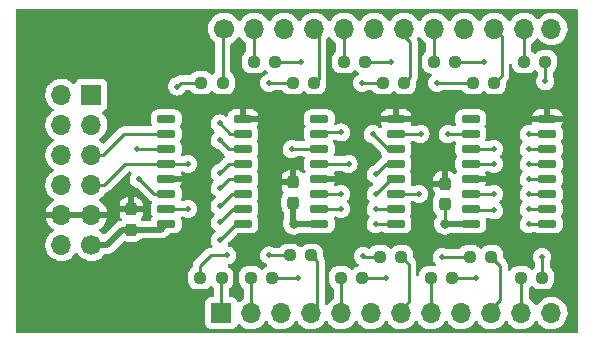
<source format=gbr>
%TF.GenerationSoftware,KiCad,Pcbnew,(6.0.9)*%
%TF.CreationDate,2023-03-11T18:38:12+09:00*%
%TF.ProjectId,Pmod_Matrix2,506d6f64-5f4d-4617-9472-6978322e6b69,rev?*%
%TF.SameCoordinates,Original*%
%TF.FileFunction,Copper,L1,Top*%
%TF.FilePolarity,Positive*%
%FSLAX46Y46*%
G04 Gerber Fmt 4.6, Leading zero omitted, Abs format (unit mm)*
G04 Created by KiCad (PCBNEW (6.0.9)) date 2023-03-11 18:38:12*
%MOMM*%
%LPD*%
G01*
G04 APERTURE LIST*
G04 Aperture macros list*
%AMRoundRect*
0 Rectangle with rounded corners*
0 $1 Rounding radius*
0 $2 $3 $4 $5 $6 $7 $8 $9 X,Y pos of 4 corners*
0 Add a 4 corners polygon primitive as box body*
4,1,4,$2,$3,$4,$5,$6,$7,$8,$9,$2,$3,0*
0 Add four circle primitives for the rounded corners*
1,1,$1+$1,$2,$3*
1,1,$1+$1,$4,$5*
1,1,$1+$1,$6,$7*
1,1,$1+$1,$8,$9*
0 Add four rect primitives between the rounded corners*
20,1,$1+$1,$2,$3,$4,$5,0*
20,1,$1+$1,$4,$5,$6,$7,0*
20,1,$1+$1,$6,$7,$8,$9,0*
20,1,$1+$1,$8,$9,$2,$3,0*%
G04 Aperture macros list end*
%TA.AperFunction,ComponentPad*%
%ADD10C,1.700000*%
%TD*%
%TA.AperFunction,ComponentPad*%
%ADD11O,1.700000X1.700000*%
%TD*%
%TA.AperFunction,ComponentPad*%
%ADD12R,1.700000X1.700000*%
%TD*%
%TA.AperFunction,SMDPad,CuDef*%
%ADD13RoundRect,0.150000X0.650000X0.150000X-0.650000X0.150000X-0.650000X-0.150000X0.650000X-0.150000X0*%
%TD*%
%TA.AperFunction,SMDPad,CuDef*%
%ADD14RoundRect,0.237500X-0.250000X-0.237500X0.250000X-0.237500X0.250000X0.237500X-0.250000X0.237500X0*%
%TD*%
%TA.AperFunction,SMDPad,CuDef*%
%ADD15RoundRect,0.237500X0.250000X0.237500X-0.250000X0.237500X-0.250000X-0.237500X0.250000X-0.237500X0*%
%TD*%
%TA.AperFunction,SMDPad,CuDef*%
%ADD16RoundRect,0.237500X-0.237500X0.300000X-0.237500X-0.300000X0.237500X-0.300000X0.237500X0.300000X0*%
%TD*%
%TA.AperFunction,ViaPad*%
%ADD17C,0.500000*%
%TD*%
%TA.AperFunction,ViaPad*%
%ADD18C,0.800000*%
%TD*%
%TA.AperFunction,Conductor*%
%ADD19C,0.250000*%
%TD*%
%TA.AperFunction,Conductor*%
%ADD20C,0.500000*%
%TD*%
G04 APERTURE END LIST*
D10*
%TO.P,U4,24,COL1G*%
%TO.N,Net-(R9-Pad1)*%
X118483500Y-87760000D03*
D11*
%TO.P,U4,23,COL1R*%
%TO.N,Net-(R10-Pad1)*%
X121023500Y-87760000D03*
%TO.P,U4,22,ROW1*%
%TO.N,/ROW1*%
X123563500Y-87760000D03*
%TO.P,U4,21,COL2G*%
%TO.N,Net-(R11-Pad1)*%
X126103500Y-87760000D03*
%TO.P,U4,20,COL2R*%
%TO.N,Net-(R12-Pad1)*%
X128643500Y-87760000D03*
%TO.P,U4,19,ROW2*%
%TO.N,/ROW2*%
X131183500Y-87760000D03*
%TO.P,U4,18,COL3G*%
%TO.N,Net-(R13-Pad1)*%
X133723500Y-87760000D03*
%TO.P,U4,17,COL3R*%
%TO.N,Net-(R14-Pad1)*%
X136263500Y-87760000D03*
%TO.P,U4,16,ROW3*%
%TO.N,/ROW3*%
X138803500Y-87760000D03*
%TO.P,U4,15,COL4G*%
%TO.N,Net-(R15-Pad1)*%
X141343500Y-87760000D03*
%TO.P,U4,14,COL4R*%
%TO.N,Net-(R16-Pad1)*%
X143883500Y-87760000D03*
%TO.P,U4,13,ROW4*%
%TO.N,/ROW4*%
X146203500Y-87760000D03*
%TO.P,U4,12,ROW8*%
%TO.N,/ROW8*%
X146203500Y-111820000D03*
%TO.P,U4,11,COL8R*%
%TO.N,Net-(R8-Pad2)*%
X143663500Y-111820000D03*
%TO.P,U4,10,COL8G*%
%TO.N,Net-(R7-Pad2)*%
X141123500Y-111820000D03*
%TO.P,U4,9,ROW7*%
%TO.N,/ROW7*%
X138583500Y-111820000D03*
%TO.P,U4,8,COL7R*%
%TO.N,Net-(R6-Pad2)*%
X136043500Y-111820000D03*
%TO.P,U4,7,COL7G*%
%TO.N,Net-(R5-Pad2)*%
X133503500Y-111820000D03*
%TO.P,U4,6,ROW6*%
%TO.N,/ROW6*%
X130963500Y-111820000D03*
%TO.P,U4,5,COL6R*%
%TO.N,Net-(R4-Pad2)*%
X128423500Y-111820000D03*
%TO.P,U4,4,COL6G*%
%TO.N,Net-(R3-Pad2)*%
X125883500Y-111820000D03*
%TO.P,U4,3,ROW5*%
%TO.N,/ROW5*%
X123343500Y-111820000D03*
%TO.P,U4,2,COL5R*%
%TO.N,Net-(R2-Pad2)*%
X120803500Y-111820000D03*
D12*
%TO.P,U4,1,COL5G*%
%TO.N,Net-(R1-Pad2)*%
X118263500Y-111820000D03*
%TD*%
D13*
%TO.P,U1,1,QB*%
%TO.N,/ROW2*%
X120090000Y-104267000D03*
%TO.P,U1,2,QC*%
%TO.N,/ROW3*%
X120090000Y-102997000D03*
%TO.P,U1,3,QD*%
%TO.N,/ROW4*%
X120090000Y-101727000D03*
%TO.P,U1,4,QE*%
%TO.N,/ROW5*%
X120090000Y-100457000D03*
%TO.P,U1,5,QF*%
%TO.N,/ROW6*%
X120090000Y-99187000D03*
%TO.P,U1,6,QG*%
%TO.N,/ROW7*%
X120090000Y-97917000D03*
%TO.P,U1,7,QH*%
%TO.N,/ROW8*%
X120090000Y-96647000D03*
%TO.P,U1,8,GND*%
%TO.N,GND*%
X120090000Y-95377000D03*
%TO.P,U1,9,QH'*%
%TO.N,unconnected-(U1-Pad9)*%
X113590000Y-95377000D03*
%TO.P,U1,10,~{SRCLR}*%
%TO.N,Net-(J1-Pad5)*%
X113590000Y-96647000D03*
%TO.P,U1,11,SRCLK*%
%TO.N,/CLK*%
X113590000Y-97917000D03*
%TO.P,U1,12,RCLK*%
%TO.N,/RCLK*%
X113590000Y-99187000D03*
%TO.P,U1,13,~{OE}*%
%TO.N,GND*%
X113590000Y-100457000D03*
%TO.P,U1,14,SER*%
%TO.N,/SER_Row*%
X113590000Y-101727000D03*
%TO.P,U1,15,QA*%
%TO.N,/ROW1*%
X113590000Y-102997000D03*
%TO.P,U1,16,VCC*%
%TO.N,VCC*%
X113590000Y-104267000D03*
%TD*%
D10*
%TO.P,J1,11,6*%
%TO.N,VCC*%
X107250000Y-106045000D03*
D11*
%TO.P,J1,12,12*%
X104710000Y-106045000D03*
%TO.P,J1,9,5*%
%TO.N,GND*%
X107250000Y-103505000D03*
%TO.P,J1,10,11*%
X104710000Y-103505000D03*
%TO.P,J1,7,4*%
%TO.N,/RCLK*%
X107250000Y-100965000D03*
%TO.P,J1,8,10*%
%TO.N,/CLK*%
X104710000Y-100965000D03*
%TO.P,J1,5,3*%
%TO.N,Net-(J1-Pad5)*%
X107250000Y-98425000D03*
%TO.P,J1,6,9*%
%TO.N,Net-(J1-Pad6)*%
X104710000Y-98425000D03*
%TO.P,J1,3,2*%
%TO.N,/SER_Red*%
X107250000Y-95885000D03*
%TO.P,J1,4,8*%
%TO.N,Net-(J1-Pad4)*%
X104710000Y-95885000D03*
D12*
%TO.P,J1,1,1*%
%TO.N,/SER_Row*%
X107250000Y-93345000D03*
D11*
%TO.P,J1,2,7*%
%TO.N,/SER_Green*%
X104710000Y-93345000D03*
%TD*%
D13*
%TO.P,U3,16,VCC*%
%TO.N,VCC*%
X139371000Y-104267000D03*
%TO.P,U3,15,QA*%
%TO.N,Net-(R10-Pad2)*%
X139371000Y-102997000D03*
%TO.P,U3,14,SER*%
%TO.N,/SER_Red*%
X139371000Y-101727000D03*
%TO.P,U3,13,~{OE}*%
%TO.N,GND*%
X139371000Y-100457000D03*
%TO.P,U3,12,RCLK*%
%TO.N,/RCLK*%
X139371000Y-99187000D03*
%TO.P,U3,11,SRCLK*%
%TO.N,/CLK*%
X139371000Y-97917000D03*
%TO.P,U3,10,~{SRCLR}*%
%TO.N,Net-(J1-Pad6)*%
X139371000Y-96647000D03*
%TO.P,U3,9,QH'*%
%TO.N,unconnected-(U3-Pad9)*%
X139371000Y-95377000D03*
%TO.P,U3,8,GND*%
%TO.N,GND*%
X145871000Y-95377000D03*
%TO.P,U3,7,QH*%
%TO.N,Net-(R8-Pad1)*%
X145871000Y-96647000D03*
%TO.P,U3,6,QG*%
%TO.N,Net-(R6-Pad1)*%
X145871000Y-97917000D03*
%TO.P,U3,5,QF*%
%TO.N,Net-(R4-Pad1)*%
X145871000Y-99187000D03*
%TO.P,U3,4,QE*%
%TO.N,Net-(R2-Pad1)*%
X145871000Y-100457000D03*
%TO.P,U3,3,QD*%
%TO.N,Net-(R16-Pad2)*%
X145871000Y-101727000D03*
%TO.P,U3,2,QC*%
%TO.N,Net-(R14-Pad2)*%
X145871000Y-102997000D03*
%TO.P,U3,1,QB*%
%TO.N,Net-(R12-Pad2)*%
X145871000Y-104267000D03*
%TD*%
%TO.P,U2,1,QB*%
%TO.N,Net-(R11-Pad2)*%
X133044000Y-104267000D03*
%TO.P,U2,2,QC*%
%TO.N,Net-(R13-Pad2)*%
X133044000Y-102997000D03*
%TO.P,U2,3,QD*%
%TO.N,Net-(R15-Pad2)*%
X133044000Y-101727000D03*
%TO.P,U2,4,QE*%
%TO.N,Net-(R1-Pad1)*%
X133044000Y-100457000D03*
%TO.P,U2,5,QF*%
%TO.N,Net-(R3-Pad1)*%
X133044000Y-99187000D03*
%TO.P,U2,6,QG*%
%TO.N,Net-(R5-Pad1)*%
X133044000Y-97917000D03*
%TO.P,U2,7,QH*%
%TO.N,Net-(R7-Pad1)*%
X133044000Y-96647000D03*
%TO.P,U2,8,GND*%
%TO.N,GND*%
X133044000Y-95377000D03*
%TO.P,U2,9,QH'*%
%TO.N,unconnected-(U2-Pad9)*%
X126544000Y-95377000D03*
%TO.P,U2,10,~{SRCLR}*%
%TO.N,Net-(J1-Pad4)*%
X126544000Y-96647000D03*
%TO.P,U2,11,SRCLK*%
%TO.N,/CLK*%
X126544000Y-97917000D03*
%TO.P,U2,12,RCLK*%
%TO.N,/RCLK*%
X126544000Y-99187000D03*
%TO.P,U2,13,~{OE}*%
%TO.N,GND*%
X126544000Y-100457000D03*
%TO.P,U2,14,SER*%
%TO.N,/SER_Green*%
X126544000Y-101727000D03*
%TO.P,U2,15,QA*%
%TO.N,Net-(R9-Pad2)*%
X126544000Y-102997000D03*
%TO.P,U2,16,VCC*%
%TO.N,VCC*%
X126544000Y-104267000D03*
%TD*%
D14*
%TO.P,R16,1*%
%TO.N,Net-(R16-Pad1)*%
X143867500Y-90551000D03*
%TO.P,R16,2*%
%TO.N,Net-(R16-Pad2)*%
X145692500Y-90551000D03*
%TD*%
D15*
%TO.P,R15,1*%
%TO.N,Net-(R15-Pad1)*%
X141374500Y-92329000D03*
%TO.P,R15,2*%
%TO.N,Net-(R15-Pad2)*%
X139549500Y-92329000D03*
%TD*%
D14*
%TO.P,R14,1*%
%TO.N,Net-(R14-Pad1)*%
X136247500Y-90551000D03*
%TO.P,R14,2*%
%TO.N,Net-(R14-Pad2)*%
X138072500Y-90551000D03*
%TD*%
D15*
%TO.P,R13,1*%
%TO.N,Net-(R13-Pad1)*%
X133754500Y-92329000D03*
%TO.P,R13,2*%
%TO.N,Net-(R13-Pad2)*%
X131929500Y-92329000D03*
%TD*%
D14*
%TO.P,R12,1*%
%TO.N,Net-(R12-Pad1)*%
X128627500Y-90551000D03*
%TO.P,R12,2*%
%TO.N,Net-(R12-Pad2)*%
X130452500Y-90551000D03*
%TD*%
D15*
%TO.P,R11,1*%
%TO.N,Net-(R11-Pad1)*%
X126134500Y-92329000D03*
%TO.P,R11,2*%
%TO.N,Net-(R11-Pad2)*%
X124309500Y-92329000D03*
%TD*%
D14*
%TO.P,R10,1*%
%TO.N,Net-(R10-Pad1)*%
X121007500Y-90551000D03*
%TO.P,R10,2*%
%TO.N,Net-(R10-Pad2)*%
X122832500Y-90551000D03*
%TD*%
D15*
%TO.P,R9,1*%
%TO.N,Net-(R9-Pad1)*%
X118387500Y-92329000D03*
%TO.P,R9,2*%
%TO.N,Net-(R9-Pad2)*%
X116562500Y-92329000D03*
%TD*%
%TO.P,R8,1*%
%TO.N,Net-(R8-Pad1)*%
X145438500Y-108839000D03*
%TO.P,R8,2*%
%TO.N,Net-(R8-Pad2)*%
X143613500Y-108839000D03*
%TD*%
D14*
%TO.P,R7,1*%
%TO.N,Net-(R7-Pad1)*%
X139295500Y-107061000D03*
%TO.P,R7,2*%
%TO.N,Net-(R7-Pad2)*%
X141120500Y-107061000D03*
%TD*%
D15*
%TO.P,R6,1*%
%TO.N,Net-(R6-Pad1)*%
X137818500Y-108839000D03*
%TO.P,R6,2*%
%TO.N,Net-(R6-Pad2)*%
X135993500Y-108839000D03*
%TD*%
D14*
%TO.P,R5,1*%
%TO.N,Net-(R5-Pad1)*%
X131675500Y-107061000D03*
%TO.P,R5,2*%
%TO.N,Net-(R5-Pad2)*%
X133500500Y-107061000D03*
%TD*%
D15*
%TO.P,R4,1*%
%TO.N,Net-(R4-Pad1)*%
X130198500Y-108839000D03*
%TO.P,R4,2*%
%TO.N,Net-(R4-Pad2)*%
X128373500Y-108839000D03*
%TD*%
D14*
%TO.P,R3,1*%
%TO.N,Net-(R3-Pad1)*%
X124055500Y-106934000D03*
%TO.P,R3,2*%
%TO.N,Net-(R3-Pad2)*%
X125880500Y-106934000D03*
%TD*%
D15*
%TO.P,R2,1*%
%TO.N,Net-(R2-Pad1)*%
X122578500Y-108839000D03*
%TO.P,R2,2*%
%TO.N,Net-(R2-Pad2)*%
X120753500Y-108839000D03*
%TD*%
D14*
%TO.P,R1,1*%
%TO.N,Net-(R1-Pad1)*%
X116459000Y-108839000D03*
%TO.P,R1,2*%
%TO.N,Net-(R1-Pad2)*%
X118284000Y-108839000D03*
%TD*%
D16*
%TO.P,C3,1*%
%TO.N,GND*%
X137160000Y-100864500D03*
%TO.P,C3,2*%
%TO.N,VCC*%
X137160000Y-102589500D03*
%TD*%
%TO.P,C2,1*%
%TO.N,GND*%
X124333000Y-100737500D03*
%TO.P,C2,2*%
%TO.N,VCC*%
X124333000Y-102462500D03*
%TD*%
%TO.P,C1,1*%
%TO.N,GND*%
X110617000Y-103023500D03*
%TO.P,C1,2*%
%TO.N,VCC*%
X110617000Y-104748500D03*
%TD*%
D17*
%TO.N,Net-(R14-Pad2)*%
X144272000Y-102997000D03*
%TO.N,Net-(R16-Pad2)*%
X144272000Y-101727000D03*
%TO.N,Net-(R8-Pad1)*%
X144272000Y-96647000D03*
%TO.N,Net-(R12-Pad2)*%
X144272000Y-104267000D03*
%TO.N,Net-(R15-Pad2)*%
X135001000Y-101727000D03*
%TO.N,/CLK*%
X141351000Y-97917000D03*
%TO.N,Net-(R10-Pad2)*%
X141351000Y-103124000D03*
%TO.N,Net-(R7-Pad1)*%
X135128000Y-96647000D03*
%TO.N,Net-(R6-Pad1)*%
X144272000Y-97917000D03*
%TO.N,Net-(R4-Pad1)*%
X144272000Y-99187000D03*
%TO.N,Net-(R2-Pad1)*%
X144272000Y-100457000D03*
%TO.N,Net-(R5-Pad1)*%
X130238500Y-106997500D03*
%TO.N,Net-(J1-Pad6)*%
X137414000Y-96647000D03*
%TO.N,Net-(J1-Pad4)*%
X128397000Y-96520000D03*
%TO.N,Net-(R9-Pad2)*%
X114490500Y-92646500D03*
%TO.N,/SER_Red*%
X141351000Y-101727000D03*
%TO.N,/CLK*%
X124206000Y-97917000D03*
%TO.N,Net-(R5-Pad1)*%
X131064000Y-96647000D03*
%TO.N,Net-(R1-Pad1)*%
X131318000Y-101727000D03*
X118745000Y-106934000D03*
%TO.N,Net-(R3-Pad1)*%
X131318000Y-100076000D03*
%TO.N,Net-(R11-Pad2)*%
X131318000Y-104267000D03*
%TO.N,Net-(R13-Pad2)*%
X131318000Y-102997000D03*
X130175000Y-92329000D03*
%TO.N,Net-(R11-Pad2)*%
X122301000Y-92329000D03*
%TO.N,Net-(R9-Pad2)*%
X128397000Y-102997000D03*
%TO.N,Net-(R10-Pad2)*%
X124968000Y-90551000D03*
%TO.N,Net-(R12-Pad2)*%
X132588000Y-90551000D03*
%TO.N,Net-(R14-Pad2)*%
X140462000Y-90551000D03*
%TO.N,Net-(R15-Pad2)*%
X136525000Y-92329000D03*
%TO.N,Net-(R16-Pad2)*%
X145669000Y-92202000D03*
%TO.N,Net-(R3-Pad1)*%
X122301000Y-106934000D03*
%TO.N,Net-(R2-Pad1)*%
X124714000Y-108839000D03*
%TO.N,Net-(R4-Pad1)*%
X132207000Y-108839000D03*
%TO.N,Net-(R7-Pad1)*%
X136906000Y-107061000D03*
%TO.N,Net-(R6-Pad1)*%
X139827000Y-108839000D03*
%TO.N,Net-(R8-Pad1)*%
X145415000Y-107061000D03*
D18*
%TO.N,VCC*%
X137186500Y-104267000D03*
D17*
%TO.N,/SER_Green*%
X128397000Y-101727000D03*
D18*
%TO.N,VCC*%
X124386000Y-104267000D03*
D17*
%TO.N,/ROW2*%
X118110000Y-105664000D03*
%TO.N,/ROW3*%
X118110000Y-104140000D03*
%TO.N,/ROW4*%
X118110000Y-102743000D03*
%TO.N,/RCLK*%
X141351000Y-99187000D03*
X129032000Y-99187000D03*
X115443000Y-99187000D03*
%TO.N,/ROW8*%
X118110000Y-95758000D03*
%TO.N,/ROW1*%
X115443000Y-102997000D03*
%TO.N,/CLK*%
X111125000Y-97917000D03*
%TO.N,/SER_Row*%
X111252000Y-100457000D03*
%TO.N,/ROW7*%
X118110000Y-97155000D03*
%TO.N,/ROW6*%
X118110000Y-99949000D03*
%TO.N,/ROW5*%
X118110000Y-101219000D03*
%TD*%
D19*
%TO.N,Net-(R15-Pad1)*%
X141986000Y-88402500D02*
X141343500Y-87760000D01*
X141374500Y-92329000D02*
X141986000Y-91717500D01*
X141986000Y-91717500D02*
X141986000Y-88402500D01*
%TO.N,Net-(R9-Pad2)*%
X114808000Y-92329000D02*
X114490500Y-92646500D01*
X116562500Y-92329000D02*
X114808000Y-92329000D01*
%TO.N,Net-(R9-Pad1)*%
X118387500Y-87856000D02*
X118483500Y-87760000D01*
X118387500Y-92329000D02*
X118387500Y-87856000D01*
D20*
%TO.N,VCC*%
X113108500Y-104748500D02*
X113590000Y-104267000D01*
X110617000Y-104748500D02*
X113108500Y-104748500D01*
X109574500Y-105055500D02*
X109881500Y-104748500D01*
X109881500Y-104748500D02*
X110617000Y-104748500D01*
D19*
%TO.N,/CLK*%
X113590000Y-97917000D02*
X111125000Y-97917000D01*
%TO.N,/SER_Row*%
X111252000Y-100457000D02*
X112522000Y-101727000D01*
X112522000Y-101727000D02*
X113590000Y-101727000D01*
%TO.N,Net-(R14-Pad2)*%
X144272000Y-102997000D02*
X145871000Y-102997000D01*
%TO.N,Net-(R16-Pad2)*%
X144272000Y-101727000D02*
X145871000Y-101727000D01*
%TO.N,Net-(R8-Pad1)*%
X144272000Y-96647000D02*
X145871000Y-96647000D01*
%TO.N,Net-(R12-Pad2)*%
X144272000Y-104267000D02*
X145871000Y-104267000D01*
%TO.N,Net-(R5-Pad1)*%
X132334000Y-97917000D02*
X133044000Y-97917000D01*
X131064000Y-96647000D02*
X132334000Y-97917000D01*
%TO.N,Net-(R15-Pad2)*%
X133044000Y-101727000D02*
X135001000Y-101727000D01*
%TO.N,Net-(R7-Pad1)*%
X135128000Y-96647000D02*
X133044000Y-96647000D01*
%TO.N,/CLK*%
X141351000Y-97917000D02*
X139371000Y-97917000D01*
%TO.N,Net-(R10-Pad2)*%
X139498000Y-103124000D02*
X139371000Y-102997000D01*
X141351000Y-103124000D02*
X139498000Y-103124000D01*
%TO.N,Net-(R6-Pad1)*%
X144272000Y-97917000D02*
X145871000Y-97917000D01*
%TO.N,VCC*%
X137186500Y-102616000D02*
X137160000Y-102589500D01*
X137186500Y-104267000D02*
X137186500Y-102616000D01*
%TO.N,/SER_Red*%
X141351000Y-101727000D02*
X139371000Y-101727000D01*
%TO.N,/RCLK*%
X139371000Y-99187000D02*
X141351000Y-99187000D01*
%TO.N,Net-(R4-Pad1)*%
X144272000Y-99187000D02*
X145871000Y-99187000D01*
%TO.N,Net-(R2-Pad1)*%
X144272000Y-100457000D02*
X145871000Y-100457000D01*
%TO.N,Net-(R5-Pad1)*%
X130302000Y-107061000D02*
X131675500Y-107061000D01*
X130238500Y-106997500D02*
X130302000Y-107061000D01*
%TO.N,Net-(J1-Pad6)*%
X137414000Y-96647000D02*
X139371000Y-96647000D01*
%TO.N,Net-(J1-Pad4)*%
X126671000Y-96520000D02*
X126544000Y-96647000D01*
X128397000Y-96520000D02*
X126671000Y-96520000D01*
%TO.N,/CLK*%
X124206000Y-97917000D02*
X126544000Y-97917000D01*
%TO.N,/SER_Green*%
X126544000Y-101727000D02*
X128397000Y-101727000D01*
%TO.N,Net-(R9-Pad2)*%
X126544000Y-102997000D02*
X128397000Y-102997000D01*
%TO.N,Net-(R3-Pad1)*%
X132207000Y-99187000D02*
X133044000Y-99187000D01*
X131318000Y-100076000D02*
X132207000Y-99187000D01*
%TO.N,Net-(R1-Pad1)*%
X132588000Y-100457000D02*
X133044000Y-100457000D01*
X131318000Y-101727000D02*
X132588000Y-100457000D01*
%TO.N,Net-(R13-Pad2)*%
X133044000Y-102997000D02*
X131318000Y-102997000D01*
%TO.N,Net-(R11-Pad2)*%
X133044000Y-104267000D02*
X131318000Y-104267000D01*
%TO.N,Net-(R1-Pad1)*%
X117348000Y-106934000D02*
X118745000Y-106934000D01*
X117221000Y-107061000D02*
X117348000Y-106934000D01*
X116459000Y-107823000D02*
X117221000Y-107061000D01*
X116459000Y-108839000D02*
X116459000Y-107823000D01*
%TO.N,/RCLK*%
X126544000Y-99187000D02*
X129032000Y-99187000D01*
%TO.N,Net-(R13-Pad2)*%
X131929500Y-92329000D02*
X130175000Y-92329000D01*
%TO.N,Net-(R11-Pad2)*%
X124309500Y-92329000D02*
X122301000Y-92329000D01*
D20*
%TO.N,VCC*%
X124333000Y-104214000D02*
X124333000Y-102462500D01*
D19*
X124386000Y-104267000D02*
X124333000Y-104214000D01*
%TO.N,Net-(R11-Pad1)*%
X126492000Y-88148500D02*
X126103500Y-87760000D01*
X126492000Y-91971500D02*
X126492000Y-88148500D01*
X126134500Y-92329000D02*
X126492000Y-91971500D01*
%TO.N,Net-(R10-Pad2)*%
X122832500Y-90551000D02*
X124968000Y-90551000D01*
%TO.N,Net-(R13-Pad1)*%
X134239000Y-91844500D02*
X133754500Y-92329000D01*
X134239000Y-88900000D02*
X134239000Y-91844500D01*
X133723500Y-88384500D02*
X134239000Y-88900000D01*
X133723500Y-87760000D02*
X133723500Y-88384500D01*
%TO.N,Net-(R12-Pad2)*%
X130452500Y-90551000D02*
X132588000Y-90551000D01*
%TO.N,Net-(R14-Pad2)*%
X138072500Y-90551000D02*
X140462000Y-90551000D01*
%TO.N,Net-(R15-Pad2)*%
X139549500Y-92329000D02*
X136525000Y-92329000D01*
%TO.N,Net-(R16-Pad2)*%
X145692500Y-92178500D02*
X145669000Y-92202000D01*
X145692500Y-90551000D02*
X145692500Y-92178500D01*
%TO.N,Net-(R10-Pad1)*%
X121007500Y-87776000D02*
X121023500Y-87760000D01*
X121007500Y-90551000D02*
X121007500Y-87776000D01*
%TO.N,Net-(R12-Pad1)*%
X128627500Y-90551000D02*
X128627500Y-87776000D01*
X128627500Y-87776000D02*
X128643500Y-87760000D01*
%TO.N,Net-(R14-Pad1)*%
X136247500Y-87776000D02*
X136263500Y-87760000D01*
X136247500Y-90551000D02*
X136247500Y-87776000D01*
%TO.N,Net-(R16-Pad1)*%
X143867500Y-87776000D02*
X143883500Y-87760000D01*
X143867500Y-90551000D02*
X143867500Y-87776000D01*
%TO.N,Net-(R3-Pad1)*%
X124055500Y-106934000D02*
X122301000Y-106934000D01*
%TO.N,Net-(R2-Pad1)*%
X122578500Y-108839000D02*
X124714000Y-108839000D01*
%TO.N,Net-(R4-Pad1)*%
X130198500Y-108839000D02*
X132207000Y-108839000D01*
%TO.N,Net-(R7-Pad1)*%
X139295500Y-107061000D02*
X136906000Y-107061000D01*
%TO.N,Net-(R6-Pad1)*%
X137818500Y-108839000D02*
X139827000Y-108839000D01*
%TO.N,Net-(R8-Pad1)*%
X145438500Y-107084500D02*
X145415000Y-107061000D01*
X145438500Y-108839000D02*
X145438500Y-107084500D01*
%TO.N,Net-(R8-Pad2)*%
X143663500Y-108889000D02*
X143613500Y-108839000D01*
X143663500Y-111820000D02*
X143663500Y-108889000D01*
%TO.N,Net-(R7-Pad2)*%
X141859000Y-107799500D02*
X141120500Y-107061000D01*
X141123500Y-111479500D02*
X141859000Y-110744000D01*
X141123500Y-111820000D02*
X141123500Y-111479500D01*
X141859000Y-110744000D02*
X141859000Y-107799500D01*
%TO.N,Net-(R6-Pad2)*%
X136043500Y-108889000D02*
X135993500Y-108839000D01*
X136043500Y-111820000D02*
X136043500Y-108889000D01*
%TO.N,Net-(R5-Pad2)*%
X134112000Y-110871000D02*
X134112000Y-107672500D01*
X133503500Y-111479500D02*
X134112000Y-110871000D01*
X133503500Y-111820000D02*
X133503500Y-111479500D01*
X134112000Y-107672500D02*
X133500500Y-107061000D01*
%TO.N,Net-(R4-Pad2)*%
X128423500Y-108889000D02*
X128373500Y-108839000D01*
X128423500Y-111820000D02*
X128423500Y-108889000D01*
%TO.N,Net-(R3-Pad2)*%
X126365000Y-107418500D02*
X125880500Y-106934000D01*
X126365000Y-111338500D02*
X126365000Y-107418500D01*
X125883500Y-111820000D02*
X126365000Y-111338500D01*
%TO.N,Net-(R2-Pad2)*%
X120803500Y-108889000D02*
X120753500Y-108839000D01*
X120803500Y-111820000D02*
X120803500Y-108889000D01*
%TO.N,Net-(R1-Pad2)*%
X118263500Y-108859500D02*
X118284000Y-108839000D01*
X118263500Y-111820000D02*
X118263500Y-108859500D01*
D20*
%TO.N,VCC*%
X108585000Y-106045000D02*
X109574500Y-105055500D01*
X107250000Y-106045000D02*
X108585000Y-106045000D01*
X139371000Y-104267000D02*
X137186500Y-104267000D01*
D19*
%TO.N,/ROW1*%
X113590000Y-102997000D02*
X115443000Y-102997000D01*
%TO.N,/RCLK*%
X113590000Y-99187000D02*
X115443000Y-99187000D01*
D20*
%TO.N,VCC*%
X126544000Y-104267000D02*
X124386000Y-104267000D01*
D19*
%TO.N,/ROW2*%
X119507000Y-104267000D02*
X118110000Y-105664000D01*
X120090000Y-104267000D02*
X119507000Y-104267000D01*
%TO.N,/ROW3*%
X119253000Y-102997000D02*
X118110000Y-104140000D01*
X120090000Y-102997000D02*
X119253000Y-102997000D01*
%TO.N,/ROW4*%
X119126000Y-101727000D02*
X118110000Y-102743000D01*
X120090000Y-101727000D02*
X119126000Y-101727000D01*
%TO.N,/ROW5*%
X118872000Y-100457000D02*
X120090000Y-100457000D01*
X118110000Y-101219000D02*
X118872000Y-100457000D01*
%TO.N,/ROW6*%
X118872000Y-99187000D02*
X120090000Y-99187000D01*
X118110000Y-99949000D02*
X118872000Y-99187000D01*
%TO.N,/ROW7*%
X118872000Y-97917000D02*
X118110000Y-97155000D01*
X120090000Y-97917000D02*
X118872000Y-97917000D01*
%TO.N,/ROW8*%
X118999000Y-96647000D02*
X118110000Y-95758000D01*
X120090000Y-96647000D02*
X118999000Y-96647000D01*
%TO.N,Net-(J1-Pad5)*%
X108267500Y-98425000D02*
X107250000Y-98425000D01*
X113590000Y-96647000D02*
X110045500Y-96647000D01*
X110045500Y-96647000D02*
X108267500Y-98425000D01*
%TO.N,/RCLK*%
X108331000Y-100965000D02*
X107250000Y-100965000D01*
X113590000Y-99187000D02*
X110109000Y-99187000D01*
X110109000Y-99187000D02*
X108331000Y-100965000D01*
%TD*%
%TA.AperFunction,Conductor*%
%TO.N,GND*%
G36*
X148404621Y-86126502D02*
G01*
X148451114Y-86180158D01*
X148462500Y-86232500D01*
X148462500Y-113411500D01*
X148442498Y-113479621D01*
X148388842Y-113526114D01*
X148336500Y-113537500D01*
X100964500Y-113537500D01*
X100896379Y-113517498D01*
X100849886Y-113463842D01*
X100838500Y-113411500D01*
X100838500Y-109126072D01*
X115463000Y-109126072D01*
X115463337Y-109129318D01*
X115463337Y-109129322D01*
X115470025Y-109193773D01*
X115473793Y-109230093D01*
X115528846Y-109395107D01*
X115620384Y-109543031D01*
X115625566Y-109548204D01*
X115738316Y-109660758D01*
X115738321Y-109660762D01*
X115743497Y-109665929D01*
X115749727Y-109669769D01*
X115749728Y-109669770D01*
X115880422Y-109750331D01*
X115891580Y-109757209D01*
X116056691Y-109811974D01*
X116063527Y-109812674D01*
X116063530Y-109812675D01*
X116112032Y-109817644D01*
X116159428Y-109822500D01*
X116758572Y-109822500D01*
X116761818Y-109822163D01*
X116761822Y-109822163D01*
X116855735Y-109812419D01*
X116855739Y-109812418D01*
X116862593Y-109811707D01*
X116869129Y-109809526D01*
X116869131Y-109809526D01*
X117008118Y-109763156D01*
X117027607Y-109756654D01*
X117175531Y-109665116D01*
X117239042Y-109601494D01*
X117282247Y-109558214D01*
X117344530Y-109524135D01*
X117415350Y-109529138D01*
X117460437Y-109558059D01*
X117563312Y-109660754D01*
X117563317Y-109660758D01*
X117568497Y-109665929D01*
X117574728Y-109669770D01*
X117580473Y-109674307D01*
X117578737Y-109676505D01*
X117617610Y-109719701D01*
X117630000Y-109774187D01*
X117630000Y-110335500D01*
X117609998Y-110403621D01*
X117556342Y-110450114D01*
X117504000Y-110461500D01*
X117365366Y-110461500D01*
X117303184Y-110468255D01*
X117166795Y-110519385D01*
X117050239Y-110606739D01*
X116962885Y-110723295D01*
X116911755Y-110859684D01*
X116905000Y-110921866D01*
X116905000Y-112718134D01*
X116911755Y-112780316D01*
X116962885Y-112916705D01*
X117050239Y-113033261D01*
X117166795Y-113120615D01*
X117303184Y-113171745D01*
X117365366Y-113178500D01*
X119161634Y-113178500D01*
X119223816Y-113171745D01*
X119360205Y-113120615D01*
X119476761Y-113033261D01*
X119564115Y-112916705D01*
X119586299Y-112857529D01*
X119608098Y-112799382D01*
X119650740Y-112742618D01*
X119717302Y-112717918D01*
X119786650Y-112733126D01*
X119821317Y-112761114D01*
X119849750Y-112793938D01*
X120021626Y-112936632D01*
X120214500Y-113049338D01*
X120423192Y-113129030D01*
X120428260Y-113130061D01*
X120428263Y-113130062D01*
X120535517Y-113151883D01*
X120642097Y-113173567D01*
X120647272Y-113173757D01*
X120647274Y-113173757D01*
X120860173Y-113181564D01*
X120860177Y-113181564D01*
X120865337Y-113181753D01*
X120870457Y-113181097D01*
X120870459Y-113181097D01*
X121081788Y-113154025D01*
X121081789Y-113154025D01*
X121086916Y-113153368D01*
X121091866Y-113151883D01*
X121295929Y-113090661D01*
X121295934Y-113090659D01*
X121300884Y-113089174D01*
X121501494Y-112990896D01*
X121683360Y-112861173D01*
X121841596Y-112703489D01*
X121971953Y-112522077D01*
X121973276Y-112523028D01*
X122020145Y-112479857D01*
X122090080Y-112467625D01*
X122155526Y-112495144D01*
X122183375Y-112526994D01*
X122243487Y-112625088D01*
X122389750Y-112793938D01*
X122561626Y-112936632D01*
X122754500Y-113049338D01*
X122963192Y-113129030D01*
X122968260Y-113130061D01*
X122968263Y-113130062D01*
X123075517Y-113151883D01*
X123182097Y-113173567D01*
X123187272Y-113173757D01*
X123187274Y-113173757D01*
X123400173Y-113181564D01*
X123400177Y-113181564D01*
X123405337Y-113181753D01*
X123410457Y-113181097D01*
X123410459Y-113181097D01*
X123621788Y-113154025D01*
X123621789Y-113154025D01*
X123626916Y-113153368D01*
X123631866Y-113151883D01*
X123835929Y-113090661D01*
X123835934Y-113090659D01*
X123840884Y-113089174D01*
X124041494Y-112990896D01*
X124223360Y-112861173D01*
X124381596Y-112703489D01*
X124511953Y-112522077D01*
X124513276Y-112523028D01*
X124560145Y-112479857D01*
X124630080Y-112467625D01*
X124695526Y-112495144D01*
X124723375Y-112526994D01*
X124783487Y-112625088D01*
X124929750Y-112793938D01*
X125101626Y-112936632D01*
X125294500Y-113049338D01*
X125503192Y-113129030D01*
X125508260Y-113130061D01*
X125508263Y-113130062D01*
X125615517Y-113151883D01*
X125722097Y-113173567D01*
X125727272Y-113173757D01*
X125727274Y-113173757D01*
X125940173Y-113181564D01*
X125940177Y-113181564D01*
X125945337Y-113181753D01*
X125950457Y-113181097D01*
X125950459Y-113181097D01*
X126161788Y-113154025D01*
X126161789Y-113154025D01*
X126166916Y-113153368D01*
X126171866Y-113151883D01*
X126375929Y-113090661D01*
X126375934Y-113090659D01*
X126380884Y-113089174D01*
X126581494Y-112990896D01*
X126763360Y-112861173D01*
X126921596Y-112703489D01*
X127051953Y-112522077D01*
X127053276Y-112523028D01*
X127100145Y-112479857D01*
X127170080Y-112467625D01*
X127235526Y-112495144D01*
X127263375Y-112526994D01*
X127323487Y-112625088D01*
X127469750Y-112793938D01*
X127641626Y-112936632D01*
X127834500Y-113049338D01*
X128043192Y-113129030D01*
X128048260Y-113130061D01*
X128048263Y-113130062D01*
X128155517Y-113151883D01*
X128262097Y-113173567D01*
X128267272Y-113173757D01*
X128267274Y-113173757D01*
X128480173Y-113181564D01*
X128480177Y-113181564D01*
X128485337Y-113181753D01*
X128490457Y-113181097D01*
X128490459Y-113181097D01*
X128701788Y-113154025D01*
X128701789Y-113154025D01*
X128706916Y-113153368D01*
X128711866Y-113151883D01*
X128915929Y-113090661D01*
X128915934Y-113090659D01*
X128920884Y-113089174D01*
X129121494Y-112990896D01*
X129303360Y-112861173D01*
X129461596Y-112703489D01*
X129591953Y-112522077D01*
X129593276Y-112523028D01*
X129640145Y-112479857D01*
X129710080Y-112467625D01*
X129775526Y-112495144D01*
X129803375Y-112526994D01*
X129863487Y-112625088D01*
X130009750Y-112793938D01*
X130181626Y-112936632D01*
X130374500Y-113049338D01*
X130583192Y-113129030D01*
X130588260Y-113130061D01*
X130588263Y-113130062D01*
X130695517Y-113151883D01*
X130802097Y-113173567D01*
X130807272Y-113173757D01*
X130807274Y-113173757D01*
X131020173Y-113181564D01*
X131020177Y-113181564D01*
X131025337Y-113181753D01*
X131030457Y-113181097D01*
X131030459Y-113181097D01*
X131241788Y-113154025D01*
X131241789Y-113154025D01*
X131246916Y-113153368D01*
X131251866Y-113151883D01*
X131455929Y-113090661D01*
X131455934Y-113090659D01*
X131460884Y-113089174D01*
X131661494Y-112990896D01*
X131843360Y-112861173D01*
X132001596Y-112703489D01*
X132131953Y-112522077D01*
X132133276Y-112523028D01*
X132180145Y-112479857D01*
X132250080Y-112467625D01*
X132315526Y-112495144D01*
X132343375Y-112526994D01*
X132403487Y-112625088D01*
X132549750Y-112793938D01*
X132721626Y-112936632D01*
X132914500Y-113049338D01*
X133123192Y-113129030D01*
X133128260Y-113130061D01*
X133128263Y-113130062D01*
X133235517Y-113151883D01*
X133342097Y-113173567D01*
X133347272Y-113173757D01*
X133347274Y-113173757D01*
X133560173Y-113181564D01*
X133560177Y-113181564D01*
X133565337Y-113181753D01*
X133570457Y-113181097D01*
X133570459Y-113181097D01*
X133781788Y-113154025D01*
X133781789Y-113154025D01*
X133786916Y-113153368D01*
X133791866Y-113151883D01*
X133995929Y-113090661D01*
X133995934Y-113090659D01*
X134000884Y-113089174D01*
X134201494Y-112990896D01*
X134383360Y-112861173D01*
X134541596Y-112703489D01*
X134671953Y-112522077D01*
X134673276Y-112523028D01*
X134720145Y-112479857D01*
X134790080Y-112467625D01*
X134855526Y-112495144D01*
X134883375Y-112526994D01*
X134943487Y-112625088D01*
X135089750Y-112793938D01*
X135261626Y-112936632D01*
X135454500Y-113049338D01*
X135663192Y-113129030D01*
X135668260Y-113130061D01*
X135668263Y-113130062D01*
X135775517Y-113151883D01*
X135882097Y-113173567D01*
X135887272Y-113173757D01*
X135887274Y-113173757D01*
X136100173Y-113181564D01*
X136100177Y-113181564D01*
X136105337Y-113181753D01*
X136110457Y-113181097D01*
X136110459Y-113181097D01*
X136321788Y-113154025D01*
X136321789Y-113154025D01*
X136326916Y-113153368D01*
X136331866Y-113151883D01*
X136535929Y-113090661D01*
X136535934Y-113090659D01*
X136540884Y-113089174D01*
X136741494Y-112990896D01*
X136923360Y-112861173D01*
X137081596Y-112703489D01*
X137211953Y-112522077D01*
X137213276Y-112523028D01*
X137260145Y-112479857D01*
X137330080Y-112467625D01*
X137395526Y-112495144D01*
X137423375Y-112526994D01*
X137483487Y-112625088D01*
X137629750Y-112793938D01*
X137801626Y-112936632D01*
X137994500Y-113049338D01*
X138203192Y-113129030D01*
X138208260Y-113130061D01*
X138208263Y-113130062D01*
X138315517Y-113151883D01*
X138422097Y-113173567D01*
X138427272Y-113173757D01*
X138427274Y-113173757D01*
X138640173Y-113181564D01*
X138640177Y-113181564D01*
X138645337Y-113181753D01*
X138650457Y-113181097D01*
X138650459Y-113181097D01*
X138861788Y-113154025D01*
X138861789Y-113154025D01*
X138866916Y-113153368D01*
X138871866Y-113151883D01*
X139075929Y-113090661D01*
X139075934Y-113090659D01*
X139080884Y-113089174D01*
X139281494Y-112990896D01*
X139463360Y-112861173D01*
X139621596Y-112703489D01*
X139751953Y-112522077D01*
X139753276Y-112523028D01*
X139800145Y-112479857D01*
X139870080Y-112467625D01*
X139935526Y-112495144D01*
X139963375Y-112526994D01*
X140023487Y-112625088D01*
X140169750Y-112793938D01*
X140341626Y-112936632D01*
X140534500Y-113049338D01*
X140743192Y-113129030D01*
X140748260Y-113130061D01*
X140748263Y-113130062D01*
X140855517Y-113151883D01*
X140962097Y-113173567D01*
X140967272Y-113173757D01*
X140967274Y-113173757D01*
X141180173Y-113181564D01*
X141180177Y-113181564D01*
X141185337Y-113181753D01*
X141190457Y-113181097D01*
X141190459Y-113181097D01*
X141401788Y-113154025D01*
X141401789Y-113154025D01*
X141406916Y-113153368D01*
X141411866Y-113151883D01*
X141615929Y-113090661D01*
X141615934Y-113090659D01*
X141620884Y-113089174D01*
X141821494Y-112990896D01*
X142003360Y-112861173D01*
X142161596Y-112703489D01*
X142291953Y-112522077D01*
X142293276Y-112523028D01*
X142340145Y-112479857D01*
X142410080Y-112467625D01*
X142475526Y-112495144D01*
X142503375Y-112526994D01*
X142563487Y-112625088D01*
X142709750Y-112793938D01*
X142881626Y-112936632D01*
X143074500Y-113049338D01*
X143283192Y-113129030D01*
X143288260Y-113130061D01*
X143288263Y-113130062D01*
X143395517Y-113151883D01*
X143502097Y-113173567D01*
X143507272Y-113173757D01*
X143507274Y-113173757D01*
X143720173Y-113181564D01*
X143720177Y-113181564D01*
X143725337Y-113181753D01*
X143730457Y-113181097D01*
X143730459Y-113181097D01*
X143941788Y-113154025D01*
X143941789Y-113154025D01*
X143946916Y-113153368D01*
X143951866Y-113151883D01*
X144155929Y-113090661D01*
X144155934Y-113090659D01*
X144160884Y-113089174D01*
X144361494Y-112990896D01*
X144543360Y-112861173D01*
X144701596Y-112703489D01*
X144831953Y-112522077D01*
X144833276Y-112523028D01*
X144880145Y-112479857D01*
X144950080Y-112467625D01*
X145015526Y-112495144D01*
X145043375Y-112526994D01*
X145103487Y-112625088D01*
X145249750Y-112793938D01*
X145421626Y-112936632D01*
X145614500Y-113049338D01*
X145823192Y-113129030D01*
X145828260Y-113130061D01*
X145828263Y-113130062D01*
X145935517Y-113151883D01*
X146042097Y-113173567D01*
X146047272Y-113173757D01*
X146047274Y-113173757D01*
X146260173Y-113181564D01*
X146260177Y-113181564D01*
X146265337Y-113181753D01*
X146270457Y-113181097D01*
X146270459Y-113181097D01*
X146481788Y-113154025D01*
X146481789Y-113154025D01*
X146486916Y-113153368D01*
X146491866Y-113151883D01*
X146695929Y-113090661D01*
X146695934Y-113090659D01*
X146700884Y-113089174D01*
X146901494Y-112990896D01*
X147083360Y-112861173D01*
X147241596Y-112703489D01*
X147371953Y-112522077D01*
X147392820Y-112479857D01*
X147468636Y-112326453D01*
X147468637Y-112326451D01*
X147470930Y-112321811D01*
X147535870Y-112108069D01*
X147565029Y-111886590D01*
X147566656Y-111820000D01*
X147548352Y-111597361D01*
X147493931Y-111380702D01*
X147404854Y-111175840D01*
X147318500Y-111042357D01*
X147286322Y-110992617D01*
X147286320Y-110992614D01*
X147283514Y-110988277D01*
X147133170Y-110823051D01*
X147129119Y-110819852D01*
X147129115Y-110819848D01*
X146961914Y-110687800D01*
X146961910Y-110687798D01*
X146957859Y-110684598D01*
X146953331Y-110682098D01*
X146837488Y-110618150D01*
X146762289Y-110576638D01*
X146757420Y-110574914D01*
X146757416Y-110574912D01*
X146556587Y-110503795D01*
X146556583Y-110503794D01*
X146551712Y-110502069D01*
X146546619Y-110501162D01*
X146546616Y-110501161D01*
X146336873Y-110463800D01*
X146336867Y-110463799D01*
X146331784Y-110462894D01*
X146257952Y-110461992D01*
X146113581Y-110460228D01*
X146113579Y-110460228D01*
X146108411Y-110460165D01*
X145887591Y-110493955D01*
X145675256Y-110563357D01*
X145644943Y-110579137D01*
X145501475Y-110653822D01*
X145477107Y-110666507D01*
X145472974Y-110669610D01*
X145472971Y-110669612D01*
X145347182Y-110764057D01*
X145298465Y-110800635D01*
X145294893Y-110804373D01*
X145174266Y-110930602D01*
X145144129Y-110962138D01*
X145036701Y-111119621D01*
X144981793Y-111164621D01*
X144911268Y-111172792D01*
X144847521Y-111141538D01*
X144826824Y-111117054D01*
X144746322Y-110992617D01*
X144746320Y-110992614D01*
X144743514Y-110988277D01*
X144593170Y-110823051D01*
X144589119Y-110819852D01*
X144589115Y-110819848D01*
X144421914Y-110687800D01*
X144421910Y-110687798D01*
X144417859Y-110684598D01*
X144413335Y-110682101D01*
X144413331Y-110682098D01*
X144362108Y-110653822D01*
X144312136Y-110603390D01*
X144297000Y-110543513D01*
X144297000Y-109750331D01*
X144317002Y-109682210D01*
X144333827Y-109661313D01*
X144436747Y-109558214D01*
X144499030Y-109524135D01*
X144569850Y-109529138D01*
X144614937Y-109558059D01*
X144717812Y-109660754D01*
X144717817Y-109660758D01*
X144722997Y-109665929D01*
X144729227Y-109669769D01*
X144729228Y-109669770D01*
X144859922Y-109750331D01*
X144871080Y-109757209D01*
X145036191Y-109811974D01*
X145043027Y-109812674D01*
X145043030Y-109812675D01*
X145091532Y-109817644D01*
X145138928Y-109822500D01*
X145738072Y-109822500D01*
X145741318Y-109822163D01*
X145741322Y-109822163D01*
X145835235Y-109812419D01*
X145835239Y-109812418D01*
X145842093Y-109811707D01*
X145848629Y-109809526D01*
X145848631Y-109809526D01*
X145987618Y-109763156D01*
X146007107Y-109756654D01*
X146155031Y-109665116D01*
X146160204Y-109659934D01*
X146272758Y-109547184D01*
X146272762Y-109547179D01*
X146277929Y-109542003D01*
X146284983Y-109530559D01*
X146365369Y-109400150D01*
X146365370Y-109400148D01*
X146369209Y-109393920D01*
X146423974Y-109228809D01*
X146434500Y-109126072D01*
X146434500Y-108551928D01*
X146430756Y-108515846D01*
X146424419Y-108454765D01*
X146424418Y-108454761D01*
X146423707Y-108447907D01*
X146368654Y-108282893D01*
X146277116Y-108134969D01*
X146154003Y-108012071D01*
X146147776Y-108008233D01*
X146147774Y-108008231D01*
X146131884Y-107998436D01*
X146084391Y-107945664D01*
X146072000Y-107891176D01*
X146072000Y-107480892D01*
X146089366Y-107423366D01*
X146086773Y-107422033D01*
X146089989Y-107415775D01*
X146093891Y-107409902D01*
X146154319Y-107250825D01*
X146178001Y-107082313D01*
X146178299Y-107061000D01*
X146159331Y-106891892D01*
X146103368Y-106731189D01*
X146098764Y-106723820D01*
X146065074Y-106669907D01*
X146013192Y-106586879D01*
X146001016Y-106574617D01*
X145898248Y-106471129D01*
X145893286Y-106466132D01*
X145877039Y-106455821D01*
X145800033Y-106406952D01*
X145749608Y-106374951D01*
X145589300Y-106317868D01*
X145420329Y-106297720D01*
X145413326Y-106298456D01*
X145413325Y-106298456D01*
X145258101Y-106314770D01*
X145258097Y-106314771D01*
X145251093Y-106315507D01*
X145244422Y-106317778D01*
X145096673Y-106368075D01*
X145096670Y-106368076D01*
X145090003Y-106370346D01*
X145084005Y-106374036D01*
X145084003Y-106374037D01*
X144951065Y-106455821D01*
X144951063Y-106455823D01*
X144945066Y-106459512D01*
X144823486Y-106578573D01*
X144819675Y-106584487D01*
X144819673Y-106584489D01*
X144760205Y-106676765D01*
X144731304Y-106721610D01*
X144701347Y-106803915D01*
X144682400Y-106855974D01*
X144673103Y-106881516D01*
X144651775Y-107050343D01*
X144668381Y-107219699D01*
X144722094Y-107381167D01*
X144725741Y-107387189D01*
X144725742Y-107387191D01*
X144786776Y-107487970D01*
X144805000Y-107553241D01*
X144805000Y-107891301D01*
X144784998Y-107959422D01*
X144745302Y-107998445D01*
X144721969Y-108012884D01*
X144716796Y-108018066D01*
X144615253Y-108119786D01*
X144552970Y-108153865D01*
X144482150Y-108148862D01*
X144437063Y-108119941D01*
X144334188Y-108017246D01*
X144334183Y-108017242D01*
X144329003Y-108012071D01*
X144250586Y-107963734D01*
X144187150Y-107924631D01*
X144187148Y-107924630D01*
X144180920Y-107920791D01*
X144015809Y-107866026D01*
X144008973Y-107865326D01*
X144008970Y-107865325D01*
X143945466Y-107858819D01*
X143913072Y-107855500D01*
X143313928Y-107855500D01*
X143310682Y-107855837D01*
X143310678Y-107855837D01*
X143216765Y-107865581D01*
X143216761Y-107865582D01*
X143209907Y-107866293D01*
X143203371Y-107868474D01*
X143203369Y-107868474D01*
X143134949Y-107891301D01*
X143044893Y-107921346D01*
X142896969Y-108012884D01*
X142891796Y-108018066D01*
X142779242Y-108130816D01*
X142779238Y-108130821D01*
X142774071Y-108135997D01*
X142770231Y-108142227D01*
X142770230Y-108142228D01*
X142725760Y-108214372D01*
X142672988Y-108261865D01*
X142602916Y-108273289D01*
X142537792Y-108245015D01*
X142498293Y-108186021D01*
X142492500Y-108148256D01*
X142492500Y-107878268D01*
X142493027Y-107867085D01*
X142494702Y-107859592D01*
X142494296Y-107846658D01*
X142492562Y-107791502D01*
X142492500Y-107787544D01*
X142492500Y-107759644D01*
X142491996Y-107755653D01*
X142491063Y-107743811D01*
X142490885Y-107738126D01*
X142489674Y-107699611D01*
X142487462Y-107691997D01*
X142487461Y-107691992D01*
X142484023Y-107680159D01*
X142480012Y-107660795D01*
X142478467Y-107648564D01*
X142477474Y-107640703D01*
X142474557Y-107633336D01*
X142474556Y-107633331D01*
X142461198Y-107599592D01*
X142457354Y-107588365D01*
X142452128Y-107570379D01*
X142445018Y-107545907D01*
X142434707Y-107528472D01*
X142426012Y-107510724D01*
X142418552Y-107491883D01*
X142405645Y-107474117D01*
X142392564Y-107456113D01*
X142386048Y-107446193D01*
X142367580Y-107414965D01*
X142367578Y-107414962D01*
X142363542Y-107408138D01*
X142349221Y-107393817D01*
X142336380Y-107378783D01*
X142336079Y-107378368D01*
X142324472Y-107362393D01*
X142290401Y-107334207D01*
X142281622Y-107326218D01*
X142153405Y-107198001D01*
X142119379Y-107135689D01*
X142116500Y-107108906D01*
X142116500Y-106773928D01*
X142116163Y-106770678D01*
X142106419Y-106676765D01*
X142106418Y-106676761D01*
X142105707Y-106669907D01*
X142096957Y-106643678D01*
X142052972Y-106511841D01*
X142050654Y-106504893D01*
X141959116Y-106356969D01*
X141950113Y-106347982D01*
X141841184Y-106239242D01*
X141841179Y-106239238D01*
X141836003Y-106234071D01*
X141829772Y-106230230D01*
X141694150Y-106146631D01*
X141694148Y-106146630D01*
X141687920Y-106142791D01*
X141522809Y-106088026D01*
X141515973Y-106087326D01*
X141515970Y-106087325D01*
X141464474Y-106082049D01*
X141420072Y-106077500D01*
X140820928Y-106077500D01*
X140817682Y-106077837D01*
X140817678Y-106077837D01*
X140723765Y-106087581D01*
X140723761Y-106087582D01*
X140716907Y-106088293D01*
X140710371Y-106090474D01*
X140710369Y-106090474D01*
X140645123Y-106112242D01*
X140551893Y-106143346D01*
X140403969Y-106234884D01*
X140398796Y-106240066D01*
X140297253Y-106341786D01*
X140234970Y-106375865D01*
X140164150Y-106370862D01*
X140119063Y-106341941D01*
X140016188Y-106239246D01*
X140016183Y-106239242D01*
X140011003Y-106234071D01*
X140004772Y-106230230D01*
X139869150Y-106146631D01*
X139869148Y-106146630D01*
X139862920Y-106142791D01*
X139697809Y-106088026D01*
X139690973Y-106087326D01*
X139690970Y-106087325D01*
X139639474Y-106082049D01*
X139595072Y-106077500D01*
X138995928Y-106077500D01*
X138992682Y-106077837D01*
X138992678Y-106077837D01*
X138898765Y-106087581D01*
X138898761Y-106087582D01*
X138891907Y-106088293D01*
X138885371Y-106090474D01*
X138885369Y-106090474D01*
X138820123Y-106112242D01*
X138726893Y-106143346D01*
X138578969Y-106234884D01*
X138573796Y-106240066D01*
X138461242Y-106352816D01*
X138461238Y-106352821D01*
X138456071Y-106357997D01*
X138452231Y-106364227D01*
X138452230Y-106364228D01*
X138450143Y-106367614D01*
X138448114Y-106369441D01*
X138447693Y-106369973D01*
X138447602Y-106369901D01*
X138397372Y-106415108D01*
X138342882Y-106427500D01*
X137360018Y-106427500D01*
X137292506Y-106407887D01*
X137240608Y-106374951D01*
X137080300Y-106317868D01*
X136911329Y-106297720D01*
X136904326Y-106298456D01*
X136904325Y-106298456D01*
X136749101Y-106314770D01*
X136749097Y-106314771D01*
X136742093Y-106315507D01*
X136735422Y-106317778D01*
X136587673Y-106368075D01*
X136587670Y-106368076D01*
X136581003Y-106370346D01*
X136575005Y-106374036D01*
X136575003Y-106374037D01*
X136442065Y-106455821D01*
X136442063Y-106455823D01*
X136436066Y-106459512D01*
X136314486Y-106578573D01*
X136310675Y-106584487D01*
X136310673Y-106584489D01*
X136251205Y-106676765D01*
X136222304Y-106721610D01*
X136192347Y-106803915D01*
X136173400Y-106855974D01*
X136164103Y-106881516D01*
X136142775Y-107050343D01*
X136159381Y-107219699D01*
X136213094Y-107381167D01*
X136216741Y-107387189D01*
X136216742Y-107387191D01*
X136293361Y-107513703D01*
X136301246Y-107526723D01*
X136306135Y-107531786D01*
X136306136Y-107531787D01*
X136319772Y-107545907D01*
X136415002Y-107644521D01*
X136447933Y-107707415D01*
X136441633Y-107778132D01*
X136398101Y-107834216D01*
X136331158Y-107857863D01*
X136311524Y-107857390D01*
X136296276Y-107855828D01*
X136296271Y-107855828D01*
X136293072Y-107855500D01*
X135693928Y-107855500D01*
X135690682Y-107855837D01*
X135690678Y-107855837D01*
X135596765Y-107865581D01*
X135596761Y-107865582D01*
X135589907Y-107866293D01*
X135583371Y-107868474D01*
X135583369Y-107868474D01*
X135514949Y-107891301D01*
X135424893Y-107921346D01*
X135276969Y-108012884D01*
X135271796Y-108018066D01*
X135159242Y-108130816D01*
X135159238Y-108130821D01*
X135154071Y-108135997D01*
X135150231Y-108142227D01*
X135150230Y-108142228D01*
X135067364Y-108276662D01*
X135062791Y-108284080D01*
X135008026Y-108449191D01*
X134997500Y-108551928D01*
X134997500Y-108555146D01*
X134997336Y-108558356D01*
X134973885Y-108625368D01*
X134917927Y-108669063D01*
X134847229Y-108675568D01*
X134784237Y-108642819D01*
X134748950Y-108581212D01*
X134745500Y-108551928D01*
X134745500Y-107751268D01*
X134746027Y-107740085D01*
X134747702Y-107732592D01*
X134746666Y-107699611D01*
X134745562Y-107664502D01*
X134745500Y-107660544D01*
X134745500Y-107632644D01*
X134744996Y-107628653D01*
X134744063Y-107616811D01*
X134743773Y-107607562D01*
X134742674Y-107572611D01*
X134737128Y-107553522D01*
X134737021Y-107553152D01*
X134733012Y-107533793D01*
X134732846Y-107532483D01*
X134730474Y-107513703D01*
X134727558Y-107506337D01*
X134727556Y-107506331D01*
X134714200Y-107472598D01*
X134710355Y-107461368D01*
X134700230Y-107426517D01*
X134700230Y-107426516D01*
X134698019Y-107418907D01*
X134691900Y-107408560D01*
X134687705Y-107401466D01*
X134679008Y-107383713D01*
X134675416Y-107374641D01*
X134671552Y-107364883D01*
X134645563Y-107329112D01*
X134639047Y-107319192D01*
X134636959Y-107315661D01*
X134616542Y-107281138D01*
X134602221Y-107266817D01*
X134589380Y-107251783D01*
X134582132Y-107241807D01*
X134577472Y-107235393D01*
X134543401Y-107207207D01*
X134534622Y-107199218D01*
X134533405Y-107198001D01*
X134499379Y-107135689D01*
X134496500Y-107108906D01*
X134496500Y-106773928D01*
X134496163Y-106770678D01*
X134486419Y-106676765D01*
X134486418Y-106676761D01*
X134485707Y-106669907D01*
X134476957Y-106643678D01*
X134432972Y-106511841D01*
X134430654Y-106504893D01*
X134339116Y-106356969D01*
X134330113Y-106347982D01*
X134221184Y-106239242D01*
X134221179Y-106239238D01*
X134216003Y-106234071D01*
X134209772Y-106230230D01*
X134074150Y-106146631D01*
X134074148Y-106146630D01*
X134067920Y-106142791D01*
X133902809Y-106088026D01*
X133895973Y-106087326D01*
X133895970Y-106087325D01*
X133844474Y-106082049D01*
X133800072Y-106077500D01*
X133200928Y-106077500D01*
X133197682Y-106077837D01*
X133197678Y-106077837D01*
X133103765Y-106087581D01*
X133103761Y-106087582D01*
X133096907Y-106088293D01*
X133090371Y-106090474D01*
X133090369Y-106090474D01*
X133025123Y-106112242D01*
X132931893Y-106143346D01*
X132783969Y-106234884D01*
X132778796Y-106240066D01*
X132677253Y-106341786D01*
X132614970Y-106375865D01*
X132544150Y-106370862D01*
X132499063Y-106341941D01*
X132396188Y-106239246D01*
X132396183Y-106239242D01*
X132391003Y-106234071D01*
X132384772Y-106230230D01*
X132249150Y-106146631D01*
X132249148Y-106146630D01*
X132242920Y-106142791D01*
X132077809Y-106088026D01*
X132070973Y-106087326D01*
X132070970Y-106087325D01*
X132019474Y-106082049D01*
X131975072Y-106077500D01*
X131375928Y-106077500D01*
X131372682Y-106077837D01*
X131372678Y-106077837D01*
X131278765Y-106087581D01*
X131278761Y-106087582D01*
X131271907Y-106088293D01*
X131265371Y-106090474D01*
X131265369Y-106090474D01*
X131200123Y-106112242D01*
X131106893Y-106143346D01*
X130958969Y-106234884D01*
X130953796Y-106240066D01*
X130878764Y-106315229D01*
X130836071Y-106357997D01*
X130834309Y-106356238D01*
X130786014Y-106390484D01*
X130715091Y-106393721D01*
X130677526Y-106377717D01*
X130671728Y-106374037D01*
X130637031Y-106352018D01*
X130579062Y-106315229D01*
X130579058Y-106315227D01*
X130573108Y-106311451D01*
X130412800Y-106254368D01*
X130243829Y-106234220D01*
X130236826Y-106234956D01*
X130236825Y-106234956D01*
X130081601Y-106251270D01*
X130081597Y-106251271D01*
X130074593Y-106252007D01*
X130067922Y-106254278D01*
X129920173Y-106304575D01*
X129920170Y-106304576D01*
X129913503Y-106306846D01*
X129907505Y-106310536D01*
X129907503Y-106310537D01*
X129774565Y-106392321D01*
X129774563Y-106392323D01*
X129768566Y-106396012D01*
X129646986Y-106515073D01*
X129643175Y-106520987D01*
X129643173Y-106520989D01*
X129559705Y-106650505D01*
X129554804Y-106658110D01*
X129496603Y-106818016D01*
X129475275Y-106986843D01*
X129491881Y-107156199D01*
X129494105Y-107162884D01*
X129494105Y-107162885D01*
X129505787Y-107198001D01*
X129545594Y-107317667D01*
X129549241Y-107323689D01*
X129549242Y-107323691D01*
X129628541Y-107454628D01*
X129633746Y-107463223D01*
X129751955Y-107585632D01*
X129757851Y-107589490D01*
X129757852Y-107589491D01*
X129833841Y-107639217D01*
X129879890Y-107693254D01*
X129889413Y-107763609D01*
X129859388Y-107827945D01*
X129799350Y-107865832D01*
X129794907Y-107866293D01*
X129788371Y-107868474D01*
X129788369Y-107868474D01*
X129719949Y-107891301D01*
X129629893Y-107921346D01*
X129481969Y-108012884D01*
X129476796Y-108018066D01*
X129375253Y-108119786D01*
X129312970Y-108153865D01*
X129242150Y-108148862D01*
X129197063Y-108119941D01*
X129094188Y-108017246D01*
X129094183Y-108017242D01*
X129089003Y-108012071D01*
X129010586Y-107963734D01*
X128947150Y-107924631D01*
X128947148Y-107924630D01*
X128940920Y-107920791D01*
X128775809Y-107866026D01*
X128768973Y-107865326D01*
X128768970Y-107865325D01*
X128705466Y-107858819D01*
X128673072Y-107855500D01*
X128073928Y-107855500D01*
X128070682Y-107855837D01*
X128070678Y-107855837D01*
X127976765Y-107865581D01*
X127976761Y-107865582D01*
X127969907Y-107866293D01*
X127963371Y-107868474D01*
X127963369Y-107868474D01*
X127894949Y-107891301D01*
X127804893Y-107921346D01*
X127656969Y-108012884D01*
X127651796Y-108018066D01*
X127539242Y-108130816D01*
X127539238Y-108130821D01*
X127534071Y-108135997D01*
X127530231Y-108142227D01*
X127530230Y-108142228D01*
X127447364Y-108276662D01*
X127442791Y-108284080D01*
X127388026Y-108449191D01*
X127377500Y-108551928D01*
X127377500Y-109126072D01*
X127377837Y-109129318D01*
X127377837Y-109129322D01*
X127384525Y-109193773D01*
X127388293Y-109230093D01*
X127443346Y-109395107D01*
X127534884Y-109543031D01*
X127540066Y-109548204D01*
X127652816Y-109660758D01*
X127652821Y-109660762D01*
X127657997Y-109665929D01*
X127664227Y-109669769D01*
X127664228Y-109669770D01*
X127730116Y-109710384D01*
X127777609Y-109763156D01*
X127790000Y-109817644D01*
X127790000Y-110541692D01*
X127769998Y-110609813D01*
X127722183Y-110653453D01*
X127697107Y-110666507D01*
X127692974Y-110669610D01*
X127692971Y-110669612D01*
X127567182Y-110764057D01*
X127518465Y-110800635D01*
X127514893Y-110804373D01*
X127394266Y-110930602D01*
X127364129Y-110962138D01*
X127256701Y-111119621D01*
X127201793Y-111164621D01*
X127131268Y-111172792D01*
X127067521Y-111141538D01*
X127046824Y-111117055D01*
X127018707Y-111073593D01*
X126998500Y-111005154D01*
X126998500Y-107497263D01*
X126999027Y-107486079D01*
X127000701Y-107478591D01*
X126998562Y-107410532D01*
X126998500Y-107406575D01*
X126998500Y-107378644D01*
X126997994Y-107374638D01*
X126997061Y-107362792D01*
X126997049Y-107362393D01*
X126995673Y-107318610D01*
X126990022Y-107299158D01*
X126986014Y-107279806D01*
X126984468Y-107267568D01*
X126984467Y-107267566D01*
X126983474Y-107259703D01*
X126967194Y-107218586D01*
X126963359Y-107207385D01*
X126951018Y-107164906D01*
X126946985Y-107158087D01*
X126946983Y-107158082D01*
X126940707Y-107147471D01*
X126932010Y-107129721D01*
X126924552Y-107110883D01*
X126911341Y-107092699D01*
X126900565Y-107077868D01*
X126876706Y-107011000D01*
X126876500Y-107003806D01*
X126876500Y-106646928D01*
X126875909Y-106641230D01*
X126866419Y-106549765D01*
X126866418Y-106549761D01*
X126865707Y-106542907D01*
X126855187Y-106511373D01*
X126812972Y-106384841D01*
X126810654Y-106377893D01*
X126719116Y-106229969D01*
X126704062Y-106214941D01*
X126601184Y-106112242D01*
X126601179Y-106112238D01*
X126596003Y-106107071D01*
X126589772Y-106103230D01*
X126454150Y-106019631D01*
X126454148Y-106019630D01*
X126447920Y-106015791D01*
X126282809Y-105961026D01*
X126275973Y-105960326D01*
X126275970Y-105960325D01*
X126224474Y-105955049D01*
X126180072Y-105950500D01*
X125580928Y-105950500D01*
X125577682Y-105950837D01*
X125577678Y-105950837D01*
X125483765Y-105960581D01*
X125483761Y-105960582D01*
X125476907Y-105961293D01*
X125470371Y-105963474D01*
X125470369Y-105963474D01*
X125408345Y-105984167D01*
X125311893Y-106016346D01*
X125163969Y-106107884D01*
X125158796Y-106113066D01*
X125057253Y-106214786D01*
X124994970Y-106248865D01*
X124924150Y-106243862D01*
X124879063Y-106214941D01*
X124776188Y-106112246D01*
X124776183Y-106112242D01*
X124771003Y-106107071D01*
X124764772Y-106103230D01*
X124629150Y-106019631D01*
X124629148Y-106019630D01*
X124622920Y-106015791D01*
X124457809Y-105961026D01*
X124450973Y-105960326D01*
X124450970Y-105960325D01*
X124399474Y-105955049D01*
X124355072Y-105950500D01*
X123755928Y-105950500D01*
X123752682Y-105950837D01*
X123752678Y-105950837D01*
X123658765Y-105960581D01*
X123658761Y-105960582D01*
X123651907Y-105961293D01*
X123645371Y-105963474D01*
X123645369Y-105963474D01*
X123583345Y-105984167D01*
X123486893Y-106016346D01*
X123338969Y-106107884D01*
X123333796Y-106113066D01*
X123221242Y-106225816D01*
X123221238Y-106225821D01*
X123216071Y-106230997D01*
X123212231Y-106237227D01*
X123212230Y-106237228D01*
X123210143Y-106240614D01*
X123208114Y-106242441D01*
X123207693Y-106242973D01*
X123207602Y-106242901D01*
X123157372Y-106288108D01*
X123102882Y-106300500D01*
X122755018Y-106300500D01*
X122687506Y-106280887D01*
X122635608Y-106247951D01*
X122475300Y-106190868D01*
X122306329Y-106170720D01*
X122299326Y-106171456D01*
X122299325Y-106171456D01*
X122144101Y-106187770D01*
X122144097Y-106187771D01*
X122137093Y-106188507D01*
X122130422Y-106190778D01*
X121982673Y-106241075D01*
X121982670Y-106241076D01*
X121976003Y-106243346D01*
X121970005Y-106247036D01*
X121970003Y-106247037D01*
X121837065Y-106328821D01*
X121837063Y-106328823D01*
X121831066Y-106332512D01*
X121709486Y-106451573D01*
X121705675Y-106457487D01*
X121705673Y-106457489D01*
X121622286Y-106586879D01*
X121617304Y-106594610D01*
X121600712Y-106640197D01*
X121561811Y-106747077D01*
X121559103Y-106754516D01*
X121537775Y-106923343D01*
X121554381Y-107092699D01*
X121556605Y-107099384D01*
X121556605Y-107099385D01*
X121566927Y-107130414D01*
X121608094Y-107254167D01*
X121611741Y-107260189D01*
X121611742Y-107260191D01*
X121686417Y-107383493D01*
X121696246Y-107399723D01*
X121814455Y-107522132D01*
X121840356Y-107539081D01*
X121945006Y-107607562D01*
X121956846Y-107615310D01*
X122080816Y-107661414D01*
X122137689Y-107703905D01*
X122162563Y-107770402D01*
X122147538Y-107839790D01*
X122097384Y-107890040D01*
X122076770Y-107899033D01*
X122016846Y-107919026D01*
X122016844Y-107919027D01*
X122009893Y-107921346D01*
X121861969Y-108012884D01*
X121856796Y-108018066D01*
X121755253Y-108119786D01*
X121692970Y-108153865D01*
X121622150Y-108148862D01*
X121577063Y-108119941D01*
X121474188Y-108017246D01*
X121474183Y-108017242D01*
X121469003Y-108012071D01*
X121390586Y-107963734D01*
X121327150Y-107924631D01*
X121327148Y-107924630D01*
X121320920Y-107920791D01*
X121155809Y-107866026D01*
X121148973Y-107865326D01*
X121148970Y-107865325D01*
X121085466Y-107858819D01*
X121053072Y-107855500D01*
X120453928Y-107855500D01*
X120450682Y-107855837D01*
X120450678Y-107855837D01*
X120356765Y-107865581D01*
X120356761Y-107865582D01*
X120349907Y-107866293D01*
X120343371Y-107868474D01*
X120343369Y-107868474D01*
X120274949Y-107891301D01*
X120184893Y-107921346D01*
X120036969Y-108012884D01*
X120031796Y-108018066D01*
X119919242Y-108130816D01*
X119919238Y-108130821D01*
X119914071Y-108135997D01*
X119910231Y-108142227D01*
X119910230Y-108142228D01*
X119827364Y-108276662D01*
X119822791Y-108284080D01*
X119768026Y-108449191D01*
X119757500Y-108551928D01*
X119757500Y-109126072D01*
X119757837Y-109129318D01*
X119757837Y-109129322D01*
X119764525Y-109193773D01*
X119768293Y-109230093D01*
X119823346Y-109395107D01*
X119914884Y-109543031D01*
X119920066Y-109548204D01*
X120032816Y-109660758D01*
X120032821Y-109660762D01*
X120037997Y-109665929D01*
X120044227Y-109669769D01*
X120044228Y-109669770D01*
X120110116Y-109710384D01*
X120157609Y-109763156D01*
X120170000Y-109817644D01*
X120170000Y-110541692D01*
X120149998Y-110609813D01*
X120102183Y-110653453D01*
X120077107Y-110666507D01*
X120072974Y-110669610D01*
X120072971Y-110669612D01*
X119947182Y-110764057D01*
X119898465Y-110800635D01*
X119819599Y-110883164D01*
X119817783Y-110885064D01*
X119756259Y-110920494D01*
X119685346Y-110917037D01*
X119627560Y-110875791D01*
X119608707Y-110842243D01*
X119567267Y-110731703D01*
X119564115Y-110723295D01*
X119476761Y-110606739D01*
X119360205Y-110519385D01*
X119223816Y-110468255D01*
X119161634Y-110461500D01*
X119023000Y-110461500D01*
X118954879Y-110441498D01*
X118908386Y-110387842D01*
X118897000Y-110335500D01*
X118897000Y-109799385D01*
X118917002Y-109731264D01*
X118956696Y-109692242D01*
X119000531Y-109665116D01*
X119005704Y-109659934D01*
X119118258Y-109547184D01*
X119118262Y-109547179D01*
X119123429Y-109542003D01*
X119130483Y-109530559D01*
X119210869Y-109400150D01*
X119210870Y-109400148D01*
X119214709Y-109393920D01*
X119269474Y-109228809D01*
X119280000Y-109126072D01*
X119280000Y-108551928D01*
X119276256Y-108515846D01*
X119269919Y-108454765D01*
X119269918Y-108454761D01*
X119269207Y-108447907D01*
X119214154Y-108282893D01*
X119122616Y-108134969D01*
X119107562Y-108119941D01*
X119004684Y-108017242D01*
X119004679Y-108017238D01*
X118999503Y-108012071D01*
X118921086Y-107963734D01*
X118857650Y-107924631D01*
X118857648Y-107924630D01*
X118851420Y-107920791D01*
X118849899Y-107920286D01*
X118798377Y-107874923D01*
X118778915Y-107806646D01*
X118799456Y-107738685D01*
X118853479Y-107692619D01*
X118884711Y-107684458D01*
X118884568Y-107683763D01*
X118891462Y-107682348D01*
X118898483Y-107681709D01*
X118905185Y-107679531D01*
X118905187Y-107679531D01*
X119053623Y-107631301D01*
X119053626Y-107631300D01*
X119060322Y-107629124D01*
X119206490Y-107541990D01*
X119211584Y-107537139D01*
X119211588Y-107537136D01*
X119298229Y-107454628D01*
X119329721Y-107424639D01*
X119336149Y-107414965D01*
X119395527Y-107325593D01*
X119423891Y-107282902D01*
X119484319Y-107123825D01*
X119508001Y-106955313D01*
X119508299Y-106934000D01*
X119489331Y-106764892D01*
X119484840Y-106751994D01*
X119458642Y-106676765D01*
X119433368Y-106604189D01*
X119427383Y-106594610D01*
X119390989Y-106536369D01*
X119343192Y-106459879D01*
X119336003Y-106452639D01*
X119285264Y-106401545D01*
X119223286Y-106339132D01*
X119207039Y-106328821D01*
X119093446Y-106256733D01*
X119079608Y-106247951D01*
X118919300Y-106190868D01*
X118912305Y-106190034D01*
X118912301Y-106190033D01*
X118895427Y-106188021D01*
X118889425Y-106187306D01*
X118824152Y-106159380D01*
X118784339Y-106100597D01*
X118782626Y-106029621D01*
X118789050Y-106012962D01*
X118788891Y-106012902D01*
X118846818Y-105860409D01*
X118849319Y-105853825D01*
X118850299Y-105846848D01*
X118851138Y-105843582D01*
X118884085Y-105785819D01*
X119557499Y-105112405D01*
X119619811Y-105078379D01*
X119646594Y-105075500D01*
X120806502Y-105075500D01*
X120808950Y-105075307D01*
X120808958Y-105075307D01*
X120837421Y-105073067D01*
X120837426Y-105073066D01*
X120843831Y-105072562D01*
X120992074Y-105029494D01*
X120995988Y-105028357D01*
X120995990Y-105028356D01*
X121003601Y-105026145D01*
X121071888Y-104985760D01*
X121139980Y-104945491D01*
X121139983Y-104945489D01*
X121146807Y-104941453D01*
X121264453Y-104823807D01*
X121268489Y-104816983D01*
X121268491Y-104816980D01*
X121345108Y-104687427D01*
X121349145Y-104680601D01*
X121359698Y-104644279D01*
X121378231Y-104580484D01*
X121395562Y-104520831D01*
X121398500Y-104483502D01*
X121398500Y-104050498D01*
X121396963Y-104030970D01*
X121396067Y-104019579D01*
X121396066Y-104019574D01*
X121395562Y-104013169D01*
X121359699Y-103889726D01*
X121351357Y-103861012D01*
X121351356Y-103861010D01*
X121349145Y-103853399D01*
X121264453Y-103710193D01*
X121261771Y-103707511D01*
X121236498Y-103643139D01*
X121250400Y-103573516D01*
X121260572Y-103557688D01*
X121264453Y-103553807D01*
X121349145Y-103410601D01*
X121359116Y-103376282D01*
X121378231Y-103310484D01*
X121395562Y-103250831D01*
X121398500Y-103213502D01*
X121398500Y-102812072D01*
X123349500Y-102812072D01*
X123349837Y-102815318D01*
X123349837Y-102815322D01*
X123358800Y-102901699D01*
X123360293Y-102916093D01*
X123362474Y-102922629D01*
X123362474Y-102922631D01*
X123401455Y-103039470D01*
X123415346Y-103081107D01*
X123506884Y-103229031D01*
X123512066Y-103234204D01*
X123537518Y-103259612D01*
X123571597Y-103321895D01*
X123574500Y-103348785D01*
X123574500Y-103821799D01*
X123557620Y-103884798D01*
X123551473Y-103895444D01*
X123492458Y-104077072D01*
X123491768Y-104083633D01*
X123491768Y-104083635D01*
X123477297Y-104221325D01*
X123472496Y-104267000D01*
X123492458Y-104456928D01*
X123551473Y-104638556D01*
X123646960Y-104803944D01*
X123651378Y-104808851D01*
X123651379Y-104808852D01*
X123721320Y-104886529D01*
X123774747Y-104945866D01*
X123812570Y-104973346D01*
X123923904Y-105054235D01*
X123929248Y-105058118D01*
X123935276Y-105060802D01*
X123935278Y-105060803D01*
X124097681Y-105133109D01*
X124103712Y-105135794D01*
X124197113Y-105155647D01*
X124284056Y-105174128D01*
X124284061Y-105174128D01*
X124290513Y-105175500D01*
X124481487Y-105175500D01*
X124487939Y-105174128D01*
X124487944Y-105174128D01*
X124574888Y-105155647D01*
X124668288Y-105135794D01*
X124674319Y-105133109D01*
X124836722Y-105060803D01*
X124836724Y-105060802D01*
X124842752Y-105058118D01*
X124848091Y-105054239D01*
X124848098Y-105054235D01*
X124854528Y-105049563D01*
X124928587Y-105025500D01*
X125610246Y-105025500D01*
X125645398Y-105030503D01*
X125783989Y-105070767D01*
X125783993Y-105070768D01*
X125790169Y-105072562D01*
X125796574Y-105073066D01*
X125796579Y-105073067D01*
X125825042Y-105075307D01*
X125825050Y-105075307D01*
X125827498Y-105075500D01*
X127260502Y-105075500D01*
X127262950Y-105075307D01*
X127262958Y-105075307D01*
X127291421Y-105073067D01*
X127291426Y-105073066D01*
X127297831Y-105072562D01*
X127446074Y-105029494D01*
X127449988Y-105028357D01*
X127449990Y-105028356D01*
X127457601Y-105026145D01*
X127525888Y-104985760D01*
X127593980Y-104945491D01*
X127593983Y-104945489D01*
X127600807Y-104941453D01*
X127718453Y-104823807D01*
X127722489Y-104816983D01*
X127722491Y-104816980D01*
X127799108Y-104687427D01*
X127803145Y-104680601D01*
X127813698Y-104644279D01*
X127832231Y-104580484D01*
X127849562Y-104520831D01*
X127852500Y-104483502D01*
X127852500Y-104050498D01*
X127850963Y-104030970D01*
X127850067Y-104019579D01*
X127850066Y-104019574D01*
X127849562Y-104013169D01*
X127813699Y-103889726D01*
X127805357Y-103861012D01*
X127805356Y-103861010D01*
X127803145Y-103853399D01*
X127783769Y-103820637D01*
X127766311Y-103751822D01*
X127788828Y-103684491D01*
X127844173Y-103640022D01*
X127892224Y-103630500D01*
X127942223Y-103630500D01*
X128011216Y-103651068D01*
X128033289Y-103665512D01*
X128052846Y-103678310D01*
X128059450Y-103680766D01*
X128059452Y-103680767D01*
X128132594Y-103707968D01*
X128212341Y-103737626D01*
X128381015Y-103760132D01*
X128388026Y-103759494D01*
X128388030Y-103759494D01*
X128543462Y-103745348D01*
X128550483Y-103744709D01*
X128557185Y-103742531D01*
X128557187Y-103742531D01*
X128705623Y-103694301D01*
X128705626Y-103694300D01*
X128712322Y-103692124D01*
X128858490Y-103604990D01*
X128863584Y-103600139D01*
X128863588Y-103600136D01*
X128943131Y-103524388D01*
X128981721Y-103487639D01*
X128991513Y-103472902D01*
X129046792Y-103389699D01*
X129075891Y-103345902D01*
X129136319Y-103186825D01*
X129160001Y-103018313D01*
X129160299Y-102997000D01*
X129141331Y-102827892D01*
X129085368Y-102667189D01*
X129079383Y-102657610D01*
X129037767Y-102591012D01*
X128995192Y-102522879D01*
X128923516Y-102450700D01*
X128889710Y-102388271D01*
X128895022Y-102317474D01*
X128926031Y-102270672D01*
X128964834Y-102233720D01*
X128981721Y-102217639D01*
X128987296Y-102209249D01*
X129043420Y-102124774D01*
X129075891Y-102075902D01*
X129136319Y-101916825D01*
X129160001Y-101748313D01*
X129160299Y-101727000D01*
X129141331Y-101557892D01*
X129132317Y-101532006D01*
X129087686Y-101403846D01*
X129085368Y-101397189D01*
X129079383Y-101387610D01*
X129037767Y-101321012D01*
X128995192Y-101252879D01*
X128875286Y-101132132D01*
X128863048Y-101124365D01*
X128814412Y-101093500D01*
X128731608Y-101040951D01*
X128571300Y-100983868D01*
X128402329Y-100963720D01*
X128395326Y-100964456D01*
X128395325Y-100964456D01*
X128240101Y-100980770D01*
X128240097Y-100980771D01*
X128233093Y-100981507D01*
X128072003Y-101036346D01*
X128009468Y-101074818D01*
X127943448Y-101093500D01*
X127891643Y-101093500D01*
X127823522Y-101073498D01*
X127777029Y-101019842D01*
X127766925Y-100949568D01*
X127783189Y-100903361D01*
X127798648Y-100877221D01*
X127804893Y-100862790D01*
X127843939Y-100728395D01*
X127843899Y-100714294D01*
X127836630Y-100711000D01*
X126416000Y-100711000D01*
X126347879Y-100690998D01*
X126301386Y-100637342D01*
X126290000Y-100585000D01*
X126290000Y-100329000D01*
X126310002Y-100260879D01*
X126363658Y-100214386D01*
X126416000Y-100203000D01*
X127830878Y-100203000D01*
X127844409Y-100199027D01*
X127845544Y-100191129D01*
X127804893Y-100051210D01*
X127798648Y-100036779D01*
X127783189Y-100010639D01*
X127765730Y-99941823D01*
X127788247Y-99874491D01*
X127843591Y-99830022D01*
X127891643Y-99820500D01*
X128577223Y-99820500D01*
X128646216Y-99841068D01*
X128668289Y-99855512D01*
X128687846Y-99868310D01*
X128694450Y-99870766D01*
X128694452Y-99870767D01*
X128725969Y-99882488D01*
X128847341Y-99927626D01*
X129016015Y-99950132D01*
X129023026Y-99949494D01*
X129023030Y-99949494D01*
X129178462Y-99935348D01*
X129185483Y-99934709D01*
X129192185Y-99932531D01*
X129192187Y-99932531D01*
X129340623Y-99884301D01*
X129340626Y-99884300D01*
X129347322Y-99882124D01*
X129493490Y-99794990D01*
X129498584Y-99790139D01*
X129498588Y-99790136D01*
X129587047Y-99705897D01*
X129616721Y-99677639D01*
X129654674Y-99620516D01*
X129672963Y-99592988D01*
X129710891Y-99535902D01*
X129771319Y-99376825D01*
X129795001Y-99208313D01*
X129795299Y-99187000D01*
X129776331Y-99017892D01*
X129767317Y-98992006D01*
X129722686Y-98863846D01*
X129720368Y-98857189D01*
X129714383Y-98847610D01*
X129672767Y-98781012D01*
X129630192Y-98712879D01*
X129611874Y-98694432D01*
X129554863Y-98637022D01*
X129510286Y-98592132D01*
X129502181Y-98586988D01*
X129453865Y-98556326D01*
X129366608Y-98500951D01*
X129206300Y-98443868D01*
X129037329Y-98423720D01*
X129030326Y-98424456D01*
X129030325Y-98424456D01*
X128875101Y-98440770D01*
X128875097Y-98440771D01*
X128868093Y-98441507D01*
X128707003Y-98496346D01*
X128644468Y-98534818D01*
X128578448Y-98553500D01*
X127892224Y-98553500D01*
X127824103Y-98533498D01*
X127777610Y-98479842D01*
X127767506Y-98409568D01*
X127783769Y-98363364D01*
X127803145Y-98330601D01*
X127849562Y-98170831D01*
X127852500Y-98133502D01*
X127852500Y-97700498D01*
X127849562Y-97663169D01*
X127803145Y-97503399D01*
X127718453Y-97360193D01*
X127715771Y-97357511D01*
X127690498Y-97293139D01*
X127704400Y-97223516D01*
X127714573Y-97207687D01*
X127718453Y-97203807D01*
X127720084Y-97201049D01*
X127775935Y-97160709D01*
X127817944Y-97153500D01*
X127942223Y-97153500D01*
X128011216Y-97174068D01*
X128014525Y-97176233D01*
X128052846Y-97201310D01*
X128059450Y-97203766D01*
X128059452Y-97203767D01*
X128128670Y-97229509D01*
X128212341Y-97260626D01*
X128381015Y-97283132D01*
X128388026Y-97282494D01*
X128388030Y-97282494D01*
X128543462Y-97268348D01*
X128550483Y-97267709D01*
X128557185Y-97265531D01*
X128557187Y-97265531D01*
X128705623Y-97217301D01*
X128705626Y-97217300D01*
X128712322Y-97215124D01*
X128858490Y-97127990D01*
X128863584Y-97123139D01*
X128863588Y-97123136D01*
X128937250Y-97052988D01*
X128981721Y-97010639D01*
X128987706Y-97001632D01*
X129071990Y-96874773D01*
X129075891Y-96868902D01*
X129136319Y-96709825D01*
X129146646Y-96636343D01*
X130300775Y-96636343D01*
X130317381Y-96805699D01*
X130371094Y-96967167D01*
X130374741Y-96973189D01*
X130374742Y-96973191D01*
X130439741Y-97080516D01*
X130459246Y-97112723D01*
X130577455Y-97235132D01*
X130629391Y-97269118D01*
X130700289Y-97315512D01*
X130719846Y-97328310D01*
X130726450Y-97330766D01*
X130726452Y-97330767D01*
X130762844Y-97344301D01*
X130879341Y-97387626D01*
X130884257Y-97388282D01*
X130942111Y-97421015D01*
X131734608Y-98213512D01*
X131766509Y-98267454D01*
X131784855Y-98330601D01*
X131869547Y-98473807D01*
X131872229Y-98476489D01*
X131897502Y-98540861D01*
X131883600Y-98610484D01*
X131873426Y-98626314D01*
X131869547Y-98630193D01*
X131865512Y-98637016D01*
X131860652Y-98643281D01*
X131859096Y-98642074D01*
X131828237Y-98672932D01*
X131828727Y-98673563D01*
X131823729Y-98677440D01*
X131823159Y-98678010D01*
X131815638Y-98682458D01*
X131801317Y-98696779D01*
X131786284Y-98709619D01*
X131769893Y-98721528D01*
X131764842Y-98727633D01*
X131764837Y-98727638D01*
X131741701Y-98755604D01*
X131733713Y-98764382D01*
X131195287Y-99302808D01*
X131146798Y-99332990D01*
X131104141Y-99347512D01*
X130999673Y-99383075D01*
X130999670Y-99383076D01*
X130993003Y-99385346D01*
X130987005Y-99389036D01*
X130987003Y-99389037D01*
X130854065Y-99470821D01*
X130854063Y-99470823D01*
X130848066Y-99474512D01*
X130726486Y-99593573D01*
X130722675Y-99599487D01*
X130722673Y-99599489D01*
X130654878Y-99704685D01*
X130634304Y-99736610D01*
X130607044Y-99811507D01*
X130579171Y-99888088D01*
X130576103Y-99896516D01*
X130554775Y-100065343D01*
X130571381Y-100234699D01*
X130573605Y-100241384D01*
X130573605Y-100241385D01*
X130588959Y-100287542D01*
X130625094Y-100396167D01*
X130628741Y-100402189D01*
X130628742Y-100402191D01*
X130695106Y-100511770D01*
X130713246Y-100541723D01*
X130831455Y-100664132D01*
X130837351Y-100667990D01*
X130942157Y-100736573D01*
X130973846Y-100757310D01*
X130980450Y-100759766D01*
X130980452Y-100759767D01*
X131043072Y-100783055D01*
X131099948Y-100825547D01*
X131124822Y-100892044D01*
X131109797Y-100961432D01*
X131059643Y-101011682D01*
X131039759Y-101020429D01*
X130993003Y-101036346D01*
X130987005Y-101040036D01*
X130987003Y-101040037D01*
X130854065Y-101121821D01*
X130854063Y-101121823D01*
X130848066Y-101125512D01*
X130788206Y-101184132D01*
X130763483Y-101208343D01*
X130726486Y-101244573D01*
X130722675Y-101250487D01*
X130722673Y-101250489D01*
X130647202Y-101367596D01*
X130634304Y-101387610D01*
X130602150Y-101475953D01*
X130580419Y-101535659D01*
X130576103Y-101547516D01*
X130554775Y-101716343D01*
X130571381Y-101885699D01*
X130625094Y-102047167D01*
X130628741Y-102053189D01*
X130628742Y-102053191D01*
X130708182Y-102184361D01*
X130713246Y-102192723D01*
X130791763Y-102274030D01*
X130792506Y-102274799D01*
X130825438Y-102337696D01*
X130819138Y-102408412D01*
X130790030Y-102452346D01*
X130726486Y-102514573D01*
X130722675Y-102520487D01*
X130722673Y-102520489D01*
X130642508Y-102644880D01*
X130634304Y-102657610D01*
X130576103Y-102817516D01*
X130554775Y-102986343D01*
X130571381Y-103155699D01*
X130573605Y-103162384D01*
X130573605Y-103162385D01*
X130591426Y-103215958D01*
X130625094Y-103317167D01*
X130628741Y-103323189D01*
X130628742Y-103323191D01*
X130705145Y-103449346D01*
X130713246Y-103462723D01*
X130792506Y-103544799D01*
X130825438Y-103607696D01*
X130819138Y-103678412D01*
X130790030Y-103722346D01*
X130726486Y-103784573D01*
X130722675Y-103790487D01*
X130722673Y-103790489D01*
X130640077Y-103918652D01*
X130634304Y-103927610D01*
X130576103Y-104087516D01*
X130554775Y-104256343D01*
X130571381Y-104425699D01*
X130625094Y-104587167D01*
X130628741Y-104593189D01*
X130628742Y-104593191D01*
X130704908Y-104718955D01*
X130713246Y-104732723D01*
X130831455Y-104855132D01*
X130837351Y-104858990D01*
X130947484Y-104931059D01*
X130973846Y-104948310D01*
X130980450Y-104950766D01*
X130980452Y-104950767D01*
X131016844Y-104964301D01*
X131133341Y-105007626D01*
X131302015Y-105030132D01*
X131309026Y-105029494D01*
X131309030Y-105029494D01*
X131464462Y-105015348D01*
X131471483Y-105014709D01*
X131478185Y-105012531D01*
X131478187Y-105012531D01*
X131626623Y-104964301D01*
X131626626Y-104964300D01*
X131633322Y-104962124D01*
X131639373Y-104958517D01*
X131639375Y-104958516D01*
X131706887Y-104918271D01*
X131771404Y-104900500D01*
X131894050Y-104900500D01*
X131962171Y-104920502D01*
X131975271Y-104931059D01*
X131975325Y-104930989D01*
X131981584Y-104935844D01*
X131987193Y-104941453D01*
X131994017Y-104945489D01*
X131994020Y-104945491D01*
X132062112Y-104985760D01*
X132130399Y-105026145D01*
X132138010Y-105028356D01*
X132138012Y-105028357D01*
X132141926Y-105029494D01*
X132290169Y-105072562D01*
X132296574Y-105073066D01*
X132296579Y-105073067D01*
X132325042Y-105075307D01*
X132325050Y-105075307D01*
X132327498Y-105075500D01*
X133760502Y-105075500D01*
X133762950Y-105075307D01*
X133762958Y-105075307D01*
X133791421Y-105073067D01*
X133791426Y-105073066D01*
X133797831Y-105072562D01*
X133946074Y-105029494D01*
X133949988Y-105028357D01*
X133949990Y-105028356D01*
X133957601Y-105026145D01*
X134025888Y-104985760D01*
X134093980Y-104945491D01*
X134093983Y-104945489D01*
X134100807Y-104941453D01*
X134218453Y-104823807D01*
X134222489Y-104816983D01*
X134222491Y-104816980D01*
X134299108Y-104687427D01*
X134303145Y-104680601D01*
X134313698Y-104644279D01*
X134332231Y-104580484D01*
X134349562Y-104520831D01*
X134352500Y-104483502D01*
X134352500Y-104050498D01*
X134350963Y-104030970D01*
X134350067Y-104019579D01*
X134350066Y-104019574D01*
X134349562Y-104013169D01*
X134313699Y-103889726D01*
X134305357Y-103861012D01*
X134305356Y-103861010D01*
X134303145Y-103853399D01*
X134218453Y-103710193D01*
X134215771Y-103707511D01*
X134190498Y-103643139D01*
X134204400Y-103573516D01*
X134214572Y-103557688D01*
X134218453Y-103553807D01*
X134303145Y-103410601D01*
X134313116Y-103376282D01*
X134332231Y-103310484D01*
X134349562Y-103250831D01*
X134352500Y-103213502D01*
X134352500Y-102939072D01*
X136176500Y-102939072D01*
X136176837Y-102942318D01*
X136176837Y-102942322D01*
X136185128Y-103022223D01*
X136187293Y-103043093D01*
X136189474Y-103049629D01*
X136189474Y-103049631D01*
X136193990Y-103063167D01*
X136242346Y-103208107D01*
X136333884Y-103356031D01*
X136339066Y-103361204D01*
X136451816Y-103473758D01*
X136451821Y-103473762D01*
X136456997Y-103478929D01*
X136463229Y-103482771D01*
X136463231Y-103482772D01*
X136467653Y-103485498D01*
X136515146Y-103538270D01*
X136526568Y-103608342D01*
X136495173Y-103677065D01*
X136447460Y-103730056D01*
X136398118Y-103815518D01*
X136365308Y-103872348D01*
X136351973Y-103895444D01*
X136292958Y-104077072D01*
X136292268Y-104083633D01*
X136292268Y-104083635D01*
X136277797Y-104221325D01*
X136272996Y-104267000D01*
X136292958Y-104456928D01*
X136351973Y-104638556D01*
X136447460Y-104803944D01*
X136451878Y-104808851D01*
X136451879Y-104808852D01*
X136521820Y-104886529D01*
X136575247Y-104945866D01*
X136613070Y-104973346D01*
X136724404Y-105054235D01*
X136729748Y-105058118D01*
X136735776Y-105060802D01*
X136735778Y-105060803D01*
X136898181Y-105133109D01*
X136904212Y-105135794D01*
X136997613Y-105155647D01*
X137084556Y-105174128D01*
X137084561Y-105174128D01*
X137091013Y-105175500D01*
X137281987Y-105175500D01*
X137288439Y-105174128D01*
X137288444Y-105174128D01*
X137375388Y-105155647D01*
X137468788Y-105135794D01*
X137474819Y-105133109D01*
X137637222Y-105060803D01*
X137637224Y-105060802D01*
X137643252Y-105058118D01*
X137648591Y-105054239D01*
X137648598Y-105054235D01*
X137655028Y-105049563D01*
X137729087Y-105025500D01*
X138437246Y-105025500D01*
X138472398Y-105030503D01*
X138610989Y-105070767D01*
X138610993Y-105070768D01*
X138617169Y-105072562D01*
X138623574Y-105073066D01*
X138623579Y-105073067D01*
X138652042Y-105075307D01*
X138652050Y-105075307D01*
X138654498Y-105075500D01*
X140087502Y-105075500D01*
X140089950Y-105075307D01*
X140089958Y-105075307D01*
X140118421Y-105073067D01*
X140118426Y-105073066D01*
X140124831Y-105072562D01*
X140273074Y-105029494D01*
X140276988Y-105028357D01*
X140276990Y-105028356D01*
X140284601Y-105026145D01*
X140352888Y-104985760D01*
X140420980Y-104945491D01*
X140420983Y-104945489D01*
X140427807Y-104941453D01*
X140545453Y-104823807D01*
X140549489Y-104816983D01*
X140549491Y-104816980D01*
X140626108Y-104687427D01*
X140630145Y-104680601D01*
X140640698Y-104644279D01*
X140659231Y-104580484D01*
X140676562Y-104520831D01*
X140679500Y-104483502D01*
X140679500Y-104256343D01*
X143508775Y-104256343D01*
X143525381Y-104425699D01*
X143579094Y-104587167D01*
X143582741Y-104593189D01*
X143582742Y-104593191D01*
X143658908Y-104718955D01*
X143667246Y-104732723D01*
X143785455Y-104855132D01*
X143791351Y-104858990D01*
X143901484Y-104931059D01*
X143927846Y-104948310D01*
X143934450Y-104950766D01*
X143934452Y-104950767D01*
X143970844Y-104964301D01*
X144087341Y-105007626D01*
X144256015Y-105030132D01*
X144263026Y-105029494D01*
X144263030Y-105029494D01*
X144418462Y-105015348D01*
X144425483Y-105014709D01*
X144432185Y-105012531D01*
X144432187Y-105012531D01*
X144580623Y-104964301D01*
X144580626Y-104964300D01*
X144587322Y-104962124D01*
X144658159Y-104919897D01*
X144726913Y-104902197D01*
X144794323Y-104924479D01*
X144802248Y-104931088D01*
X144802325Y-104930989D01*
X144808584Y-104935844D01*
X144814193Y-104941453D01*
X144821017Y-104945489D01*
X144821020Y-104945491D01*
X144889112Y-104985760D01*
X144957399Y-105026145D01*
X144965010Y-105028356D01*
X144965012Y-105028357D01*
X144968926Y-105029494D01*
X145117169Y-105072562D01*
X145123574Y-105073066D01*
X145123579Y-105073067D01*
X145152042Y-105075307D01*
X145152050Y-105075307D01*
X145154498Y-105075500D01*
X146587502Y-105075500D01*
X146589950Y-105075307D01*
X146589958Y-105075307D01*
X146618421Y-105073067D01*
X146618426Y-105073066D01*
X146624831Y-105072562D01*
X146773074Y-105029494D01*
X146776988Y-105028357D01*
X146776990Y-105028356D01*
X146784601Y-105026145D01*
X146852888Y-104985760D01*
X146920980Y-104945491D01*
X146920983Y-104945489D01*
X146927807Y-104941453D01*
X147045453Y-104823807D01*
X147049489Y-104816983D01*
X147049491Y-104816980D01*
X147126108Y-104687427D01*
X147130145Y-104680601D01*
X147140698Y-104644279D01*
X147159231Y-104580484D01*
X147176562Y-104520831D01*
X147179500Y-104483502D01*
X147179500Y-104050498D01*
X147177963Y-104030970D01*
X147177067Y-104019579D01*
X147177066Y-104019574D01*
X147176562Y-104013169D01*
X147140699Y-103889726D01*
X147132357Y-103861012D01*
X147132356Y-103861010D01*
X147130145Y-103853399D01*
X147045453Y-103710193D01*
X147042771Y-103707511D01*
X147017498Y-103643139D01*
X147031400Y-103573516D01*
X147041572Y-103557688D01*
X147045453Y-103553807D01*
X147130145Y-103410601D01*
X147140116Y-103376282D01*
X147159231Y-103310484D01*
X147176562Y-103250831D01*
X147179500Y-103213502D01*
X147179500Y-102780498D01*
X147179307Y-102778042D01*
X147177067Y-102749579D01*
X147177066Y-102749574D01*
X147176562Y-102743169D01*
X147130145Y-102583399D01*
X147045453Y-102440193D01*
X147042771Y-102437511D01*
X147017498Y-102373139D01*
X147031400Y-102303516D01*
X147041572Y-102287688D01*
X147045453Y-102283807D01*
X147130145Y-102140601D01*
X147133799Y-102128026D01*
X147155785Y-102052346D01*
X147176562Y-101980831D01*
X147177742Y-101965850D01*
X147179307Y-101945958D01*
X147179307Y-101945950D01*
X147179500Y-101943502D01*
X147179500Y-101510498D01*
X147178561Y-101498564D01*
X147177067Y-101479579D01*
X147177066Y-101479574D01*
X147176562Y-101473169D01*
X147130145Y-101313399D01*
X147045453Y-101170193D01*
X147042771Y-101167511D01*
X147017498Y-101103139D01*
X147031400Y-101033516D01*
X147041572Y-101017688D01*
X147045453Y-101013807D01*
X147130145Y-100870601D01*
X147132415Y-100862790D01*
X147162345Y-100759767D01*
X147176562Y-100710831D01*
X147179500Y-100673502D01*
X147179500Y-100240498D01*
X147177445Y-100214386D01*
X147177067Y-100209579D01*
X147177066Y-100209574D01*
X147176562Y-100203169D01*
X147140463Y-100078913D01*
X147132357Y-100051012D01*
X147132356Y-100051010D01*
X147130145Y-100043399D01*
X147045453Y-99900193D01*
X147042771Y-99897511D01*
X147017498Y-99833139D01*
X147031400Y-99763516D01*
X147041572Y-99747688D01*
X147045453Y-99743807D01*
X147130145Y-99600601D01*
X147176562Y-99440831D01*
X147179500Y-99403502D01*
X147179500Y-98970498D01*
X147176562Y-98933169D01*
X147130145Y-98773399D01*
X147045453Y-98630193D01*
X147042771Y-98627511D01*
X147017498Y-98563139D01*
X147031400Y-98493516D01*
X147041572Y-98477688D01*
X147045453Y-98473807D01*
X147130145Y-98330601D01*
X147176562Y-98170831D01*
X147179500Y-98133502D01*
X147179500Y-97700498D01*
X147176562Y-97663169D01*
X147130145Y-97503399D01*
X147045453Y-97360193D01*
X147042771Y-97357511D01*
X147017498Y-97293139D01*
X147031400Y-97223516D01*
X147041572Y-97207688D01*
X147045453Y-97203807D01*
X147130145Y-97060601D01*
X147143249Y-97015498D01*
X147159231Y-96960484D01*
X147176562Y-96900831D01*
X147179500Y-96863502D01*
X147179500Y-96430498D01*
X147179307Y-96428042D01*
X147177067Y-96399579D01*
X147177066Y-96399574D01*
X147176562Y-96393169D01*
X147130145Y-96233399D01*
X147076363Y-96142458D01*
X147049493Y-96097024D01*
X147049492Y-96097023D01*
X147045453Y-96090193D01*
X147042513Y-96087253D01*
X147017180Y-96022734D01*
X147031079Y-95953111D01*
X147043126Y-95934364D01*
X147049090Y-95926676D01*
X147125648Y-95797221D01*
X147131893Y-95782790D01*
X147170939Y-95648395D01*
X147170899Y-95634294D01*
X147163630Y-95631000D01*
X144584122Y-95631000D01*
X144570591Y-95634973D01*
X144569456Y-95642871D01*
X144599928Y-95747756D01*
X144599725Y-95818752D01*
X144561172Y-95878368D01*
X144496507Y-95907677D01*
X144451243Y-95905628D01*
X144446300Y-95903868D01*
X144439308Y-95903034D01*
X144439307Y-95903034D01*
X144348262Y-95892178D01*
X144277329Y-95883720D01*
X144270326Y-95884456D01*
X144270325Y-95884456D01*
X144115101Y-95900770D01*
X144115097Y-95900771D01*
X144108093Y-95901507D01*
X144094210Y-95906233D01*
X143953673Y-95954075D01*
X143953670Y-95954076D01*
X143947003Y-95956346D01*
X143941005Y-95960036D01*
X143941003Y-95960037D01*
X143808065Y-96041821D01*
X143808063Y-96041823D01*
X143802066Y-96045512D01*
X143680486Y-96164573D01*
X143676675Y-96170487D01*
X143676673Y-96170489D01*
X143644654Y-96220173D01*
X143588304Y-96307610D01*
X143530103Y-96467516D01*
X143508775Y-96636343D01*
X143525381Y-96805699D01*
X143579094Y-96967167D01*
X143582741Y-96973189D01*
X143582742Y-96973191D01*
X143647741Y-97080516D01*
X143667246Y-97112723D01*
X143746506Y-97194799D01*
X143779438Y-97257696D01*
X143773138Y-97328412D01*
X143744030Y-97372346D01*
X143680486Y-97434573D01*
X143676675Y-97440487D01*
X143676673Y-97440489D01*
X143597461Y-97563401D01*
X143588304Y-97577610D01*
X143530103Y-97737516D01*
X143508775Y-97906343D01*
X143525381Y-98075699D01*
X143579094Y-98237167D01*
X143582741Y-98243189D01*
X143582742Y-98243191D01*
X143661599Y-98373398D01*
X143667246Y-98382723D01*
X143746506Y-98464799D01*
X143779438Y-98527696D01*
X143773138Y-98598412D01*
X143744030Y-98642346D01*
X143680486Y-98704573D01*
X143676675Y-98710487D01*
X143676673Y-98710489D01*
X143644654Y-98760173D01*
X143588304Y-98847610D01*
X143554830Y-98939579D01*
X143534419Y-98995659D01*
X143530103Y-99007516D01*
X143508775Y-99176343D01*
X143525381Y-99345699D01*
X143579094Y-99507167D01*
X143582741Y-99513189D01*
X143582742Y-99513191D01*
X143647741Y-99620516D01*
X143667246Y-99652723D01*
X143742535Y-99730687D01*
X143746506Y-99734799D01*
X143779438Y-99797696D01*
X143773138Y-99868412D01*
X143744030Y-99912346D01*
X143680486Y-99974573D01*
X143676675Y-99980487D01*
X143676673Y-99980489D01*
X143599531Y-100100189D01*
X143588304Y-100117610D01*
X143530103Y-100277516D01*
X143508775Y-100446343D01*
X143525381Y-100615699D01*
X143527605Y-100622384D01*
X143527605Y-100622385D01*
X143541492Y-100664132D01*
X143579094Y-100777167D01*
X143582741Y-100783189D01*
X143582742Y-100783191D01*
X143641136Y-100879610D01*
X143667246Y-100922723D01*
X143724013Y-100981507D01*
X143746506Y-101004799D01*
X143779438Y-101067696D01*
X143773138Y-101138412D01*
X143744030Y-101182346D01*
X143680486Y-101244573D01*
X143676675Y-101250487D01*
X143676673Y-101250489D01*
X143601202Y-101367596D01*
X143588304Y-101387610D01*
X143556150Y-101475953D01*
X143534419Y-101535659D01*
X143530103Y-101547516D01*
X143508775Y-101716343D01*
X143525381Y-101885699D01*
X143579094Y-102047167D01*
X143582741Y-102053189D01*
X143582742Y-102053191D01*
X143662182Y-102184361D01*
X143667246Y-102192723D01*
X143745763Y-102274030D01*
X143746506Y-102274799D01*
X143779438Y-102337696D01*
X143773138Y-102408412D01*
X143744030Y-102452346D01*
X143680486Y-102514573D01*
X143676675Y-102520487D01*
X143676673Y-102520489D01*
X143596508Y-102644880D01*
X143588304Y-102657610D01*
X143530103Y-102817516D01*
X143508775Y-102986343D01*
X143525381Y-103155699D01*
X143527605Y-103162384D01*
X143527605Y-103162385D01*
X143545426Y-103215958D01*
X143579094Y-103317167D01*
X143582741Y-103323189D01*
X143582742Y-103323191D01*
X143659145Y-103449346D01*
X143667246Y-103462723D01*
X143746506Y-103544799D01*
X143779438Y-103607696D01*
X143773138Y-103678412D01*
X143744030Y-103722346D01*
X143680486Y-103784573D01*
X143676675Y-103790487D01*
X143676673Y-103790489D01*
X143594077Y-103918652D01*
X143588304Y-103927610D01*
X143530103Y-104087516D01*
X143508775Y-104256343D01*
X140679500Y-104256343D01*
X140679500Y-104050498D01*
X140677963Y-104030970D01*
X140677067Y-104019579D01*
X140677066Y-104019574D01*
X140676562Y-104013169D01*
X140674768Y-104006993D01*
X140674767Y-104006989D01*
X140649103Y-103918652D01*
X140649306Y-103847656D01*
X140687860Y-103788040D01*
X140752525Y-103758732D01*
X140770100Y-103757500D01*
X140896223Y-103757500D01*
X140965216Y-103778068D01*
X140999664Y-103800610D01*
X141006846Y-103805310D01*
X141013450Y-103807766D01*
X141013452Y-103807767D01*
X141048064Y-103820639D01*
X141166341Y-103864626D01*
X141335015Y-103887132D01*
X141342026Y-103886494D01*
X141342030Y-103886494D01*
X141497462Y-103872348D01*
X141504483Y-103871709D01*
X141511185Y-103869531D01*
X141511187Y-103869531D01*
X141659623Y-103821301D01*
X141659626Y-103821300D01*
X141666322Y-103819124D01*
X141812490Y-103731990D01*
X141817584Y-103727139D01*
X141817588Y-103727136D01*
X141890636Y-103657573D01*
X141935721Y-103614639D01*
X141939738Y-103608594D01*
X142016871Y-103492498D01*
X142029891Y-103472902D01*
X142090319Y-103313825D01*
X142092747Y-103296552D01*
X142099625Y-103247607D01*
X142114001Y-103145313D01*
X142114299Y-103124000D01*
X142095331Y-102954892D01*
X142084097Y-102922631D01*
X142051020Y-102827649D01*
X142039368Y-102794189D01*
X142023941Y-102769500D01*
X141996351Y-102725349D01*
X141949192Y-102649879D01*
X141829286Y-102529132D01*
X141823334Y-102525354D01*
X141821236Y-102523668D01*
X141780680Y-102465395D01*
X141778066Y-102394447D01*
X141813295Y-102334224D01*
X141890636Y-102260573D01*
X141935721Y-102217639D01*
X141941296Y-102209249D01*
X141997420Y-102124774D01*
X142029891Y-102075902D01*
X142090319Y-101916825D01*
X142114001Y-101748313D01*
X142114299Y-101727000D01*
X142095331Y-101557892D01*
X142086317Y-101532006D01*
X142041686Y-101403846D01*
X142039368Y-101397189D01*
X142033383Y-101387610D01*
X141991767Y-101321012D01*
X141949192Y-101252879D01*
X141829286Y-101132132D01*
X141817048Y-101124365D01*
X141768412Y-101093500D01*
X141685608Y-101040951D01*
X141525300Y-100983868D01*
X141356329Y-100963720D01*
X141349326Y-100964456D01*
X141349325Y-100964456D01*
X141194101Y-100980770D01*
X141194097Y-100980771D01*
X141187093Y-100981507D01*
X141026003Y-101036346D01*
X140963468Y-101074818D01*
X140897448Y-101093500D01*
X140718643Y-101093500D01*
X140650522Y-101073498D01*
X140604029Y-101019842D01*
X140593925Y-100949568D01*
X140610189Y-100903361D01*
X140625648Y-100877221D01*
X140631893Y-100862790D01*
X140670939Y-100728395D01*
X140670899Y-100714294D01*
X140663630Y-100711000D01*
X139243000Y-100711000D01*
X139174879Y-100690998D01*
X139128386Y-100637342D01*
X139117000Y-100585000D01*
X139117000Y-100329000D01*
X139137002Y-100260879D01*
X139190658Y-100214386D01*
X139243000Y-100203000D01*
X140657878Y-100203000D01*
X140671409Y-100199027D01*
X140672544Y-100191129D01*
X140631893Y-100051210D01*
X140625648Y-100036779D01*
X140610189Y-100010639D01*
X140592730Y-99941823D01*
X140615247Y-99874491D01*
X140670591Y-99830022D01*
X140718643Y-99820500D01*
X140896223Y-99820500D01*
X140965216Y-99841068D01*
X140987289Y-99855512D01*
X141006846Y-99868310D01*
X141013450Y-99870766D01*
X141013452Y-99870767D01*
X141044969Y-99882488D01*
X141166341Y-99927626D01*
X141335015Y-99950132D01*
X141342026Y-99949494D01*
X141342030Y-99949494D01*
X141497462Y-99935348D01*
X141504483Y-99934709D01*
X141511185Y-99932531D01*
X141511187Y-99932531D01*
X141659623Y-99884301D01*
X141659626Y-99884300D01*
X141666322Y-99882124D01*
X141812490Y-99794990D01*
X141817584Y-99790139D01*
X141817588Y-99790136D01*
X141906047Y-99705897D01*
X141935721Y-99677639D01*
X141973674Y-99620516D01*
X141991963Y-99592988D01*
X142029891Y-99535902D01*
X142090319Y-99376825D01*
X142114001Y-99208313D01*
X142114299Y-99187000D01*
X142095331Y-99017892D01*
X142086317Y-98992006D01*
X142041686Y-98863846D01*
X142039368Y-98857189D01*
X142033383Y-98847610D01*
X141991767Y-98781012D01*
X141949192Y-98712879D01*
X141877516Y-98640700D01*
X141843710Y-98578271D01*
X141849022Y-98507474D01*
X141880031Y-98460672D01*
X141908474Y-98433586D01*
X141935721Y-98407639D01*
X141941292Y-98399255D01*
X141996939Y-98315498D01*
X142029891Y-98265902D01*
X142090319Y-98106825D01*
X142114001Y-97938313D01*
X142114299Y-97917000D01*
X142095331Y-97747892D01*
X142039368Y-97587189D01*
X142033383Y-97577610D01*
X141991767Y-97511012D01*
X141949192Y-97442879D01*
X141930874Y-97424432D01*
X141861089Y-97354158D01*
X141829286Y-97322132D01*
X141821838Y-97317405D01*
X141766827Y-97282494D01*
X141685608Y-97230951D01*
X141525300Y-97173868D01*
X141356329Y-97153720D01*
X141349326Y-97154456D01*
X141349325Y-97154456D01*
X141194101Y-97170770D01*
X141194097Y-97170771D01*
X141187093Y-97171507D01*
X141026003Y-97226346D01*
X140963468Y-97264818D01*
X140897448Y-97283500D01*
X140719224Y-97283500D01*
X140651103Y-97263498D01*
X140604610Y-97209842D01*
X140594506Y-97139568D01*
X140610769Y-97093364D01*
X140630145Y-97060601D01*
X140643249Y-97015498D01*
X140659231Y-96960484D01*
X140676562Y-96900831D01*
X140679500Y-96863502D01*
X140679500Y-96430498D01*
X140679307Y-96428042D01*
X140677067Y-96399579D01*
X140677066Y-96399574D01*
X140676562Y-96393169D01*
X140630145Y-96233399D01*
X140545453Y-96090193D01*
X140542771Y-96087511D01*
X140517498Y-96023139D01*
X140531400Y-95953516D01*
X140541572Y-95937688D01*
X140545453Y-95933807D01*
X140630145Y-95790601D01*
X140632415Y-95782790D01*
X140665902Y-95667522D01*
X140676562Y-95630831D01*
X140678309Y-95608642D01*
X140679307Y-95595958D01*
X140679307Y-95595950D01*
X140679500Y-95593502D01*
X140679500Y-95160498D01*
X140679307Y-95158042D01*
X140677067Y-95129579D01*
X140677066Y-95129574D01*
X140676562Y-95123169D01*
X140671459Y-95105605D01*
X144571061Y-95105605D01*
X144571101Y-95119706D01*
X144578370Y-95123000D01*
X145598885Y-95123000D01*
X145614124Y-95118525D01*
X145615329Y-95117135D01*
X145617000Y-95109452D01*
X145617000Y-95104885D01*
X146125000Y-95104885D01*
X146129475Y-95120124D01*
X146130865Y-95121329D01*
X146138548Y-95123000D01*
X147157878Y-95123000D01*
X147171409Y-95119027D01*
X147172544Y-95111129D01*
X147131893Y-94971210D01*
X147125648Y-94956779D01*
X147049089Y-94827322D01*
X147039449Y-94814896D01*
X146933104Y-94708551D01*
X146920678Y-94698911D01*
X146791221Y-94622352D01*
X146776790Y-94616107D01*
X146630935Y-94573731D01*
X146618333Y-94571430D01*
X146589916Y-94569193D01*
X146584986Y-94569000D01*
X146143115Y-94569000D01*
X146127876Y-94573475D01*
X146126671Y-94574865D01*
X146125000Y-94582548D01*
X146125000Y-95104885D01*
X145617000Y-95104885D01*
X145617000Y-94587116D01*
X145612525Y-94571877D01*
X145611135Y-94570672D01*
X145603452Y-94569001D01*
X145157017Y-94569001D01*
X145152080Y-94569195D01*
X145123664Y-94571430D01*
X145111069Y-94573730D01*
X144965210Y-94616107D01*
X144950779Y-94622352D01*
X144821322Y-94698911D01*
X144808896Y-94708551D01*
X144702551Y-94814896D01*
X144692911Y-94827322D01*
X144616352Y-94956779D01*
X144610107Y-94971210D01*
X144571061Y-95105605D01*
X140671459Y-95105605D01*
X140639458Y-94995456D01*
X140632357Y-94971012D01*
X140632356Y-94971010D01*
X140630145Y-94963399D01*
X140613107Y-94934589D01*
X140549491Y-94827020D01*
X140549489Y-94827017D01*
X140545453Y-94820193D01*
X140427807Y-94702547D01*
X140420983Y-94698511D01*
X140420980Y-94698509D01*
X140291427Y-94621892D01*
X140291428Y-94621892D01*
X140284601Y-94617855D01*
X140276990Y-94615644D01*
X140276988Y-94615643D01*
X140224769Y-94600472D01*
X140124831Y-94571438D01*
X140118426Y-94570934D01*
X140118421Y-94570933D01*
X140089958Y-94568693D01*
X140089950Y-94568693D01*
X140087502Y-94568500D01*
X138654498Y-94568500D01*
X138652050Y-94568693D01*
X138652042Y-94568693D01*
X138623579Y-94570933D01*
X138623574Y-94570934D01*
X138617169Y-94571438D01*
X138517231Y-94600472D01*
X138465012Y-94615643D01*
X138465010Y-94615644D01*
X138457399Y-94617855D01*
X138450572Y-94621892D01*
X138450573Y-94621892D01*
X138321020Y-94698509D01*
X138321017Y-94698511D01*
X138314193Y-94702547D01*
X138196547Y-94820193D01*
X138192511Y-94827017D01*
X138192509Y-94827020D01*
X138128893Y-94934589D01*
X138111855Y-94963399D01*
X138109644Y-94971010D01*
X138109643Y-94971012D01*
X138102542Y-94995456D01*
X138065438Y-95123169D01*
X138064934Y-95129574D01*
X138064933Y-95129579D01*
X138062693Y-95158042D01*
X138062500Y-95160498D01*
X138062500Y-95593502D01*
X138062693Y-95595950D01*
X138062693Y-95595958D01*
X138063692Y-95608642D01*
X138065438Y-95630831D01*
X138076098Y-95667522D01*
X138109586Y-95782790D01*
X138111855Y-95790601D01*
X138131231Y-95823363D01*
X138148689Y-95892178D01*
X138126172Y-95959509D01*
X138070827Y-96003978D01*
X138022776Y-96013500D01*
X137868018Y-96013500D01*
X137800506Y-95993887D01*
X137748608Y-95960951D01*
X137588300Y-95903868D01*
X137419329Y-95883720D01*
X137412326Y-95884456D01*
X137412325Y-95884456D01*
X137257101Y-95900770D01*
X137257097Y-95900771D01*
X137250093Y-95901507D01*
X137236210Y-95906233D01*
X137095673Y-95954075D01*
X137095670Y-95954076D01*
X137089003Y-95956346D01*
X137083005Y-95960036D01*
X137083003Y-95960037D01*
X136950065Y-96041821D01*
X136950063Y-96041823D01*
X136944066Y-96045512D01*
X136822486Y-96164573D01*
X136818675Y-96170487D01*
X136818673Y-96170489D01*
X136786654Y-96220173D01*
X136730304Y-96307610D01*
X136672103Y-96467516D01*
X136650775Y-96636343D01*
X136667381Y-96805699D01*
X136721094Y-96967167D01*
X136724741Y-96973189D01*
X136724742Y-96973191D01*
X136789741Y-97080516D01*
X136809246Y-97112723D01*
X136927455Y-97235132D01*
X136979391Y-97269118D01*
X137050289Y-97315512D01*
X137069846Y-97328310D01*
X137076450Y-97330766D01*
X137076452Y-97330767D01*
X137112844Y-97344301D01*
X137229341Y-97387626D01*
X137398015Y-97410132D01*
X137405026Y-97409494D01*
X137405030Y-97409494D01*
X137560462Y-97395348D01*
X137567483Y-97394709D01*
X137574185Y-97392531D01*
X137574187Y-97392531D01*
X137722623Y-97344301D01*
X137722626Y-97344300D01*
X137729322Y-97342124D01*
X137735373Y-97338517D01*
X137735375Y-97338516D01*
X137802887Y-97298271D01*
X137867404Y-97280500D01*
X138022776Y-97280500D01*
X138090897Y-97300502D01*
X138137390Y-97354158D01*
X138147494Y-97424432D01*
X138131231Y-97470636D01*
X138111855Y-97503399D01*
X138065438Y-97663169D01*
X138062500Y-97700498D01*
X138062500Y-98133502D01*
X138065438Y-98170831D01*
X138111855Y-98330601D01*
X138196547Y-98473807D01*
X138199229Y-98476489D01*
X138224502Y-98540861D01*
X138210600Y-98610484D01*
X138200428Y-98626312D01*
X138196547Y-98630193D01*
X138111855Y-98773399D01*
X138065438Y-98933169D01*
X138062500Y-98970498D01*
X138062500Y-99403502D01*
X138065438Y-99440831D01*
X138111855Y-99600601D01*
X138115892Y-99607427D01*
X138176622Y-99710115D01*
X138196547Y-99743807D01*
X138199487Y-99746747D01*
X138224820Y-99811266D01*
X138210921Y-99880889D01*
X138198874Y-99899636D01*
X138192908Y-99907328D01*
X138127603Y-100017754D01*
X138075710Y-100066207D01*
X138005860Y-100078913D01*
X137940229Y-100051838D01*
X137930131Y-100042789D01*
X137867871Y-99980637D01*
X137856460Y-99971625D01*
X137720937Y-99888088D01*
X137707759Y-99881944D01*
X137556234Y-99831685D01*
X137542868Y-99828819D01*
X137450230Y-99819328D01*
X137443815Y-99819000D01*
X137432115Y-99819000D01*
X137416876Y-99823475D01*
X137415671Y-99824865D01*
X137414000Y-99832548D01*
X137414000Y-100992500D01*
X137393998Y-101060621D01*
X137340342Y-101107114D01*
X137288000Y-101118500D01*
X136195115Y-101118500D01*
X136179876Y-101122975D01*
X136178671Y-101124365D01*
X136177000Y-101132048D01*
X136177000Y-101210766D01*
X136177337Y-101217282D01*
X136187075Y-101311132D01*
X136189968Y-101324528D01*
X136240488Y-101475953D01*
X136246653Y-101489115D01*
X136330426Y-101624492D01*
X136339464Y-101635894D01*
X136341139Y-101637567D01*
X136341919Y-101638993D01*
X136344007Y-101641627D01*
X136343556Y-101641984D01*
X136375219Y-101699849D01*
X136370216Y-101770669D01*
X136341299Y-101815754D01*
X136338476Y-101818583D01*
X136333071Y-101823997D01*
X136329231Y-101830227D01*
X136329230Y-101830228D01*
X136260185Y-101942240D01*
X136241791Y-101972080D01*
X136187026Y-102137191D01*
X136186326Y-102144027D01*
X136186325Y-102144030D01*
X136181336Y-102192723D01*
X136176500Y-102239928D01*
X136176500Y-102939072D01*
X134352500Y-102939072D01*
X134352500Y-102780498D01*
X134352307Y-102778042D01*
X134350067Y-102749579D01*
X134350066Y-102749574D01*
X134349562Y-102743169D01*
X134303145Y-102583399D01*
X134283769Y-102550637D01*
X134266311Y-102481822D01*
X134288828Y-102414491D01*
X134344173Y-102370022D01*
X134392224Y-102360500D01*
X134546223Y-102360500D01*
X134615216Y-102381068D01*
X134649664Y-102403610D01*
X134656846Y-102408310D01*
X134663450Y-102410766D01*
X134663452Y-102410767D01*
X134724165Y-102433346D01*
X134816341Y-102467626D01*
X134985015Y-102490132D01*
X134992026Y-102489494D01*
X134992030Y-102489494D01*
X135147462Y-102475348D01*
X135154483Y-102474709D01*
X135161185Y-102472531D01*
X135161187Y-102472531D01*
X135309623Y-102424301D01*
X135309626Y-102424300D01*
X135316322Y-102422124D01*
X135462490Y-102334990D01*
X135467584Y-102330139D01*
X135467588Y-102330136D01*
X135540636Y-102260573D01*
X135585721Y-102217639D01*
X135591296Y-102209249D01*
X135647420Y-102124774D01*
X135679891Y-102075902D01*
X135740319Y-101916825D01*
X135764001Y-101748313D01*
X135764299Y-101727000D01*
X135745331Y-101557892D01*
X135736317Y-101532006D01*
X135691686Y-101403846D01*
X135689368Y-101397189D01*
X135683383Y-101387610D01*
X135641767Y-101321012D01*
X135599192Y-101252879D01*
X135479286Y-101132132D01*
X135467048Y-101124365D01*
X135418412Y-101093500D01*
X135335608Y-101040951D01*
X135175300Y-100983868D01*
X135006329Y-100963720D01*
X134999326Y-100964456D01*
X134999325Y-100964456D01*
X134844101Y-100980770D01*
X134844097Y-100980771D01*
X134837093Y-100981507D01*
X134676003Y-101036346D01*
X134613468Y-101074818D01*
X134547448Y-101093500D01*
X134392224Y-101093500D01*
X134324103Y-101073498D01*
X134277610Y-101019842D01*
X134267506Y-100949568D01*
X134283769Y-100903364D01*
X134303145Y-100870601D01*
X134305415Y-100862790D01*
X134335345Y-100759767D01*
X134349562Y-100710831D01*
X134352500Y-100673502D01*
X134352500Y-100592385D01*
X136177000Y-100592385D01*
X136181475Y-100607624D01*
X136182865Y-100608829D01*
X136190548Y-100610500D01*
X136887885Y-100610500D01*
X136903124Y-100606025D01*
X136904329Y-100604635D01*
X136906000Y-100596952D01*
X136906000Y-99837115D01*
X136901525Y-99821876D01*
X136900135Y-99820671D01*
X136892452Y-99819000D01*
X136876234Y-99819000D01*
X136869718Y-99819337D01*
X136775868Y-99829075D01*
X136762472Y-99831968D01*
X136611047Y-99882488D01*
X136597885Y-99888653D01*
X136462508Y-99972426D01*
X136451110Y-99981460D01*
X136338637Y-100094129D01*
X136329625Y-100105540D01*
X136246088Y-100241063D01*
X136239944Y-100254241D01*
X136189685Y-100405766D01*
X136186819Y-100419132D01*
X136177328Y-100511770D01*
X136177000Y-100518185D01*
X136177000Y-100592385D01*
X134352500Y-100592385D01*
X134352500Y-100240498D01*
X134350445Y-100214386D01*
X134350067Y-100209579D01*
X134350066Y-100209574D01*
X134349562Y-100203169D01*
X134313463Y-100078913D01*
X134305357Y-100051012D01*
X134305356Y-100051010D01*
X134303145Y-100043399D01*
X134218453Y-99900193D01*
X134215771Y-99897511D01*
X134190498Y-99833139D01*
X134204400Y-99763516D01*
X134214572Y-99747688D01*
X134218453Y-99743807D01*
X134303145Y-99600601D01*
X134349562Y-99440831D01*
X134352500Y-99403502D01*
X134352500Y-98970498D01*
X134349562Y-98933169D01*
X134303145Y-98773399D01*
X134218453Y-98630193D01*
X134215771Y-98627511D01*
X134190498Y-98563139D01*
X134204400Y-98493516D01*
X134214572Y-98477688D01*
X134218453Y-98473807D01*
X134303145Y-98330601D01*
X134349562Y-98170831D01*
X134352500Y-98133502D01*
X134352500Y-97700498D01*
X134349562Y-97663169D01*
X134303145Y-97503399D01*
X134283769Y-97470637D01*
X134266311Y-97401822D01*
X134288828Y-97334491D01*
X134344173Y-97290022D01*
X134392224Y-97280500D01*
X134673223Y-97280500D01*
X134742216Y-97301068D01*
X134764289Y-97315512D01*
X134783846Y-97328310D01*
X134790450Y-97330766D01*
X134790452Y-97330767D01*
X134826844Y-97344301D01*
X134943341Y-97387626D01*
X135112015Y-97410132D01*
X135119026Y-97409494D01*
X135119030Y-97409494D01*
X135274462Y-97395348D01*
X135281483Y-97394709D01*
X135288185Y-97392531D01*
X135288187Y-97392531D01*
X135436623Y-97344301D01*
X135436626Y-97344300D01*
X135443322Y-97342124D01*
X135589490Y-97254990D01*
X135594584Y-97250139D01*
X135594588Y-97250136D01*
X135696065Y-97153500D01*
X135712721Y-97137639D01*
X135716738Y-97131594D01*
X135793871Y-97015498D01*
X135806891Y-96995902D01*
X135867319Y-96836825D01*
X135891001Y-96668313D01*
X135891299Y-96647000D01*
X135872331Y-96477892D01*
X135816368Y-96317189D01*
X135810383Y-96307610D01*
X135768767Y-96241012D01*
X135726192Y-96172879D01*
X135720002Y-96166645D01*
X135650855Y-96097014D01*
X135606286Y-96052132D01*
X135598181Y-96046988D01*
X135549865Y-96016326D01*
X135462608Y-95960951D01*
X135302300Y-95903868D01*
X135133329Y-95883720D01*
X135126326Y-95884456D01*
X135126325Y-95884456D01*
X134971101Y-95900770D01*
X134971097Y-95900771D01*
X134964093Y-95901507D01*
X134803003Y-95956346D01*
X134740468Y-95994818D01*
X134674448Y-96013500D01*
X134391643Y-96013500D01*
X134323522Y-95993498D01*
X134277029Y-95939842D01*
X134266925Y-95869568D01*
X134283189Y-95823361D01*
X134298648Y-95797221D01*
X134304893Y-95782790D01*
X134343939Y-95648395D01*
X134343899Y-95634294D01*
X134336630Y-95631000D01*
X131757122Y-95631000D01*
X131743591Y-95634973D01*
X131742456Y-95642871D01*
X131783107Y-95782790D01*
X131789352Y-95797221D01*
X131865911Y-95926677D01*
X131871871Y-95934360D01*
X131897820Y-96000444D01*
X131883922Y-96070067D01*
X131873579Y-96086161D01*
X131869547Y-96090193D01*
X131853737Y-96116927D01*
X131844489Y-96132564D01*
X131792596Y-96181016D01*
X131722745Y-96193721D01*
X131657114Y-96166645D01*
X131646630Y-96157207D01*
X131547253Y-96057133D01*
X131547248Y-96057129D01*
X131542286Y-96052132D01*
X131534181Y-96046988D01*
X131485865Y-96016326D01*
X131398608Y-95960951D01*
X131238300Y-95903868D01*
X131069329Y-95883720D01*
X131062326Y-95884456D01*
X131062325Y-95884456D01*
X130907101Y-95900770D01*
X130907097Y-95900771D01*
X130900093Y-95901507D01*
X130886210Y-95906233D01*
X130745673Y-95954075D01*
X130745670Y-95954076D01*
X130739003Y-95956346D01*
X130733005Y-95960036D01*
X130733003Y-95960037D01*
X130600065Y-96041821D01*
X130600063Y-96041823D01*
X130594066Y-96045512D01*
X130472486Y-96164573D01*
X130468675Y-96170487D01*
X130468673Y-96170489D01*
X130436654Y-96220173D01*
X130380304Y-96307610D01*
X130322103Y-96467516D01*
X130300775Y-96636343D01*
X129146646Y-96636343D01*
X129160001Y-96541313D01*
X129160299Y-96520000D01*
X129141331Y-96350892D01*
X129085368Y-96190189D01*
X129074552Y-96172879D01*
X129049359Y-96132564D01*
X128995192Y-96045879D01*
X128972611Y-96023139D01*
X128914604Y-95964726D01*
X128875286Y-95925132D01*
X128850954Y-95909690D01*
X128784972Y-95867817D01*
X128731608Y-95833951D01*
X128571300Y-95776868D01*
X128402329Y-95756720D01*
X128395326Y-95757456D01*
X128395325Y-95757456D01*
X128240101Y-95773770D01*
X128240097Y-95773771D01*
X128233093Y-95774507D01*
X128072003Y-95829346D01*
X128009468Y-95867818D01*
X127943448Y-95886500D01*
X127943100Y-95886500D01*
X127874979Y-95866498D01*
X127828486Y-95812842D01*
X127818382Y-95742568D01*
X127822103Y-95725348D01*
X127847767Y-95637011D01*
X127847768Y-95637007D01*
X127849562Y-95630831D01*
X127851309Y-95608642D01*
X127852307Y-95595958D01*
X127852307Y-95595950D01*
X127852500Y-95593502D01*
X127852500Y-95160498D01*
X127852307Y-95158042D01*
X127850067Y-95129579D01*
X127850066Y-95129574D01*
X127849562Y-95123169D01*
X127844459Y-95105605D01*
X131744061Y-95105605D01*
X131744101Y-95119706D01*
X131751370Y-95123000D01*
X132771885Y-95123000D01*
X132787124Y-95118525D01*
X132788329Y-95117135D01*
X132790000Y-95109452D01*
X132790000Y-95104885D01*
X133298000Y-95104885D01*
X133302475Y-95120124D01*
X133303865Y-95121329D01*
X133311548Y-95123000D01*
X134330878Y-95123000D01*
X134344409Y-95119027D01*
X134345544Y-95111129D01*
X134304893Y-94971210D01*
X134298648Y-94956779D01*
X134222089Y-94827322D01*
X134212449Y-94814896D01*
X134106104Y-94708551D01*
X134093678Y-94698911D01*
X133964221Y-94622352D01*
X133949790Y-94616107D01*
X133803935Y-94573731D01*
X133791333Y-94571430D01*
X133762916Y-94569193D01*
X133757986Y-94569000D01*
X133316115Y-94569000D01*
X133300876Y-94573475D01*
X133299671Y-94574865D01*
X133298000Y-94582548D01*
X133298000Y-95104885D01*
X132790000Y-95104885D01*
X132790000Y-94587116D01*
X132785525Y-94571877D01*
X132784135Y-94570672D01*
X132776452Y-94569001D01*
X132330017Y-94569001D01*
X132325080Y-94569195D01*
X132296664Y-94571430D01*
X132284069Y-94573730D01*
X132138210Y-94616107D01*
X132123779Y-94622352D01*
X131994322Y-94698911D01*
X131981896Y-94708551D01*
X131875551Y-94814896D01*
X131865911Y-94827322D01*
X131789352Y-94956779D01*
X131783107Y-94971210D01*
X131744061Y-95105605D01*
X127844459Y-95105605D01*
X127812458Y-94995456D01*
X127805357Y-94971012D01*
X127805356Y-94971010D01*
X127803145Y-94963399D01*
X127786107Y-94934589D01*
X127722491Y-94827020D01*
X127722489Y-94827017D01*
X127718453Y-94820193D01*
X127600807Y-94702547D01*
X127593983Y-94698511D01*
X127593980Y-94698509D01*
X127464427Y-94621892D01*
X127464428Y-94621892D01*
X127457601Y-94617855D01*
X127449990Y-94615644D01*
X127449988Y-94615643D01*
X127397769Y-94600472D01*
X127297831Y-94571438D01*
X127291426Y-94570934D01*
X127291421Y-94570933D01*
X127262958Y-94568693D01*
X127262950Y-94568693D01*
X127260502Y-94568500D01*
X125827498Y-94568500D01*
X125825050Y-94568693D01*
X125825042Y-94568693D01*
X125796579Y-94570933D01*
X125796574Y-94570934D01*
X125790169Y-94571438D01*
X125690231Y-94600472D01*
X125638012Y-94615643D01*
X125638010Y-94615644D01*
X125630399Y-94617855D01*
X125623572Y-94621892D01*
X125623573Y-94621892D01*
X125494020Y-94698509D01*
X125494017Y-94698511D01*
X125487193Y-94702547D01*
X125369547Y-94820193D01*
X125365511Y-94827017D01*
X125365509Y-94827020D01*
X125301893Y-94934589D01*
X125284855Y-94963399D01*
X125282644Y-94971010D01*
X125282643Y-94971012D01*
X125275542Y-94995456D01*
X125238438Y-95123169D01*
X125237934Y-95129574D01*
X125237933Y-95129579D01*
X125235693Y-95158042D01*
X125235500Y-95160498D01*
X125235500Y-95593502D01*
X125235693Y-95595950D01*
X125235693Y-95595958D01*
X125236692Y-95608642D01*
X125238438Y-95630831D01*
X125249098Y-95667522D01*
X125282586Y-95782790D01*
X125284855Y-95790601D01*
X125369547Y-95933807D01*
X125372229Y-95936489D01*
X125397502Y-96000861D01*
X125383600Y-96070484D01*
X125373428Y-96086312D01*
X125369547Y-96090193D01*
X125284855Y-96233399D01*
X125238438Y-96393169D01*
X125237934Y-96399574D01*
X125237933Y-96399579D01*
X125235693Y-96428042D01*
X125235500Y-96430498D01*
X125235500Y-96863502D01*
X125238438Y-96900831D01*
X125255769Y-96960484D01*
X125271752Y-97015498D01*
X125284855Y-97060601D01*
X125304231Y-97093363D01*
X125321689Y-97162178D01*
X125299172Y-97229509D01*
X125243827Y-97273978D01*
X125195776Y-97283500D01*
X124660018Y-97283500D01*
X124592506Y-97263887D01*
X124540608Y-97230951D01*
X124380300Y-97173868D01*
X124211329Y-97153720D01*
X124204326Y-97154456D01*
X124204325Y-97154456D01*
X124049101Y-97170770D01*
X124049097Y-97170771D01*
X124042093Y-97171507D01*
X124035422Y-97173778D01*
X123887673Y-97224075D01*
X123887670Y-97224076D01*
X123881003Y-97226346D01*
X123875005Y-97230036D01*
X123875003Y-97230037D01*
X123742065Y-97311821D01*
X123742063Y-97311823D01*
X123736066Y-97315512D01*
X123665510Y-97384607D01*
X123624842Y-97424432D01*
X123614486Y-97434573D01*
X123610675Y-97440487D01*
X123610673Y-97440489D01*
X123531461Y-97563401D01*
X123522304Y-97577610D01*
X123464103Y-97737516D01*
X123442775Y-97906343D01*
X123459381Y-98075699D01*
X123513094Y-98237167D01*
X123516741Y-98243189D01*
X123516742Y-98243191D01*
X123595599Y-98373398D01*
X123601246Y-98382723D01*
X123719455Y-98505132D01*
X123769724Y-98538027D01*
X123842289Y-98585512D01*
X123861846Y-98598310D01*
X123868450Y-98600766D01*
X123868452Y-98600767D01*
X123919542Y-98619767D01*
X124021341Y-98657626D01*
X124190015Y-98680132D01*
X124197026Y-98679494D01*
X124197030Y-98679494D01*
X124352462Y-98665348D01*
X124359483Y-98664709D01*
X124366185Y-98662531D01*
X124366187Y-98662531D01*
X124514623Y-98614301D01*
X124514626Y-98614300D01*
X124521322Y-98612124D01*
X124527373Y-98608517D01*
X124527375Y-98608516D01*
X124594887Y-98568271D01*
X124659404Y-98550500D01*
X125195776Y-98550500D01*
X125263897Y-98570502D01*
X125310390Y-98624158D01*
X125320494Y-98694432D01*
X125304231Y-98740636D01*
X125284855Y-98773399D01*
X125238438Y-98933169D01*
X125235500Y-98970498D01*
X125235500Y-99403502D01*
X125238438Y-99440831D01*
X125284855Y-99600601D01*
X125288892Y-99607427D01*
X125349622Y-99710115D01*
X125369547Y-99743807D01*
X125372487Y-99746747D01*
X125397820Y-99811266D01*
X125383921Y-99880889D01*
X125371874Y-99899636D01*
X125365908Y-99907327D01*
X125347829Y-99937898D01*
X125295937Y-99986351D01*
X125226086Y-99999057D01*
X125160455Y-99971982D01*
X125150357Y-99962933D01*
X125040871Y-99853637D01*
X125029460Y-99844625D01*
X124893937Y-99761088D01*
X124880759Y-99754944D01*
X124729234Y-99704685D01*
X124715868Y-99701819D01*
X124623230Y-99692328D01*
X124616815Y-99692000D01*
X124605115Y-99692000D01*
X124589876Y-99696475D01*
X124588671Y-99697865D01*
X124587000Y-99705548D01*
X124587000Y-100865500D01*
X124566998Y-100933621D01*
X124513342Y-100980114D01*
X124461000Y-100991500D01*
X123368115Y-100991500D01*
X123352876Y-100995975D01*
X123351671Y-100997365D01*
X123350000Y-101005048D01*
X123350000Y-101083766D01*
X123350337Y-101090282D01*
X123360075Y-101184132D01*
X123362968Y-101197528D01*
X123413488Y-101348953D01*
X123419653Y-101362115D01*
X123503426Y-101497492D01*
X123512464Y-101508894D01*
X123514139Y-101510567D01*
X123514919Y-101511993D01*
X123517007Y-101514627D01*
X123516556Y-101514984D01*
X123548219Y-101572849D01*
X123543216Y-101643669D01*
X123514299Y-101688754D01*
X123513268Y-101689787D01*
X123506071Y-101696997D01*
X123502231Y-101703227D01*
X123502230Y-101703228D01*
X123438183Y-101807132D01*
X123414791Y-101845080D01*
X123360026Y-102010191D01*
X123359326Y-102017027D01*
X123359325Y-102017030D01*
X123356188Y-102047653D01*
X123349500Y-102112928D01*
X123349500Y-102812072D01*
X121398500Y-102812072D01*
X121398500Y-102780498D01*
X121398307Y-102778042D01*
X121396067Y-102749579D01*
X121396066Y-102749574D01*
X121395562Y-102743169D01*
X121349145Y-102583399D01*
X121264453Y-102440193D01*
X121261771Y-102437511D01*
X121236498Y-102373139D01*
X121250400Y-102303516D01*
X121260572Y-102287688D01*
X121264453Y-102283807D01*
X121349145Y-102140601D01*
X121352799Y-102128026D01*
X121374785Y-102052346D01*
X121395562Y-101980831D01*
X121396742Y-101965850D01*
X121398307Y-101945958D01*
X121398307Y-101945950D01*
X121398500Y-101943502D01*
X121398500Y-101510498D01*
X121397561Y-101498564D01*
X121396067Y-101479579D01*
X121396066Y-101479574D01*
X121395562Y-101473169D01*
X121349145Y-101313399D01*
X121264453Y-101170193D01*
X121261771Y-101167511D01*
X121236498Y-101103139D01*
X121250400Y-101033516D01*
X121260572Y-101017688D01*
X121264453Y-101013807D01*
X121349145Y-100870601D01*
X121351415Y-100862790D01*
X121381345Y-100759767D01*
X121395562Y-100710831D01*
X121398500Y-100673502D01*
X121398500Y-100465385D01*
X123350000Y-100465385D01*
X123354475Y-100480624D01*
X123355865Y-100481829D01*
X123363548Y-100483500D01*
X124060885Y-100483500D01*
X124076124Y-100479025D01*
X124077329Y-100477635D01*
X124079000Y-100469952D01*
X124079000Y-99710115D01*
X124074525Y-99694876D01*
X124073135Y-99693671D01*
X124065452Y-99692000D01*
X124049234Y-99692000D01*
X124042718Y-99692337D01*
X123948868Y-99702075D01*
X123935472Y-99704968D01*
X123784047Y-99755488D01*
X123770885Y-99761653D01*
X123635508Y-99845426D01*
X123624110Y-99854460D01*
X123511637Y-99967129D01*
X123502625Y-99978540D01*
X123419088Y-100114063D01*
X123412944Y-100127241D01*
X123362685Y-100278766D01*
X123359819Y-100292132D01*
X123350328Y-100384770D01*
X123350000Y-100391185D01*
X123350000Y-100465385D01*
X121398500Y-100465385D01*
X121398500Y-100240498D01*
X121396445Y-100214386D01*
X121396067Y-100209579D01*
X121396066Y-100209574D01*
X121395562Y-100203169D01*
X121359463Y-100078913D01*
X121351357Y-100051012D01*
X121351356Y-100051010D01*
X121349145Y-100043399D01*
X121264453Y-99900193D01*
X121261771Y-99897511D01*
X121236498Y-99833139D01*
X121250400Y-99763516D01*
X121260572Y-99747688D01*
X121264453Y-99743807D01*
X121349145Y-99600601D01*
X121395562Y-99440831D01*
X121398500Y-99403502D01*
X121398500Y-98970498D01*
X121395562Y-98933169D01*
X121349145Y-98773399D01*
X121264453Y-98630193D01*
X121261771Y-98627511D01*
X121236498Y-98563139D01*
X121250400Y-98493516D01*
X121260572Y-98477688D01*
X121264453Y-98473807D01*
X121349145Y-98330601D01*
X121395562Y-98170831D01*
X121398500Y-98133502D01*
X121398500Y-97700498D01*
X121395562Y-97663169D01*
X121349145Y-97503399D01*
X121264453Y-97360193D01*
X121261771Y-97357511D01*
X121236498Y-97293139D01*
X121250400Y-97223516D01*
X121260572Y-97207688D01*
X121264453Y-97203807D01*
X121349145Y-97060601D01*
X121362249Y-97015498D01*
X121378231Y-96960484D01*
X121395562Y-96900831D01*
X121398500Y-96863502D01*
X121398500Y-96430498D01*
X121398307Y-96428042D01*
X121396067Y-96399579D01*
X121396066Y-96399574D01*
X121395562Y-96393169D01*
X121349145Y-96233399D01*
X121295363Y-96142458D01*
X121268493Y-96097024D01*
X121268492Y-96097023D01*
X121264453Y-96090193D01*
X121261513Y-96087253D01*
X121236180Y-96022734D01*
X121250079Y-95953111D01*
X121262126Y-95934364D01*
X121268090Y-95926676D01*
X121344648Y-95797221D01*
X121350893Y-95782790D01*
X121389939Y-95648395D01*
X121389899Y-95634294D01*
X121382630Y-95631000D01*
X119962000Y-95631000D01*
X119893879Y-95610998D01*
X119847386Y-95557342D01*
X119836000Y-95505000D01*
X119836000Y-95104885D01*
X120344000Y-95104885D01*
X120348475Y-95120124D01*
X120349865Y-95121329D01*
X120357548Y-95123000D01*
X121376878Y-95123000D01*
X121390409Y-95119027D01*
X121391544Y-95111129D01*
X121350893Y-94971210D01*
X121344648Y-94956779D01*
X121268089Y-94827322D01*
X121258449Y-94814896D01*
X121152104Y-94708551D01*
X121139678Y-94698911D01*
X121010221Y-94622352D01*
X120995790Y-94616107D01*
X120849935Y-94573731D01*
X120837333Y-94571430D01*
X120808916Y-94569193D01*
X120803986Y-94569000D01*
X120362115Y-94569000D01*
X120346876Y-94573475D01*
X120345671Y-94574865D01*
X120344000Y-94582548D01*
X120344000Y-95104885D01*
X119836000Y-95104885D01*
X119836000Y-94587116D01*
X119831525Y-94571877D01*
X119830135Y-94570672D01*
X119822452Y-94569001D01*
X119376017Y-94569001D01*
X119371080Y-94569195D01*
X119342664Y-94571430D01*
X119330069Y-94573730D01*
X119184210Y-94616107D01*
X119169779Y-94622352D01*
X119040322Y-94698911D01*
X119027896Y-94708551D01*
X118921551Y-94814896D01*
X118911911Y-94827322D01*
X118835352Y-94956779D01*
X118829106Y-94971212D01*
X118790777Y-95103140D01*
X118752564Y-95162976D01*
X118688067Y-95192653D01*
X118617765Y-95182749D01*
X118592082Y-95166954D01*
X118588286Y-95163132D01*
X118444608Y-95071951D01*
X118284300Y-95014868D01*
X118115329Y-94994720D01*
X118108326Y-94995456D01*
X118108325Y-94995456D01*
X117953101Y-95011770D01*
X117953097Y-95011771D01*
X117946093Y-95012507D01*
X117939422Y-95014778D01*
X117791673Y-95065075D01*
X117791670Y-95065076D01*
X117785003Y-95067346D01*
X117779005Y-95071036D01*
X117779003Y-95071037D01*
X117646065Y-95152821D01*
X117646063Y-95152823D01*
X117640066Y-95156512D01*
X117518486Y-95275573D01*
X117514675Y-95281487D01*
X117514673Y-95281489D01*
X117432104Y-95409610D01*
X117426304Y-95418610D01*
X117368103Y-95578516D01*
X117346775Y-95747343D01*
X117363381Y-95916699D01*
X117365605Y-95923384D01*
X117365605Y-95923385D01*
X117369072Y-95933807D01*
X117417094Y-96078167D01*
X117420741Y-96084189D01*
X117420742Y-96084191D01*
X117500330Y-96215605D01*
X117505246Y-96223723D01*
X117623455Y-96346132D01*
X117629350Y-96349990D01*
X117629353Y-96349992D01*
X117630374Y-96350660D01*
X117630883Y-96351258D01*
X117634776Y-96354478D01*
X117634210Y-96355162D01*
X117676421Y-96404699D01*
X117685943Y-96475054D01*
X117655916Y-96539388D01*
X117642561Y-96551977D01*
X117640066Y-96553512D01*
X117635033Y-96558441D01*
X117526867Y-96664366D01*
X117518486Y-96672573D01*
X117514675Y-96678487D01*
X117514673Y-96678489D01*
X117456672Y-96768489D01*
X117426304Y-96815610D01*
X117368103Y-96975516D01*
X117346775Y-97144343D01*
X117363381Y-97313699D01*
X117365605Y-97320384D01*
X117365605Y-97320385D01*
X117371636Y-97338516D01*
X117417094Y-97475167D01*
X117420741Y-97481189D01*
X117420742Y-97481191D01*
X117488969Y-97593846D01*
X117505246Y-97620723D01*
X117623455Y-97743132D01*
X117765846Y-97836310D01*
X117772450Y-97838766D01*
X117772452Y-97838767D01*
X117918733Y-97893169D01*
X117918737Y-97893170D01*
X117925341Y-97895626D01*
X117930257Y-97896282D01*
X117988110Y-97929015D01*
X118368348Y-98309253D01*
X118375888Y-98317539D01*
X118380000Y-98324018D01*
X118385777Y-98329443D01*
X118429651Y-98370643D01*
X118432493Y-98373398D01*
X118452230Y-98393135D01*
X118455427Y-98395615D01*
X118464447Y-98403318D01*
X118496679Y-98433586D01*
X118503625Y-98437405D01*
X118503628Y-98437407D01*
X118512879Y-98442493D01*
X118562936Y-98492839D01*
X118577828Y-98562257D01*
X118552825Y-98628705D01*
X118516314Y-98661359D01*
X118480638Y-98682458D01*
X118466317Y-98696779D01*
X118451284Y-98709619D01*
X118434893Y-98721528D01*
X118419083Y-98740639D01*
X118406712Y-98755593D01*
X118398722Y-98764374D01*
X117987286Y-99175809D01*
X117938796Y-99205991D01*
X117791673Y-99256075D01*
X117791670Y-99256076D01*
X117785003Y-99258346D01*
X117779005Y-99262036D01*
X117779003Y-99262037D01*
X117646065Y-99343821D01*
X117646063Y-99343823D01*
X117640066Y-99347512D01*
X117518486Y-99466573D01*
X117514675Y-99472487D01*
X117514673Y-99472489D01*
X117432110Y-99600601D01*
X117426304Y-99609610D01*
X117399775Y-99682498D01*
X117371171Y-99761088D01*
X117368103Y-99769516D01*
X117346775Y-99938343D01*
X117363381Y-100107699D01*
X117417094Y-100269167D01*
X117420741Y-100275189D01*
X117420742Y-100275191D01*
X117489961Y-100389484D01*
X117505246Y-100414723D01*
X117584506Y-100496799D01*
X117617438Y-100559696D01*
X117611138Y-100630412D01*
X117582030Y-100674346D01*
X117518486Y-100736573D01*
X117514675Y-100742487D01*
X117514673Y-100742489D01*
X117437144Y-100862790D01*
X117426304Y-100879610D01*
X117395423Y-100964456D01*
X117377258Y-101014364D01*
X117368103Y-101039516D01*
X117346775Y-101208343D01*
X117363381Y-101377699D01*
X117417094Y-101539167D01*
X117420741Y-101545189D01*
X117420742Y-101545191D01*
X117497103Y-101671277D01*
X117505246Y-101684723D01*
X117623455Y-101807132D01*
X117692230Y-101852137D01*
X117728747Y-101876033D01*
X117774796Y-101930070D01*
X117784319Y-102000425D01*
X117754295Y-102064760D01*
X117725776Y-102088783D01*
X117646065Y-102137821D01*
X117646063Y-102137823D01*
X117640066Y-102141512D01*
X117593922Y-102186700D01*
X117526185Y-102253034D01*
X117518486Y-102260573D01*
X117514675Y-102266487D01*
X117514673Y-102266489D01*
X117447950Y-102370022D01*
X117426304Y-102403610D01*
X117415481Y-102433346D01*
X117378798Y-102534133D01*
X117368103Y-102563516D01*
X117346775Y-102732343D01*
X117363381Y-102901699D01*
X117417094Y-103063167D01*
X117420741Y-103069189D01*
X117420742Y-103069191D01*
X117495975Y-103193414D01*
X117505246Y-103208723D01*
X117623455Y-103331132D01*
X117629350Y-103334990D01*
X117629353Y-103334992D01*
X117630374Y-103335660D01*
X117630883Y-103336258D01*
X117634776Y-103339478D01*
X117634210Y-103340162D01*
X117676421Y-103389699D01*
X117685943Y-103460054D01*
X117655916Y-103524388D01*
X117642561Y-103536977D01*
X117640066Y-103538512D01*
X117592460Y-103585132D01*
X117525129Y-103651068D01*
X117518486Y-103657573D01*
X117514675Y-103663487D01*
X117514673Y-103663489D01*
X117430121Y-103794687D01*
X117426304Y-103800610D01*
X117368103Y-103960516D01*
X117346775Y-104129343D01*
X117363381Y-104298699D01*
X117417094Y-104460167D01*
X117420741Y-104466189D01*
X117420742Y-104466191D01*
X117489961Y-104580484D01*
X117505246Y-104605723D01*
X117623455Y-104728132D01*
X117682323Y-104766654D01*
X117728747Y-104797033D01*
X117774796Y-104851070D01*
X117784319Y-104921425D01*
X117754295Y-104985760D01*
X117725776Y-105009783D01*
X117646065Y-105058821D01*
X117646063Y-105058823D01*
X117640066Y-105062512D01*
X117589117Y-105112405D01*
X117526089Y-105174128D01*
X117518486Y-105181573D01*
X117514675Y-105187487D01*
X117514673Y-105187489D01*
X117498054Y-105213277D01*
X117426304Y-105324610D01*
X117410729Y-105367401D01*
X117375080Y-105465348D01*
X117368103Y-105484516D01*
X117346775Y-105653343D01*
X117363381Y-105822699D01*
X117417094Y-105984167D01*
X117491920Y-106107719D01*
X117510098Y-106176346D01*
X117488288Y-106243909D01*
X117433412Y-106288956D01*
X117388103Y-106298926D01*
X117342998Y-106300344D01*
X117340014Y-106300438D01*
X117336055Y-106300500D01*
X117308144Y-106300500D01*
X117304210Y-106300997D01*
X117304209Y-106300997D01*
X117304144Y-106301005D01*
X117292307Y-106301938D01*
X117260490Y-106302938D01*
X117256029Y-106303078D01*
X117248110Y-106303327D01*
X117235997Y-106306846D01*
X117228658Y-106308978D01*
X117209306Y-106312986D01*
X117202235Y-106313880D01*
X117189203Y-106315526D01*
X117181834Y-106318443D01*
X117181832Y-106318444D01*
X117148097Y-106331800D01*
X117136869Y-106335645D01*
X117094407Y-106347982D01*
X117087584Y-106352017D01*
X117087582Y-106352018D01*
X117076972Y-106358293D01*
X117059224Y-106366988D01*
X117040383Y-106374448D01*
X117033967Y-106379110D01*
X117033966Y-106379110D01*
X117004613Y-106400436D01*
X116994693Y-106406952D01*
X116963465Y-106425420D01*
X116963462Y-106425422D01*
X116956638Y-106429458D01*
X116942314Y-106443782D01*
X116927287Y-106456617D01*
X116910893Y-106468528D01*
X116905840Y-106474636D01*
X116905838Y-106474638D01*
X116882713Y-106502592D01*
X116874723Y-106511373D01*
X116807522Y-106578573D01*
X116744865Y-106641230D01*
X116744862Y-106641234D01*
X116066742Y-107319353D01*
X116058463Y-107326887D01*
X116051982Y-107331000D01*
X116011148Y-107374484D01*
X116005357Y-107380651D01*
X116002602Y-107383493D01*
X115982865Y-107403230D01*
X115980385Y-107406427D01*
X115972682Y-107415447D01*
X115942414Y-107447679D01*
X115938595Y-107454625D01*
X115938593Y-107454628D01*
X115932652Y-107465434D01*
X115921801Y-107481953D01*
X115909386Y-107497959D01*
X115906241Y-107505228D01*
X115906238Y-107505232D01*
X115891826Y-107538537D01*
X115886609Y-107549187D01*
X115865305Y-107587940D01*
X115863334Y-107595615D01*
X115863334Y-107595616D01*
X115860267Y-107607562D01*
X115853863Y-107626266D01*
X115845819Y-107644855D01*
X115844580Y-107652678D01*
X115844577Y-107652688D01*
X115838901Y-107688524D01*
X115836495Y-107700144D01*
X115827686Y-107734456D01*
X115825500Y-107742970D01*
X115825500Y-107763224D01*
X115823949Y-107782934D01*
X115820780Y-107802943D01*
X115824782Y-107845274D01*
X115824941Y-107846961D01*
X115825500Y-107858819D01*
X115825500Y-107891301D01*
X115805498Y-107959422D01*
X115765802Y-107998445D01*
X115742469Y-108012884D01*
X115737296Y-108018066D01*
X115624742Y-108130816D01*
X115624738Y-108130821D01*
X115619571Y-108135997D01*
X115615731Y-108142227D01*
X115615730Y-108142228D01*
X115532864Y-108276662D01*
X115528291Y-108284080D01*
X115473526Y-108449191D01*
X115463000Y-108551928D01*
X115463000Y-109126072D01*
X100838500Y-109126072D01*
X100838500Y-106011695D01*
X103347251Y-106011695D01*
X103347548Y-106016848D01*
X103347548Y-106016851D01*
X103356914Y-106179285D01*
X103360110Y-106234715D01*
X103361247Y-106239761D01*
X103361248Y-106239767D01*
X103381318Y-106328821D01*
X103409222Y-106452639D01*
X103458358Y-106573648D01*
X103486876Y-106643878D01*
X103493266Y-106659616D01*
X103531256Y-106721610D01*
X103607291Y-106845688D01*
X103609987Y-106850088D01*
X103756250Y-107018938D01*
X103874180Y-107116845D01*
X103913140Y-107149190D01*
X103928126Y-107161632D01*
X104121000Y-107274338D01*
X104125825Y-107276180D01*
X104125826Y-107276181D01*
X104135319Y-107279806D01*
X104329692Y-107354030D01*
X104334760Y-107355061D01*
X104334763Y-107355062D01*
X104442017Y-107376883D01*
X104548597Y-107398567D01*
X104553772Y-107398757D01*
X104553774Y-107398757D01*
X104766673Y-107406564D01*
X104766677Y-107406564D01*
X104771837Y-107406753D01*
X104776957Y-107406097D01*
X104776959Y-107406097D01*
X104988288Y-107379025D01*
X104988289Y-107379025D01*
X104993416Y-107378368D01*
X105013782Y-107372258D01*
X105202429Y-107315661D01*
X105202434Y-107315659D01*
X105207384Y-107314174D01*
X105407994Y-107215896D01*
X105589860Y-107086173D01*
X105597695Y-107078366D01*
X105738591Y-106937961D01*
X105748096Y-106928489D01*
X105756820Y-106916349D01*
X105878453Y-106747077D01*
X105879776Y-106748028D01*
X105926645Y-106704857D01*
X105996580Y-106692625D01*
X106062026Y-106720144D01*
X106089875Y-106751994D01*
X106093701Y-106758238D01*
X106149987Y-106850088D01*
X106296250Y-107018938D01*
X106414180Y-107116845D01*
X106453140Y-107149190D01*
X106468126Y-107161632D01*
X106661000Y-107274338D01*
X106665825Y-107276180D01*
X106665826Y-107276181D01*
X106675319Y-107279806D01*
X106869692Y-107354030D01*
X106874760Y-107355061D01*
X106874763Y-107355062D01*
X106982017Y-107376883D01*
X107088597Y-107398567D01*
X107093772Y-107398757D01*
X107093774Y-107398757D01*
X107306673Y-107406564D01*
X107306677Y-107406564D01*
X107311837Y-107406753D01*
X107316957Y-107406097D01*
X107316959Y-107406097D01*
X107528288Y-107379025D01*
X107528289Y-107379025D01*
X107533416Y-107378368D01*
X107553782Y-107372258D01*
X107742429Y-107315661D01*
X107742434Y-107315659D01*
X107747384Y-107314174D01*
X107947994Y-107215896D01*
X108129860Y-107086173D01*
X108137695Y-107078366D01*
X108278591Y-106937961D01*
X108288096Y-106928489D01*
X108296820Y-106916349D01*
X108340203Y-106855974D01*
X108396198Y-106812326D01*
X108442526Y-106803500D01*
X108517930Y-106803500D01*
X108536880Y-106804933D01*
X108551115Y-106807099D01*
X108551119Y-106807099D01*
X108558349Y-106808199D01*
X108565641Y-106807606D01*
X108565644Y-106807606D01*
X108611018Y-106803915D01*
X108621233Y-106803500D01*
X108629293Y-106803500D01*
X108642583Y-106801951D01*
X108657507Y-106800211D01*
X108661882Y-106799778D01*
X108727339Y-106794454D01*
X108727342Y-106794453D01*
X108734637Y-106793860D01*
X108741601Y-106791604D01*
X108747560Y-106790413D01*
X108753415Y-106789029D01*
X108760681Y-106788182D01*
X108829327Y-106763265D01*
X108833455Y-106761848D01*
X108895936Y-106741607D01*
X108895938Y-106741606D01*
X108902899Y-106739351D01*
X108909154Y-106735555D01*
X108914628Y-106733049D01*
X108920058Y-106730330D01*
X108926937Y-106727833D01*
X108987976Y-106687814D01*
X108991680Y-106685477D01*
X109054107Y-106647595D01*
X109062484Y-106640197D01*
X109062508Y-106640224D01*
X109065500Y-106637571D01*
X109068733Y-106634868D01*
X109074852Y-106630856D01*
X109128128Y-106574617D01*
X109130506Y-106572175D01*
X109940569Y-105762112D01*
X110002881Y-105728086D01*
X110069331Y-105731614D01*
X110227191Y-105783974D01*
X110234027Y-105784674D01*
X110234030Y-105784675D01*
X110285526Y-105789951D01*
X110329928Y-105794500D01*
X110904072Y-105794500D01*
X110907318Y-105794163D01*
X110907322Y-105794163D01*
X111001235Y-105784419D01*
X111001239Y-105784418D01*
X111008093Y-105783707D01*
X111014629Y-105781526D01*
X111014631Y-105781526D01*
X111166159Y-105730972D01*
X111173107Y-105728654D01*
X111321031Y-105637116D01*
X111326204Y-105631934D01*
X111326209Y-105631930D01*
X111414002Y-105543983D01*
X111476284Y-105509903D01*
X111503175Y-105507000D01*
X113041430Y-105507000D01*
X113060380Y-105508433D01*
X113074615Y-105510599D01*
X113074619Y-105510599D01*
X113081849Y-105511699D01*
X113089141Y-105511106D01*
X113089144Y-105511106D01*
X113134518Y-105507415D01*
X113144733Y-105507000D01*
X113152793Y-105507000D01*
X113166083Y-105505451D01*
X113181007Y-105503711D01*
X113185382Y-105503278D01*
X113250839Y-105497954D01*
X113250842Y-105497953D01*
X113258137Y-105497360D01*
X113265101Y-105495104D01*
X113271060Y-105493913D01*
X113276915Y-105492529D01*
X113284181Y-105491682D01*
X113352827Y-105466765D01*
X113356955Y-105465348D01*
X113419436Y-105445107D01*
X113419438Y-105445106D01*
X113426399Y-105442851D01*
X113432654Y-105439055D01*
X113438128Y-105436549D01*
X113443558Y-105433830D01*
X113450437Y-105431333D01*
X113456558Y-105427320D01*
X113511476Y-105391314D01*
X113515180Y-105388977D01*
X113577607Y-105351095D01*
X113585984Y-105343697D01*
X113586008Y-105343724D01*
X113588999Y-105341072D01*
X113592233Y-105338368D01*
X113598352Y-105334356D01*
X113651612Y-105278134D01*
X113653989Y-105275692D01*
X113817276Y-105112405D01*
X113879588Y-105078379D01*
X113906371Y-105075500D01*
X114306502Y-105075500D01*
X114308950Y-105075307D01*
X114308958Y-105075307D01*
X114337421Y-105073067D01*
X114337426Y-105073066D01*
X114343831Y-105072562D01*
X114492074Y-105029494D01*
X114495988Y-105028357D01*
X114495990Y-105028356D01*
X114503601Y-105026145D01*
X114571888Y-104985760D01*
X114639980Y-104945491D01*
X114639983Y-104945489D01*
X114646807Y-104941453D01*
X114764453Y-104823807D01*
X114768489Y-104816983D01*
X114768491Y-104816980D01*
X114845108Y-104687427D01*
X114849145Y-104680601D01*
X114859698Y-104644279D01*
X114878231Y-104580484D01*
X114895562Y-104520831D01*
X114898500Y-104483502D01*
X114898500Y-104050498D01*
X114896963Y-104030970D01*
X114896067Y-104019579D01*
X114896066Y-104019574D01*
X114895562Y-104013169D01*
X114859699Y-103889726D01*
X114851357Y-103861012D01*
X114851356Y-103861010D01*
X114849145Y-103853399D01*
X114829769Y-103820637D01*
X114812311Y-103751822D01*
X114834828Y-103684491D01*
X114890173Y-103640022D01*
X114938224Y-103630500D01*
X114988223Y-103630500D01*
X115057216Y-103651068D01*
X115079289Y-103665512D01*
X115098846Y-103678310D01*
X115105450Y-103680766D01*
X115105452Y-103680767D01*
X115178594Y-103707968D01*
X115258341Y-103737626D01*
X115427015Y-103760132D01*
X115434026Y-103759494D01*
X115434030Y-103759494D01*
X115589462Y-103745348D01*
X115596483Y-103744709D01*
X115603185Y-103742531D01*
X115603187Y-103742531D01*
X115751623Y-103694301D01*
X115751626Y-103694300D01*
X115758322Y-103692124D01*
X115904490Y-103604990D01*
X115909584Y-103600139D01*
X115909588Y-103600136D01*
X115989131Y-103524388D01*
X116027721Y-103487639D01*
X116037513Y-103472902D01*
X116092792Y-103389699D01*
X116121891Y-103345902D01*
X116182319Y-103186825D01*
X116206001Y-103018313D01*
X116206299Y-102997000D01*
X116187331Y-102827892D01*
X116131368Y-102667189D01*
X116125383Y-102657610D01*
X116083767Y-102591012D01*
X116041192Y-102522879D01*
X115921286Y-102402132D01*
X115909177Y-102394447D01*
X115860412Y-102363500D01*
X115777608Y-102310951D01*
X115617300Y-102253868D01*
X115448329Y-102233720D01*
X115441326Y-102234456D01*
X115441325Y-102234456D01*
X115286101Y-102250770D01*
X115286097Y-102250771D01*
X115279093Y-102251507D01*
X115118003Y-102306346D01*
X115055468Y-102344818D01*
X114989448Y-102363500D01*
X114938224Y-102363500D01*
X114870103Y-102343498D01*
X114823610Y-102289842D01*
X114813506Y-102219568D01*
X114829769Y-102173364D01*
X114849145Y-102140601D01*
X114852799Y-102128026D01*
X114874785Y-102052346D01*
X114895562Y-101980831D01*
X114896742Y-101965850D01*
X114898307Y-101945958D01*
X114898307Y-101945950D01*
X114898500Y-101943502D01*
X114898500Y-101510498D01*
X114897561Y-101498564D01*
X114896067Y-101479579D01*
X114896066Y-101479574D01*
X114895562Y-101473169D01*
X114849145Y-101313399D01*
X114764453Y-101170193D01*
X114761513Y-101167253D01*
X114736180Y-101102734D01*
X114750079Y-101033111D01*
X114762126Y-101014364D01*
X114768090Y-101006676D01*
X114844648Y-100877221D01*
X114850893Y-100862790D01*
X114889939Y-100728395D01*
X114889899Y-100714294D01*
X114882630Y-100711000D01*
X113462000Y-100711000D01*
X113393879Y-100690998D01*
X113347386Y-100637342D01*
X113336000Y-100585000D01*
X113336000Y-100329000D01*
X113356002Y-100260879D01*
X113409658Y-100214386D01*
X113462000Y-100203000D01*
X114876878Y-100203000D01*
X114890409Y-100199027D01*
X114891544Y-100191129D01*
X114850893Y-100051210D01*
X114844648Y-100036779D01*
X114829189Y-100010639D01*
X114811730Y-99941823D01*
X114834247Y-99874491D01*
X114889591Y-99830022D01*
X114937643Y-99820500D01*
X114988223Y-99820500D01*
X115057216Y-99841068D01*
X115079289Y-99855512D01*
X115098846Y-99868310D01*
X115105450Y-99870766D01*
X115105452Y-99870767D01*
X115136969Y-99882488D01*
X115258341Y-99927626D01*
X115427015Y-99950132D01*
X115434026Y-99949494D01*
X115434030Y-99949494D01*
X115589462Y-99935348D01*
X115596483Y-99934709D01*
X115603185Y-99932531D01*
X115603187Y-99932531D01*
X115751623Y-99884301D01*
X115751626Y-99884300D01*
X115758322Y-99882124D01*
X115904490Y-99794990D01*
X115909584Y-99790139D01*
X115909588Y-99790136D01*
X115998047Y-99705897D01*
X116027721Y-99677639D01*
X116065674Y-99620516D01*
X116083963Y-99592988D01*
X116121891Y-99535902D01*
X116182319Y-99376825D01*
X116206001Y-99208313D01*
X116206299Y-99187000D01*
X116187331Y-99017892D01*
X116178317Y-98992006D01*
X116133686Y-98863846D01*
X116131368Y-98857189D01*
X116125383Y-98847610D01*
X116083767Y-98781012D01*
X116041192Y-98712879D01*
X116022874Y-98694432D01*
X115965863Y-98637022D01*
X115921286Y-98592132D01*
X115913181Y-98586988D01*
X115864865Y-98556326D01*
X115777608Y-98500951D01*
X115617300Y-98443868D01*
X115448329Y-98423720D01*
X115441326Y-98424456D01*
X115441325Y-98424456D01*
X115286101Y-98440770D01*
X115286097Y-98440771D01*
X115279093Y-98441507D01*
X115118003Y-98496346D01*
X115055468Y-98534818D01*
X114989448Y-98553500D01*
X114938224Y-98553500D01*
X114870103Y-98533498D01*
X114823610Y-98479842D01*
X114813506Y-98409568D01*
X114829769Y-98363364D01*
X114849145Y-98330601D01*
X114895562Y-98170831D01*
X114898500Y-98133502D01*
X114898500Y-97700498D01*
X114895562Y-97663169D01*
X114849145Y-97503399D01*
X114764453Y-97360193D01*
X114761771Y-97357511D01*
X114736498Y-97293139D01*
X114750400Y-97223516D01*
X114760572Y-97207688D01*
X114764453Y-97203807D01*
X114849145Y-97060601D01*
X114862249Y-97015498D01*
X114878231Y-96960484D01*
X114895562Y-96900831D01*
X114898500Y-96863502D01*
X114898500Y-96430498D01*
X114898307Y-96428042D01*
X114896067Y-96399579D01*
X114896066Y-96399574D01*
X114895562Y-96393169D01*
X114849145Y-96233399D01*
X114764453Y-96090193D01*
X114761771Y-96087511D01*
X114736498Y-96023139D01*
X114750400Y-95953516D01*
X114760572Y-95937688D01*
X114764453Y-95933807D01*
X114849145Y-95790601D01*
X114851415Y-95782790D01*
X114884902Y-95667522D01*
X114895562Y-95630831D01*
X114897309Y-95608642D01*
X114898307Y-95595958D01*
X114898307Y-95595950D01*
X114898500Y-95593502D01*
X114898500Y-95160498D01*
X114898307Y-95158042D01*
X114896067Y-95129579D01*
X114896066Y-95129574D01*
X114895562Y-95123169D01*
X114858458Y-94995456D01*
X114851357Y-94971012D01*
X114851356Y-94971010D01*
X114849145Y-94963399D01*
X114832107Y-94934589D01*
X114768491Y-94827020D01*
X114768489Y-94827017D01*
X114764453Y-94820193D01*
X114646807Y-94702547D01*
X114639983Y-94698511D01*
X114639980Y-94698509D01*
X114510427Y-94621892D01*
X114510428Y-94621892D01*
X114503601Y-94617855D01*
X114495990Y-94615644D01*
X114495988Y-94615643D01*
X114443769Y-94600472D01*
X114343831Y-94571438D01*
X114337426Y-94570934D01*
X114337421Y-94570933D01*
X114308958Y-94568693D01*
X114308950Y-94568693D01*
X114306502Y-94568500D01*
X112873498Y-94568500D01*
X112871050Y-94568693D01*
X112871042Y-94568693D01*
X112842579Y-94570933D01*
X112842574Y-94570934D01*
X112836169Y-94571438D01*
X112736231Y-94600472D01*
X112684012Y-94615643D01*
X112684010Y-94615644D01*
X112676399Y-94617855D01*
X112669572Y-94621892D01*
X112669573Y-94621892D01*
X112540020Y-94698509D01*
X112540017Y-94698511D01*
X112533193Y-94702547D01*
X112415547Y-94820193D01*
X112411511Y-94827017D01*
X112411509Y-94827020D01*
X112347893Y-94934589D01*
X112330855Y-94963399D01*
X112328644Y-94971010D01*
X112328643Y-94971012D01*
X112321542Y-94995456D01*
X112284438Y-95123169D01*
X112283934Y-95129574D01*
X112283933Y-95129579D01*
X112281693Y-95158042D01*
X112281500Y-95160498D01*
X112281500Y-95593502D01*
X112281693Y-95595950D01*
X112281693Y-95595958D01*
X112282692Y-95608642D01*
X112284438Y-95630831D01*
X112295098Y-95667522D01*
X112328586Y-95782790D01*
X112330855Y-95790601D01*
X112350231Y-95823363D01*
X112367689Y-95892178D01*
X112345172Y-95959509D01*
X112289827Y-96003978D01*
X112241776Y-96013500D01*
X110124268Y-96013500D01*
X110113085Y-96012973D01*
X110105592Y-96011298D01*
X110097666Y-96011547D01*
X110097665Y-96011547D01*
X110037502Y-96013438D01*
X110033544Y-96013500D01*
X110005644Y-96013500D01*
X110001654Y-96014004D01*
X109989820Y-96014936D01*
X109945611Y-96016326D01*
X109937997Y-96018538D01*
X109937992Y-96018539D01*
X109926159Y-96021977D01*
X109906796Y-96025988D01*
X109886703Y-96028526D01*
X109879336Y-96031443D01*
X109879331Y-96031444D01*
X109845592Y-96044802D01*
X109834365Y-96048646D01*
X109791907Y-96060982D01*
X109785081Y-96065019D01*
X109774472Y-96071293D01*
X109756724Y-96079988D01*
X109737883Y-96087448D01*
X109731467Y-96092110D01*
X109731466Y-96092110D01*
X109702113Y-96113436D01*
X109692193Y-96119952D01*
X109660965Y-96138420D01*
X109660962Y-96138422D01*
X109654138Y-96142458D01*
X109639817Y-96156779D01*
X109624784Y-96169619D01*
X109608393Y-96181528D01*
X109603342Y-96187634D01*
X109580202Y-96215605D01*
X109572212Y-96224384D01*
X108363050Y-97433546D01*
X108300738Y-97467572D01*
X108229923Y-97462507D01*
X108188061Y-97434189D01*
X108186931Y-97435401D01*
X108183145Y-97431870D01*
X108179670Y-97428051D01*
X108175619Y-97424852D01*
X108175615Y-97424848D01*
X108008414Y-97292800D01*
X108008410Y-97292798D01*
X108004359Y-97289598D01*
X107963053Y-97266796D01*
X107913084Y-97216364D01*
X107898312Y-97146921D01*
X107923428Y-97080516D01*
X107950780Y-97053909D01*
X108019673Y-97004768D01*
X108129860Y-96926173D01*
X108187332Y-96868902D01*
X108284435Y-96772137D01*
X108288096Y-96768489D01*
X108325516Y-96716414D01*
X108415435Y-96591277D01*
X108418453Y-96587077D01*
X108439139Y-96545223D01*
X108515136Y-96391453D01*
X108515137Y-96391451D01*
X108517430Y-96386811D01*
X108575146Y-96196846D01*
X108580865Y-96178023D01*
X108580865Y-96178021D01*
X108582370Y-96173069D01*
X108611529Y-95951590D01*
X108611950Y-95934360D01*
X108613074Y-95888365D01*
X108613074Y-95888361D01*
X108613156Y-95885000D01*
X108594852Y-95662361D01*
X108540431Y-95445702D01*
X108451354Y-95240840D01*
X108401082Y-95163132D01*
X108332822Y-95057617D01*
X108332820Y-95057614D01*
X108330014Y-95053277D01*
X108326532Y-95049450D01*
X108182798Y-94891488D01*
X108151746Y-94827642D01*
X108160141Y-94757143D01*
X108205317Y-94702375D01*
X108231761Y-94688706D01*
X108338297Y-94648767D01*
X108346705Y-94645615D01*
X108463261Y-94558261D01*
X108550615Y-94441705D01*
X108601745Y-94305316D01*
X108608500Y-94243134D01*
X108608500Y-92635843D01*
X113727275Y-92635843D01*
X113743881Y-92805199D01*
X113797594Y-92966667D01*
X113801241Y-92972689D01*
X113801242Y-92972691D01*
X113869010Y-93084588D01*
X113885746Y-93112223D01*
X114003955Y-93234632D01*
X114009851Y-93238490D01*
X114122449Y-93312172D01*
X114146346Y-93327810D01*
X114152950Y-93330266D01*
X114152952Y-93330267D01*
X114189344Y-93343801D01*
X114305841Y-93387126D01*
X114474515Y-93409632D01*
X114481526Y-93408994D01*
X114481530Y-93408994D01*
X114636962Y-93394848D01*
X114643983Y-93394209D01*
X114650685Y-93392031D01*
X114650687Y-93392031D01*
X114799123Y-93343801D01*
X114799126Y-93343800D01*
X114805822Y-93341624D01*
X114951990Y-93254490D01*
X114957084Y-93249639D01*
X114957088Y-93249636D01*
X115052296Y-93158970D01*
X115075221Y-93137139D01*
X115153864Y-93018772D01*
X115208220Y-92973102D01*
X115258811Y-92962500D01*
X115610036Y-92962500D01*
X115678157Y-92982502D01*
X115717179Y-93022196D01*
X115723884Y-93033031D01*
X115729066Y-93038204D01*
X115841816Y-93150758D01*
X115841821Y-93150762D01*
X115846997Y-93155929D01*
X115853227Y-93159769D01*
X115853228Y-93159770D01*
X115966455Y-93229564D01*
X115995080Y-93247209D01*
X116160191Y-93301974D01*
X116167027Y-93302674D01*
X116167030Y-93302675D01*
X116204971Y-93306562D01*
X116262928Y-93312500D01*
X116862072Y-93312500D01*
X116865318Y-93312163D01*
X116865322Y-93312163D01*
X116959235Y-93302419D01*
X116959239Y-93302418D01*
X116966093Y-93301707D01*
X116972629Y-93299526D01*
X116972631Y-93299526D01*
X117122169Y-93249636D01*
X117131107Y-93246654D01*
X117279031Y-93155116D01*
X117296977Y-93137139D01*
X117385747Y-93048214D01*
X117448030Y-93014135D01*
X117518850Y-93019138D01*
X117563937Y-93048059D01*
X117666812Y-93150754D01*
X117666817Y-93150758D01*
X117671997Y-93155929D01*
X117678227Y-93159769D01*
X117678228Y-93159770D01*
X117791455Y-93229564D01*
X117820080Y-93247209D01*
X117985191Y-93301974D01*
X117992027Y-93302674D01*
X117992030Y-93302675D01*
X118029971Y-93306562D01*
X118087928Y-93312500D01*
X118687072Y-93312500D01*
X118690318Y-93312163D01*
X118690322Y-93312163D01*
X118784235Y-93302419D01*
X118784239Y-93302418D01*
X118791093Y-93301707D01*
X118797629Y-93299526D01*
X118797631Y-93299526D01*
X118947169Y-93249636D01*
X118956107Y-93246654D01*
X119104031Y-93155116D01*
X119121977Y-93137139D01*
X119221758Y-93037184D01*
X119221762Y-93037179D01*
X119226929Y-93032003D01*
X119268724Y-92964200D01*
X119314369Y-92890150D01*
X119314370Y-92890148D01*
X119318209Y-92883920D01*
X119372974Y-92718809D01*
X119375158Y-92697498D01*
X119383172Y-92619271D01*
X119383500Y-92616072D01*
X119383500Y-92041928D01*
X119382809Y-92035270D01*
X119373419Y-91944765D01*
X119373418Y-91944761D01*
X119372707Y-91937907D01*
X119361485Y-91904269D01*
X119319972Y-91779841D01*
X119317654Y-91772893D01*
X119226116Y-91624969D01*
X119201775Y-91600670D01*
X119124677Y-91523707D01*
X119103003Y-91502071D01*
X119096776Y-91498233D01*
X119096774Y-91498231D01*
X119080884Y-91488436D01*
X119033391Y-91435664D01*
X119021000Y-91381176D01*
X119021000Y-89088102D01*
X119041002Y-89019981D01*
X119091568Y-88974950D01*
X119176859Y-88933167D01*
X119176862Y-88933165D01*
X119181494Y-88930896D01*
X119363360Y-88801173D01*
X119372064Y-88792500D01*
X119451162Y-88713677D01*
X119521596Y-88643489D01*
X119538161Y-88620437D01*
X119651953Y-88462077D01*
X119653276Y-88463028D01*
X119700145Y-88419857D01*
X119770080Y-88407625D01*
X119835526Y-88435144D01*
X119863375Y-88466994D01*
X119923487Y-88565088D01*
X120069750Y-88733938D01*
X120241626Y-88876632D01*
X120311572Y-88917505D01*
X120360294Y-88969143D01*
X120374000Y-89026292D01*
X120374000Y-89603301D01*
X120353998Y-89671422D01*
X120314302Y-89710445D01*
X120290969Y-89724884D01*
X120285796Y-89730066D01*
X120173242Y-89842816D01*
X120173238Y-89842821D01*
X120168071Y-89847997D01*
X120164231Y-89854227D01*
X120164230Y-89854228D01*
X120081364Y-89988662D01*
X120076791Y-89996080D01*
X120022026Y-90161191D01*
X120021326Y-90168027D01*
X120021325Y-90168030D01*
X120018001Y-90200478D01*
X120011500Y-90263928D01*
X120011500Y-90838072D01*
X120011837Y-90841318D01*
X120011837Y-90841322D01*
X120018525Y-90905773D01*
X120022293Y-90942093D01*
X120024474Y-90948629D01*
X120024474Y-90948631D01*
X120053545Y-91035768D01*
X120077346Y-91107107D01*
X120168884Y-91255031D01*
X120174066Y-91260204D01*
X120286816Y-91372758D01*
X120286821Y-91372762D01*
X120291997Y-91377929D01*
X120298227Y-91381769D01*
X120298228Y-91381770D01*
X120411695Y-91451712D01*
X120440080Y-91469209D01*
X120605191Y-91523974D01*
X120612027Y-91524674D01*
X120612030Y-91524675D01*
X120663526Y-91529951D01*
X120707928Y-91534500D01*
X121307072Y-91534500D01*
X121310318Y-91534163D01*
X121310322Y-91534163D01*
X121404235Y-91524419D01*
X121404239Y-91524418D01*
X121411093Y-91523707D01*
X121417629Y-91521526D01*
X121417631Y-91521526D01*
X121550395Y-91477232D01*
X121576107Y-91468654D01*
X121724031Y-91377116D01*
X121732609Y-91368523D01*
X121830747Y-91270214D01*
X121893030Y-91236135D01*
X121963850Y-91241138D01*
X122008937Y-91270059D01*
X122111813Y-91372755D01*
X122111816Y-91372757D01*
X122116997Y-91377929D01*
X122123226Y-91381769D01*
X122124166Y-91382511D01*
X122165228Y-91440428D01*
X122168460Y-91511351D01*
X122132834Y-91572762D01*
X122086680Y-91600669D01*
X121976003Y-91638346D01*
X121970005Y-91642036D01*
X121970003Y-91642037D01*
X121837065Y-91723821D01*
X121837063Y-91723823D01*
X121831066Y-91727512D01*
X121791088Y-91766662D01*
X121715835Y-91840356D01*
X121709486Y-91846573D01*
X121705675Y-91852487D01*
X121705673Y-91852489D01*
X121636703Y-91959509D01*
X121617304Y-91989610D01*
X121601551Y-92032892D01*
X121563561Y-92137269D01*
X121559103Y-92149516D01*
X121537775Y-92318343D01*
X121554381Y-92487699D01*
X121608094Y-92649167D01*
X121611741Y-92655189D01*
X121611742Y-92655191D01*
X121650271Y-92718809D01*
X121696246Y-92794723D01*
X121814455Y-92917132D01*
X121879940Y-92959984D01*
X121910942Y-92980271D01*
X121956846Y-93010310D01*
X121963450Y-93012766D01*
X121963452Y-93012767D01*
X122029108Y-93037184D01*
X122116341Y-93069626D01*
X122285015Y-93092132D01*
X122292026Y-93091494D01*
X122292030Y-93091494D01*
X122447462Y-93077348D01*
X122454483Y-93076709D01*
X122461185Y-93074531D01*
X122461187Y-93074531D01*
X122609623Y-93026301D01*
X122609626Y-93026300D01*
X122616322Y-93024124D01*
X122622373Y-93020517D01*
X122622375Y-93020516D01*
X122689887Y-92980271D01*
X122754404Y-92962500D01*
X123357036Y-92962500D01*
X123425157Y-92982502D01*
X123464179Y-93022196D01*
X123470884Y-93033031D01*
X123476066Y-93038204D01*
X123588816Y-93150758D01*
X123588821Y-93150762D01*
X123593997Y-93155929D01*
X123600227Y-93159769D01*
X123600228Y-93159770D01*
X123713455Y-93229564D01*
X123742080Y-93247209D01*
X123907191Y-93301974D01*
X123914027Y-93302674D01*
X123914030Y-93302675D01*
X123951971Y-93306562D01*
X124009928Y-93312500D01*
X124609072Y-93312500D01*
X124612318Y-93312163D01*
X124612322Y-93312163D01*
X124706235Y-93302419D01*
X124706239Y-93302418D01*
X124713093Y-93301707D01*
X124719629Y-93299526D01*
X124719631Y-93299526D01*
X124869169Y-93249636D01*
X124878107Y-93246654D01*
X125026031Y-93155116D01*
X125043977Y-93137139D01*
X125132747Y-93048214D01*
X125195030Y-93014135D01*
X125265850Y-93019138D01*
X125310937Y-93048059D01*
X125413812Y-93150754D01*
X125413817Y-93150758D01*
X125418997Y-93155929D01*
X125425227Y-93159769D01*
X125425228Y-93159770D01*
X125538455Y-93229564D01*
X125567080Y-93247209D01*
X125732191Y-93301974D01*
X125739027Y-93302674D01*
X125739030Y-93302675D01*
X125776971Y-93306562D01*
X125834928Y-93312500D01*
X126434072Y-93312500D01*
X126437318Y-93312163D01*
X126437322Y-93312163D01*
X126531235Y-93302419D01*
X126531239Y-93302418D01*
X126538093Y-93301707D01*
X126544629Y-93299526D01*
X126544631Y-93299526D01*
X126694169Y-93249636D01*
X126703107Y-93246654D01*
X126851031Y-93155116D01*
X126868977Y-93137139D01*
X126968758Y-93037184D01*
X126968762Y-93037179D01*
X126973929Y-93032003D01*
X127015724Y-92964200D01*
X127061369Y-92890150D01*
X127061370Y-92890148D01*
X127065209Y-92883920D01*
X127119974Y-92718809D01*
X127122158Y-92697498D01*
X127130172Y-92619271D01*
X127130500Y-92616072D01*
X127130500Y-92041928D01*
X127128934Y-92026837D01*
X127129459Y-92007332D01*
X127128730Y-92007309D01*
X127128979Y-91999387D01*
X127130219Y-91991557D01*
X127126059Y-91947546D01*
X127125500Y-91935689D01*
X127125500Y-88706465D01*
X127149177Y-88632939D01*
X127271953Y-88462077D01*
X127273276Y-88463028D01*
X127320145Y-88419857D01*
X127390080Y-88407625D01*
X127455526Y-88435144D01*
X127483375Y-88466994D01*
X127543487Y-88565088D01*
X127689750Y-88733938D01*
X127861626Y-88876632D01*
X127931572Y-88917505D01*
X127980294Y-88969143D01*
X127994000Y-89026292D01*
X127994000Y-89603301D01*
X127973998Y-89671422D01*
X127934302Y-89710445D01*
X127910969Y-89724884D01*
X127905796Y-89730066D01*
X127793242Y-89842816D01*
X127793238Y-89842821D01*
X127788071Y-89847997D01*
X127784231Y-89854227D01*
X127784230Y-89854228D01*
X127701364Y-89988662D01*
X127696791Y-89996080D01*
X127642026Y-90161191D01*
X127641326Y-90168027D01*
X127641325Y-90168030D01*
X127638001Y-90200478D01*
X127631500Y-90263928D01*
X127631500Y-90838072D01*
X127631837Y-90841318D01*
X127631837Y-90841322D01*
X127638525Y-90905773D01*
X127642293Y-90942093D01*
X127644474Y-90948629D01*
X127644474Y-90948631D01*
X127673545Y-91035768D01*
X127697346Y-91107107D01*
X127788884Y-91255031D01*
X127794066Y-91260204D01*
X127906816Y-91372758D01*
X127906821Y-91372762D01*
X127911997Y-91377929D01*
X127918227Y-91381769D01*
X127918228Y-91381770D01*
X128031695Y-91451712D01*
X128060080Y-91469209D01*
X128225191Y-91523974D01*
X128232027Y-91524674D01*
X128232030Y-91524675D01*
X128283526Y-91529951D01*
X128327928Y-91534500D01*
X128927072Y-91534500D01*
X128930318Y-91534163D01*
X128930322Y-91534163D01*
X129024235Y-91524419D01*
X129024239Y-91524418D01*
X129031093Y-91523707D01*
X129037629Y-91521526D01*
X129037631Y-91521526D01*
X129170395Y-91477232D01*
X129196107Y-91468654D01*
X129344031Y-91377116D01*
X129352609Y-91368523D01*
X129450747Y-91270214D01*
X129513030Y-91236135D01*
X129583850Y-91241138D01*
X129628937Y-91270059D01*
X129731812Y-91372754D01*
X129731816Y-91372757D01*
X129736997Y-91377929D01*
X129743227Y-91381769D01*
X129743228Y-91381770D01*
X129830710Y-91435695D01*
X129878204Y-91488468D01*
X129889627Y-91558539D01*
X129861353Y-91623663D01*
X129830616Y-91650273D01*
X129711065Y-91723821D01*
X129711063Y-91723823D01*
X129705066Y-91727512D01*
X129665088Y-91766662D01*
X129589835Y-91840356D01*
X129583486Y-91846573D01*
X129579675Y-91852487D01*
X129579673Y-91852489D01*
X129510703Y-91959509D01*
X129491304Y-91989610D01*
X129475551Y-92032892D01*
X129437561Y-92137269D01*
X129433103Y-92149516D01*
X129411775Y-92318343D01*
X129428381Y-92487699D01*
X129482094Y-92649167D01*
X129485741Y-92655189D01*
X129485742Y-92655191D01*
X129524271Y-92718809D01*
X129570246Y-92794723D01*
X129688455Y-92917132D01*
X129753940Y-92959984D01*
X129784942Y-92980271D01*
X129830846Y-93010310D01*
X129837450Y-93012766D01*
X129837452Y-93012767D01*
X129903108Y-93037184D01*
X129990341Y-93069626D01*
X130159015Y-93092132D01*
X130166026Y-93091494D01*
X130166030Y-93091494D01*
X130321462Y-93077348D01*
X130328483Y-93076709D01*
X130335185Y-93074531D01*
X130335187Y-93074531D01*
X130483623Y-93026301D01*
X130483626Y-93026300D01*
X130490322Y-93024124D01*
X130496373Y-93020517D01*
X130496375Y-93020516D01*
X130563887Y-92980271D01*
X130628404Y-92962500D01*
X130977036Y-92962500D01*
X131045157Y-92982502D01*
X131084179Y-93022196D01*
X131090884Y-93033031D01*
X131096066Y-93038204D01*
X131208816Y-93150758D01*
X131208821Y-93150762D01*
X131213997Y-93155929D01*
X131220227Y-93159769D01*
X131220228Y-93159770D01*
X131333455Y-93229564D01*
X131362080Y-93247209D01*
X131527191Y-93301974D01*
X131534027Y-93302674D01*
X131534030Y-93302675D01*
X131571971Y-93306562D01*
X131629928Y-93312500D01*
X132229072Y-93312500D01*
X132232318Y-93312163D01*
X132232322Y-93312163D01*
X132326235Y-93302419D01*
X132326239Y-93302418D01*
X132333093Y-93301707D01*
X132339629Y-93299526D01*
X132339631Y-93299526D01*
X132489169Y-93249636D01*
X132498107Y-93246654D01*
X132646031Y-93155116D01*
X132663977Y-93137139D01*
X132752747Y-93048214D01*
X132815030Y-93014135D01*
X132885850Y-93019138D01*
X132930937Y-93048059D01*
X133033812Y-93150754D01*
X133033817Y-93150758D01*
X133038997Y-93155929D01*
X133045227Y-93159769D01*
X133045228Y-93159770D01*
X133158455Y-93229564D01*
X133187080Y-93247209D01*
X133352191Y-93301974D01*
X133359027Y-93302674D01*
X133359030Y-93302675D01*
X133396971Y-93306562D01*
X133454928Y-93312500D01*
X134054072Y-93312500D01*
X134057318Y-93312163D01*
X134057322Y-93312163D01*
X134151235Y-93302419D01*
X134151239Y-93302418D01*
X134158093Y-93301707D01*
X134164629Y-93299526D01*
X134164631Y-93299526D01*
X134314169Y-93249636D01*
X134323107Y-93246654D01*
X134471031Y-93155116D01*
X134488977Y-93137139D01*
X134588758Y-93037184D01*
X134588762Y-93037179D01*
X134593929Y-93032003D01*
X134635724Y-92964200D01*
X134681369Y-92890150D01*
X134681370Y-92890148D01*
X134685209Y-92883920D01*
X134739974Y-92718809D01*
X134742158Y-92697498D01*
X134750172Y-92619271D01*
X134750500Y-92616072D01*
X134750500Y-92261815D01*
X134770502Y-92193694D01*
X134776942Y-92184587D01*
X134783752Y-92175808D01*
X134783753Y-92175807D01*
X134788613Y-92169541D01*
X134806176Y-92128957D01*
X134811383Y-92118327D01*
X134832695Y-92079560D01*
X134834666Y-92071883D01*
X134834668Y-92071878D01*
X134837732Y-92059942D01*
X134844138Y-92041230D01*
X134844718Y-92039891D01*
X134852181Y-92022645D01*
X134854607Y-92007332D01*
X134859097Y-91978981D01*
X134861504Y-91967360D01*
X134870528Y-91932211D01*
X134870528Y-91932210D01*
X134872500Y-91924530D01*
X134872500Y-91904269D01*
X134874051Y-91884558D01*
X134875556Y-91875060D01*
X134877219Y-91864557D01*
X134873059Y-91820546D01*
X134872500Y-91808689D01*
X134872500Y-88978767D01*
X134873027Y-88967584D01*
X134874702Y-88960091D01*
X134872562Y-88892014D01*
X134872500Y-88888055D01*
X134872500Y-88860144D01*
X134871995Y-88856144D01*
X134871062Y-88844301D01*
X134869922Y-88808029D01*
X134869673Y-88800110D01*
X134864022Y-88780658D01*
X134860014Y-88761306D01*
X134858467Y-88749063D01*
X134857474Y-88741203D01*
X134846576Y-88713677D01*
X134841200Y-88700097D01*
X134837355Y-88688870D01*
X134825018Y-88646408D01*
X134826836Y-88645880D01*
X134819390Y-88585530D01*
X134841400Y-88532431D01*
X134891953Y-88462078D01*
X134893276Y-88463028D01*
X134940145Y-88419857D01*
X135010080Y-88407625D01*
X135075526Y-88435144D01*
X135103375Y-88466994D01*
X135163487Y-88565088D01*
X135309750Y-88733938D01*
X135481626Y-88876632D01*
X135551572Y-88917505D01*
X135600294Y-88969143D01*
X135614000Y-89026292D01*
X135614000Y-89603301D01*
X135593998Y-89671422D01*
X135554302Y-89710445D01*
X135530969Y-89724884D01*
X135525796Y-89730066D01*
X135413242Y-89842816D01*
X135413238Y-89842821D01*
X135408071Y-89847997D01*
X135404231Y-89854227D01*
X135404230Y-89854228D01*
X135321364Y-89988662D01*
X135316791Y-89996080D01*
X135262026Y-90161191D01*
X135261326Y-90168027D01*
X135261325Y-90168030D01*
X135258001Y-90200478D01*
X135251500Y-90263928D01*
X135251500Y-90838072D01*
X135251837Y-90841318D01*
X135251837Y-90841322D01*
X135258525Y-90905773D01*
X135262293Y-90942093D01*
X135264474Y-90948629D01*
X135264474Y-90948631D01*
X135293545Y-91035768D01*
X135317346Y-91107107D01*
X135408884Y-91255031D01*
X135414066Y-91260204D01*
X135526816Y-91372758D01*
X135526821Y-91372762D01*
X135531997Y-91377929D01*
X135538227Y-91381769D01*
X135538228Y-91381770D01*
X135651695Y-91451712D01*
X135680080Y-91469209D01*
X135845191Y-91523974D01*
X135852027Y-91524674D01*
X135852030Y-91524675D01*
X135944726Y-91534172D01*
X135944727Y-91534172D01*
X135947928Y-91534500D01*
X135950224Y-91534500D01*
X136017078Y-91557899D01*
X136060771Y-91613859D01*
X136067273Y-91684557D01*
X136031792Y-91750304D01*
X136015088Y-91766662D01*
X135939835Y-91840356D01*
X135933486Y-91846573D01*
X135929675Y-91852487D01*
X135929673Y-91852489D01*
X135860703Y-91959509D01*
X135841304Y-91989610D01*
X135825551Y-92032892D01*
X135787561Y-92137269D01*
X135783103Y-92149516D01*
X135761775Y-92318343D01*
X135778381Y-92487699D01*
X135832094Y-92649167D01*
X135835741Y-92655189D01*
X135835742Y-92655191D01*
X135874271Y-92718809D01*
X135920246Y-92794723D01*
X136038455Y-92917132D01*
X136103940Y-92959984D01*
X136134942Y-92980271D01*
X136180846Y-93010310D01*
X136187450Y-93012766D01*
X136187452Y-93012767D01*
X136253108Y-93037184D01*
X136340341Y-93069626D01*
X136509015Y-93092132D01*
X136516026Y-93091494D01*
X136516030Y-93091494D01*
X136671462Y-93077348D01*
X136678483Y-93076709D01*
X136685185Y-93074531D01*
X136685187Y-93074531D01*
X136833623Y-93026301D01*
X136833626Y-93026300D01*
X136840322Y-93024124D01*
X136846373Y-93020517D01*
X136846375Y-93020516D01*
X136913887Y-92980271D01*
X136978404Y-92962500D01*
X138597036Y-92962500D01*
X138665157Y-92982502D01*
X138704179Y-93022196D01*
X138710884Y-93033031D01*
X138716066Y-93038204D01*
X138828816Y-93150758D01*
X138828821Y-93150762D01*
X138833997Y-93155929D01*
X138840227Y-93159769D01*
X138840228Y-93159770D01*
X138953455Y-93229564D01*
X138982080Y-93247209D01*
X139147191Y-93301974D01*
X139154027Y-93302674D01*
X139154030Y-93302675D01*
X139191971Y-93306562D01*
X139249928Y-93312500D01*
X139849072Y-93312500D01*
X139852318Y-93312163D01*
X139852322Y-93312163D01*
X139946235Y-93302419D01*
X139946239Y-93302418D01*
X139953093Y-93301707D01*
X139959629Y-93299526D01*
X139959631Y-93299526D01*
X140109169Y-93249636D01*
X140118107Y-93246654D01*
X140266031Y-93155116D01*
X140283977Y-93137139D01*
X140372747Y-93048214D01*
X140435030Y-93014135D01*
X140505850Y-93019138D01*
X140550937Y-93048059D01*
X140653812Y-93150754D01*
X140653817Y-93150758D01*
X140658997Y-93155929D01*
X140665227Y-93159769D01*
X140665228Y-93159770D01*
X140778455Y-93229564D01*
X140807080Y-93247209D01*
X140972191Y-93301974D01*
X140979027Y-93302674D01*
X140979030Y-93302675D01*
X141016971Y-93306562D01*
X141074928Y-93312500D01*
X141674072Y-93312500D01*
X141677318Y-93312163D01*
X141677322Y-93312163D01*
X141771235Y-93302419D01*
X141771239Y-93302418D01*
X141778093Y-93301707D01*
X141784629Y-93299526D01*
X141784631Y-93299526D01*
X141934169Y-93249636D01*
X141943107Y-93246654D01*
X142091031Y-93155116D01*
X142108977Y-93137139D01*
X142208758Y-93037184D01*
X142208762Y-93037179D01*
X142213929Y-93032003D01*
X142255724Y-92964200D01*
X142301369Y-92890150D01*
X142301370Y-92890148D01*
X142305209Y-92883920D01*
X142359974Y-92718809D01*
X142362158Y-92697498D01*
X142370172Y-92619271D01*
X142370500Y-92616072D01*
X142370500Y-92283366D01*
X142390502Y-92215245D01*
X142404650Y-92197113D01*
X142439658Y-92159833D01*
X142442413Y-92156991D01*
X142462135Y-92137269D01*
X142464612Y-92134076D01*
X142472317Y-92125055D01*
X142497159Y-92098600D01*
X142502586Y-92092821D01*
X142506407Y-92085871D01*
X142512346Y-92075068D01*
X142523202Y-92058541D01*
X142530757Y-92048802D01*
X142530758Y-92048800D01*
X142535614Y-92042540D01*
X142553174Y-92001960D01*
X142558391Y-91991312D01*
X142575875Y-91959509D01*
X142575876Y-91959507D01*
X142579695Y-91952560D01*
X142581697Y-91944765D01*
X142584733Y-91932938D01*
X142591137Y-91914234D01*
X142596033Y-91902920D01*
X142596033Y-91902919D01*
X142599181Y-91895645D01*
X142600420Y-91887822D01*
X142600423Y-91887812D01*
X142606099Y-91851976D01*
X142608505Y-91840356D01*
X142617528Y-91805211D01*
X142617528Y-91805210D01*
X142619500Y-91797530D01*
X142619500Y-91777276D01*
X142621051Y-91757565D01*
X142622980Y-91745386D01*
X142624220Y-91737557D01*
X142620059Y-91693538D01*
X142619500Y-91681681D01*
X142619500Y-90838072D01*
X142639502Y-90769951D01*
X142693158Y-90723458D01*
X142763432Y-90713354D01*
X142828012Y-90742848D01*
X142866396Y-90802574D01*
X142871332Y-90831560D01*
X142871500Y-90834806D01*
X142871500Y-90838072D01*
X142871837Y-90841318D01*
X142871837Y-90841322D01*
X142878525Y-90905773D01*
X142882293Y-90942093D01*
X142884474Y-90948629D01*
X142884474Y-90948631D01*
X142913545Y-91035768D01*
X142937346Y-91107107D01*
X143028884Y-91255031D01*
X143034066Y-91260204D01*
X143146816Y-91372758D01*
X143146821Y-91372762D01*
X143151997Y-91377929D01*
X143158227Y-91381769D01*
X143158228Y-91381770D01*
X143271695Y-91451712D01*
X143300080Y-91469209D01*
X143465191Y-91523974D01*
X143472027Y-91524674D01*
X143472030Y-91524675D01*
X143523526Y-91529951D01*
X143567928Y-91534500D01*
X144167072Y-91534500D01*
X144170318Y-91534163D01*
X144170322Y-91534163D01*
X144264235Y-91524419D01*
X144264239Y-91524418D01*
X144271093Y-91523707D01*
X144277629Y-91521526D01*
X144277631Y-91521526D01*
X144410395Y-91477232D01*
X144436107Y-91468654D01*
X144584031Y-91377116D01*
X144592609Y-91368523D01*
X144690747Y-91270214D01*
X144753030Y-91236135D01*
X144823850Y-91241138D01*
X144868937Y-91270059D01*
X144971815Y-91372757D01*
X144971820Y-91372761D01*
X144976997Y-91377929D01*
X144983224Y-91381767D01*
X144983226Y-91381769D01*
X144999116Y-91391564D01*
X145046609Y-91444336D01*
X145059000Y-91498824D01*
X145059000Y-91711173D01*
X145038911Y-91779429D01*
X145026345Y-91798927D01*
X144991827Y-91852489D01*
X144985304Y-91862610D01*
X144965653Y-91916601D01*
X144932630Y-92007332D01*
X144927103Y-92022516D01*
X144905775Y-92191343D01*
X144922381Y-92360699D01*
X144976094Y-92522167D01*
X144979741Y-92528189D01*
X144979742Y-92528191D01*
X145048961Y-92642484D01*
X145064246Y-92667723D01*
X145182455Y-92790132D01*
X145205384Y-92805136D01*
X145315161Y-92876972D01*
X145324846Y-92883310D01*
X145331450Y-92885766D01*
X145331452Y-92885767D01*
X145367844Y-92899301D01*
X145484341Y-92942626D01*
X145653015Y-92965132D01*
X145660026Y-92964494D01*
X145660030Y-92964494D01*
X145815462Y-92950348D01*
X145822483Y-92949709D01*
X145829185Y-92947531D01*
X145829187Y-92947531D01*
X145977623Y-92899301D01*
X145977626Y-92899300D01*
X145984322Y-92897124D01*
X146130490Y-92809990D01*
X146135584Y-92805139D01*
X146135588Y-92805136D01*
X146219387Y-92725335D01*
X146253721Y-92692639D01*
X146278602Y-92655191D01*
X146343990Y-92556773D01*
X146347891Y-92550902D01*
X146408319Y-92391825D01*
X146432001Y-92223313D01*
X146432299Y-92202000D01*
X146413331Y-92032892D01*
X146405507Y-92010423D01*
X146381551Y-91941632D01*
X146357368Y-91872189D01*
X146345145Y-91852629D01*
X146326000Y-91785860D01*
X146326000Y-91498699D01*
X146346002Y-91430578D01*
X146385699Y-91391554D01*
X146392210Y-91387525D01*
X146409031Y-91377116D01*
X146417609Y-91368523D01*
X146526758Y-91259184D01*
X146526762Y-91259179D01*
X146531929Y-91254003D01*
X146536786Y-91246124D01*
X146619369Y-91112150D01*
X146619370Y-91112148D01*
X146623209Y-91105920D01*
X146677974Y-90940809D01*
X146681666Y-90904779D01*
X146688172Y-90841271D01*
X146688500Y-90838072D01*
X146688500Y-90263928D01*
X146684756Y-90227846D01*
X146678419Y-90166765D01*
X146678418Y-90166761D01*
X146677707Y-90159907D01*
X146622654Y-89994893D01*
X146531116Y-89846969D01*
X146516062Y-89831941D01*
X146413184Y-89729242D01*
X146413179Y-89729238D01*
X146408003Y-89724071D01*
X146385883Y-89710436D01*
X146266150Y-89636631D01*
X146266148Y-89636630D01*
X146259920Y-89632791D01*
X146094809Y-89578026D01*
X146087973Y-89577326D01*
X146087970Y-89577325D01*
X146036474Y-89572049D01*
X145992072Y-89567500D01*
X145392928Y-89567500D01*
X145389682Y-89567837D01*
X145389678Y-89567837D01*
X145295765Y-89577581D01*
X145295761Y-89577582D01*
X145288907Y-89578293D01*
X145282371Y-89580474D01*
X145282369Y-89580474D01*
X145213949Y-89603301D01*
X145123893Y-89633346D01*
X144975969Y-89724884D01*
X144970796Y-89730066D01*
X144869253Y-89831786D01*
X144806970Y-89865865D01*
X144736150Y-89860862D01*
X144691063Y-89831941D01*
X144588185Y-89729243D01*
X144588180Y-89729239D01*
X144583003Y-89724071D01*
X144576776Y-89720233D01*
X144576774Y-89720231D01*
X144560884Y-89710436D01*
X144513391Y-89657664D01*
X144501000Y-89603176D01*
X144501000Y-89048910D01*
X144521002Y-88980789D01*
X144571568Y-88935759D01*
X144573715Y-88934707D01*
X144576853Y-88933170D01*
X144576858Y-88933167D01*
X144581494Y-88930896D01*
X144585698Y-88927898D01*
X144585702Y-88927895D01*
X144702896Y-88844301D01*
X144763360Y-88801173D01*
X144772064Y-88792500D01*
X144851162Y-88713677D01*
X144921596Y-88643489D01*
X144941761Y-88615427D01*
X144997753Y-88571780D01*
X145068457Y-88565333D01*
X145131422Y-88598135D01*
X145139320Y-88606455D01*
X145246365Y-88730031D01*
X145246369Y-88730035D01*
X145249750Y-88733938D01*
X145421626Y-88876632D01*
X145614500Y-88989338D01*
X145823192Y-89069030D01*
X145828260Y-89070061D01*
X145828263Y-89070062D01*
X145916933Y-89088102D01*
X146042097Y-89113567D01*
X146047272Y-89113757D01*
X146047274Y-89113757D01*
X146260173Y-89121564D01*
X146260177Y-89121564D01*
X146265337Y-89121753D01*
X146270457Y-89121097D01*
X146270459Y-89121097D01*
X146481788Y-89094025D01*
X146481789Y-89094025D01*
X146486916Y-89093368D01*
X146491866Y-89091883D01*
X146695929Y-89030661D01*
X146695934Y-89030659D01*
X146700884Y-89029174D01*
X146901494Y-88930896D01*
X147083360Y-88801173D01*
X147092064Y-88792500D01*
X147171162Y-88713677D01*
X147241596Y-88643489D01*
X147258161Y-88620437D01*
X147368935Y-88466277D01*
X147371953Y-88462077D01*
X147392820Y-88419857D01*
X147468636Y-88266453D01*
X147468637Y-88266451D01*
X147470930Y-88261811D01*
X147535870Y-88048069D01*
X147565029Y-87826590D01*
X147566656Y-87760000D01*
X147548352Y-87537361D01*
X147493931Y-87320702D01*
X147404854Y-87115840D01*
X147297558Y-86949986D01*
X147286322Y-86932617D01*
X147286320Y-86932614D01*
X147283514Y-86928277D01*
X147133170Y-86763051D01*
X147129119Y-86759852D01*
X147129115Y-86759848D01*
X146961914Y-86627800D01*
X146961910Y-86627798D01*
X146957859Y-86624598D01*
X146762289Y-86516638D01*
X146757420Y-86514914D01*
X146757416Y-86514912D01*
X146556587Y-86443795D01*
X146556583Y-86443794D01*
X146551712Y-86442069D01*
X146546619Y-86441162D01*
X146546616Y-86441161D01*
X146336873Y-86403800D01*
X146336867Y-86403799D01*
X146331784Y-86402894D01*
X146257952Y-86401992D01*
X146113581Y-86400228D01*
X146113579Y-86400228D01*
X146108411Y-86400165D01*
X145887591Y-86433955D01*
X145675256Y-86503357D01*
X145477107Y-86606507D01*
X145472974Y-86609610D01*
X145472971Y-86609612D01*
X145448747Y-86627800D01*
X145298465Y-86740635D01*
X145144129Y-86902138D01*
X145141210Y-86906417D01*
X145140525Y-86907263D01*
X145082112Y-86947618D01*
X145011155Y-86949986D01*
X144949408Y-86912773D01*
X144816652Y-86766876D01*
X144816642Y-86766867D01*
X144813170Y-86763051D01*
X144809119Y-86759852D01*
X144809115Y-86759848D01*
X144641914Y-86627800D01*
X144641910Y-86627798D01*
X144637859Y-86624598D01*
X144442289Y-86516638D01*
X144437420Y-86514914D01*
X144437416Y-86514912D01*
X144236587Y-86443795D01*
X144236583Y-86443794D01*
X144231712Y-86442069D01*
X144226619Y-86441162D01*
X144226616Y-86441161D01*
X144016873Y-86403800D01*
X144016867Y-86403799D01*
X144011784Y-86402894D01*
X143937952Y-86401992D01*
X143793581Y-86400228D01*
X143793579Y-86400228D01*
X143788411Y-86400165D01*
X143567591Y-86433955D01*
X143355256Y-86503357D01*
X143157107Y-86606507D01*
X143152974Y-86609610D01*
X143152971Y-86609612D01*
X143128747Y-86627800D01*
X142978465Y-86740635D01*
X142824129Y-86902138D01*
X142716701Y-87059621D01*
X142661793Y-87104621D01*
X142591268Y-87112792D01*
X142527521Y-87081538D01*
X142506824Y-87057054D01*
X142426322Y-86932617D01*
X142426320Y-86932614D01*
X142423514Y-86928277D01*
X142273170Y-86763051D01*
X142269119Y-86759852D01*
X142269115Y-86759848D01*
X142101914Y-86627800D01*
X142101910Y-86627798D01*
X142097859Y-86624598D01*
X141902289Y-86516638D01*
X141897420Y-86514914D01*
X141897416Y-86514912D01*
X141696587Y-86443795D01*
X141696583Y-86443794D01*
X141691712Y-86442069D01*
X141686619Y-86441162D01*
X141686616Y-86441161D01*
X141476873Y-86403800D01*
X141476867Y-86403799D01*
X141471784Y-86402894D01*
X141397952Y-86401992D01*
X141253581Y-86400228D01*
X141253579Y-86400228D01*
X141248411Y-86400165D01*
X141027591Y-86433955D01*
X140815256Y-86503357D01*
X140617107Y-86606507D01*
X140612974Y-86609610D01*
X140612971Y-86609612D01*
X140588747Y-86627800D01*
X140438465Y-86740635D01*
X140284129Y-86902138D01*
X140176701Y-87059621D01*
X140121793Y-87104621D01*
X140051268Y-87112792D01*
X139987521Y-87081538D01*
X139966824Y-87057054D01*
X139886322Y-86932617D01*
X139886320Y-86932614D01*
X139883514Y-86928277D01*
X139733170Y-86763051D01*
X139729119Y-86759852D01*
X139729115Y-86759848D01*
X139561914Y-86627800D01*
X139561910Y-86627798D01*
X139557859Y-86624598D01*
X139362289Y-86516638D01*
X139357420Y-86514914D01*
X139357416Y-86514912D01*
X139156587Y-86443795D01*
X139156583Y-86443794D01*
X139151712Y-86442069D01*
X139146619Y-86441162D01*
X139146616Y-86441161D01*
X138936873Y-86403800D01*
X138936867Y-86403799D01*
X138931784Y-86402894D01*
X138857952Y-86401992D01*
X138713581Y-86400228D01*
X138713579Y-86400228D01*
X138708411Y-86400165D01*
X138487591Y-86433955D01*
X138275256Y-86503357D01*
X138077107Y-86606507D01*
X138072974Y-86609610D01*
X138072971Y-86609612D01*
X138048747Y-86627800D01*
X137898465Y-86740635D01*
X137744129Y-86902138D01*
X137636701Y-87059621D01*
X137581793Y-87104621D01*
X137511268Y-87112792D01*
X137447521Y-87081538D01*
X137426824Y-87057054D01*
X137346322Y-86932617D01*
X137346320Y-86932614D01*
X137343514Y-86928277D01*
X137193170Y-86763051D01*
X137189119Y-86759852D01*
X137189115Y-86759848D01*
X137021914Y-86627800D01*
X137021910Y-86627798D01*
X137017859Y-86624598D01*
X136822289Y-86516638D01*
X136817420Y-86514914D01*
X136817416Y-86514912D01*
X136616587Y-86443795D01*
X136616583Y-86443794D01*
X136611712Y-86442069D01*
X136606619Y-86441162D01*
X136606616Y-86441161D01*
X136396873Y-86403800D01*
X136396867Y-86403799D01*
X136391784Y-86402894D01*
X136317952Y-86401992D01*
X136173581Y-86400228D01*
X136173579Y-86400228D01*
X136168411Y-86400165D01*
X135947591Y-86433955D01*
X135735256Y-86503357D01*
X135537107Y-86606507D01*
X135532974Y-86609610D01*
X135532971Y-86609612D01*
X135508747Y-86627800D01*
X135358465Y-86740635D01*
X135204129Y-86902138D01*
X135096701Y-87059621D01*
X135041793Y-87104621D01*
X134971268Y-87112792D01*
X134907521Y-87081538D01*
X134886824Y-87057054D01*
X134806322Y-86932617D01*
X134806320Y-86932614D01*
X134803514Y-86928277D01*
X134653170Y-86763051D01*
X134649119Y-86759852D01*
X134649115Y-86759848D01*
X134481914Y-86627800D01*
X134481910Y-86627798D01*
X134477859Y-86624598D01*
X134282289Y-86516638D01*
X134277420Y-86514914D01*
X134277416Y-86514912D01*
X134076587Y-86443795D01*
X134076583Y-86443794D01*
X134071712Y-86442069D01*
X134066619Y-86441162D01*
X134066616Y-86441161D01*
X133856873Y-86403800D01*
X133856867Y-86403799D01*
X133851784Y-86402894D01*
X133777952Y-86401992D01*
X133633581Y-86400228D01*
X133633579Y-86400228D01*
X133628411Y-86400165D01*
X133407591Y-86433955D01*
X133195256Y-86503357D01*
X132997107Y-86606507D01*
X132992974Y-86609610D01*
X132992971Y-86609612D01*
X132968747Y-86627800D01*
X132818465Y-86740635D01*
X132664129Y-86902138D01*
X132556701Y-87059621D01*
X132501793Y-87104621D01*
X132431268Y-87112792D01*
X132367521Y-87081538D01*
X132346824Y-87057054D01*
X132266322Y-86932617D01*
X132266320Y-86932614D01*
X132263514Y-86928277D01*
X132113170Y-86763051D01*
X132109119Y-86759852D01*
X132109115Y-86759848D01*
X131941914Y-86627800D01*
X131941910Y-86627798D01*
X131937859Y-86624598D01*
X131742289Y-86516638D01*
X131737420Y-86514914D01*
X131737416Y-86514912D01*
X131536587Y-86443795D01*
X131536583Y-86443794D01*
X131531712Y-86442069D01*
X131526619Y-86441162D01*
X131526616Y-86441161D01*
X131316873Y-86403800D01*
X131316867Y-86403799D01*
X131311784Y-86402894D01*
X131237952Y-86401992D01*
X131093581Y-86400228D01*
X131093579Y-86400228D01*
X131088411Y-86400165D01*
X130867591Y-86433955D01*
X130655256Y-86503357D01*
X130457107Y-86606507D01*
X130452974Y-86609610D01*
X130452971Y-86609612D01*
X130428747Y-86627800D01*
X130278465Y-86740635D01*
X130124129Y-86902138D01*
X130016701Y-87059621D01*
X129961793Y-87104621D01*
X129891268Y-87112792D01*
X129827521Y-87081538D01*
X129806824Y-87057054D01*
X129726322Y-86932617D01*
X129726320Y-86932614D01*
X129723514Y-86928277D01*
X129573170Y-86763051D01*
X129569119Y-86759852D01*
X129569115Y-86759848D01*
X129401914Y-86627800D01*
X129401910Y-86627798D01*
X129397859Y-86624598D01*
X129202289Y-86516638D01*
X129197420Y-86514914D01*
X129197416Y-86514912D01*
X128996587Y-86443795D01*
X128996583Y-86443794D01*
X128991712Y-86442069D01*
X128986619Y-86441162D01*
X128986616Y-86441161D01*
X128776873Y-86403800D01*
X128776867Y-86403799D01*
X128771784Y-86402894D01*
X128697952Y-86401992D01*
X128553581Y-86400228D01*
X128553579Y-86400228D01*
X128548411Y-86400165D01*
X128327591Y-86433955D01*
X128115256Y-86503357D01*
X127917107Y-86606507D01*
X127912974Y-86609610D01*
X127912971Y-86609612D01*
X127888747Y-86627800D01*
X127738465Y-86740635D01*
X127584129Y-86902138D01*
X127476701Y-87059621D01*
X127421793Y-87104621D01*
X127351268Y-87112792D01*
X127287521Y-87081538D01*
X127266824Y-87057054D01*
X127186322Y-86932617D01*
X127186320Y-86932614D01*
X127183514Y-86928277D01*
X127033170Y-86763051D01*
X127029119Y-86759852D01*
X127029115Y-86759848D01*
X126861914Y-86627800D01*
X126861910Y-86627798D01*
X126857859Y-86624598D01*
X126662289Y-86516638D01*
X126657420Y-86514914D01*
X126657416Y-86514912D01*
X126456587Y-86443795D01*
X126456583Y-86443794D01*
X126451712Y-86442069D01*
X126446619Y-86441162D01*
X126446616Y-86441161D01*
X126236873Y-86403800D01*
X126236867Y-86403799D01*
X126231784Y-86402894D01*
X126157952Y-86401992D01*
X126013581Y-86400228D01*
X126013579Y-86400228D01*
X126008411Y-86400165D01*
X125787591Y-86433955D01*
X125575256Y-86503357D01*
X125377107Y-86606507D01*
X125372974Y-86609610D01*
X125372971Y-86609612D01*
X125348747Y-86627800D01*
X125198465Y-86740635D01*
X125044129Y-86902138D01*
X124936701Y-87059621D01*
X124881793Y-87104621D01*
X124811268Y-87112792D01*
X124747521Y-87081538D01*
X124726824Y-87057054D01*
X124646322Y-86932617D01*
X124646320Y-86932614D01*
X124643514Y-86928277D01*
X124493170Y-86763051D01*
X124489119Y-86759852D01*
X124489115Y-86759848D01*
X124321914Y-86627800D01*
X124321910Y-86627798D01*
X124317859Y-86624598D01*
X124122289Y-86516638D01*
X124117420Y-86514914D01*
X124117416Y-86514912D01*
X123916587Y-86443795D01*
X123916583Y-86443794D01*
X123911712Y-86442069D01*
X123906619Y-86441162D01*
X123906616Y-86441161D01*
X123696873Y-86403800D01*
X123696867Y-86403799D01*
X123691784Y-86402894D01*
X123617952Y-86401992D01*
X123473581Y-86400228D01*
X123473579Y-86400228D01*
X123468411Y-86400165D01*
X123247591Y-86433955D01*
X123035256Y-86503357D01*
X122837107Y-86606507D01*
X122832974Y-86609610D01*
X122832971Y-86609612D01*
X122808747Y-86627800D01*
X122658465Y-86740635D01*
X122504129Y-86902138D01*
X122396701Y-87059621D01*
X122341793Y-87104621D01*
X122271268Y-87112792D01*
X122207521Y-87081538D01*
X122186824Y-87057054D01*
X122106322Y-86932617D01*
X122106320Y-86932614D01*
X122103514Y-86928277D01*
X121953170Y-86763051D01*
X121949119Y-86759852D01*
X121949115Y-86759848D01*
X121781914Y-86627800D01*
X121781910Y-86627798D01*
X121777859Y-86624598D01*
X121582289Y-86516638D01*
X121577420Y-86514914D01*
X121577416Y-86514912D01*
X121376587Y-86443795D01*
X121376583Y-86443794D01*
X121371712Y-86442069D01*
X121366619Y-86441162D01*
X121366616Y-86441161D01*
X121156873Y-86403800D01*
X121156867Y-86403799D01*
X121151784Y-86402894D01*
X121077952Y-86401992D01*
X120933581Y-86400228D01*
X120933579Y-86400228D01*
X120928411Y-86400165D01*
X120707591Y-86433955D01*
X120495256Y-86503357D01*
X120297107Y-86606507D01*
X120292974Y-86609610D01*
X120292971Y-86609612D01*
X120268747Y-86627800D01*
X120118465Y-86740635D01*
X119964129Y-86902138D01*
X119856701Y-87059621D01*
X119801793Y-87104621D01*
X119731268Y-87112792D01*
X119667521Y-87081538D01*
X119646824Y-87057054D01*
X119566322Y-86932617D01*
X119566320Y-86932614D01*
X119563514Y-86928277D01*
X119413170Y-86763051D01*
X119409119Y-86759852D01*
X119409115Y-86759848D01*
X119241914Y-86627800D01*
X119241910Y-86627798D01*
X119237859Y-86624598D01*
X119042289Y-86516638D01*
X119037420Y-86514914D01*
X119037416Y-86514912D01*
X118836587Y-86443795D01*
X118836583Y-86443794D01*
X118831712Y-86442069D01*
X118826619Y-86441162D01*
X118826616Y-86441161D01*
X118616873Y-86403800D01*
X118616867Y-86403799D01*
X118611784Y-86402894D01*
X118537952Y-86401992D01*
X118393581Y-86400228D01*
X118393579Y-86400228D01*
X118388411Y-86400165D01*
X118167591Y-86433955D01*
X117955256Y-86503357D01*
X117757107Y-86606507D01*
X117752974Y-86609610D01*
X117752971Y-86609612D01*
X117728747Y-86627800D01*
X117578465Y-86740635D01*
X117424129Y-86902138D01*
X117298243Y-87086680D01*
X117204188Y-87289305D01*
X117144489Y-87504570D01*
X117120751Y-87726695D01*
X117121048Y-87731848D01*
X117121048Y-87731851D01*
X117126511Y-87826590D01*
X117133610Y-87949715D01*
X117134747Y-87954761D01*
X117134748Y-87954767D01*
X117154619Y-88042939D01*
X117182722Y-88167639D01*
X117266766Y-88374616D01*
X117317519Y-88457438D01*
X117380791Y-88560688D01*
X117383487Y-88565088D01*
X117529750Y-88733938D01*
X117701083Y-88876181D01*
X117701626Y-88876632D01*
X117701533Y-88876744D01*
X117744600Y-88930626D01*
X117754000Y-88978379D01*
X117754000Y-91381301D01*
X117733998Y-91449422D01*
X117694302Y-91488445D01*
X117670969Y-91502884D01*
X117665796Y-91508066D01*
X117564253Y-91609786D01*
X117501970Y-91643865D01*
X117431150Y-91638862D01*
X117386063Y-91609941D01*
X117283188Y-91507246D01*
X117283183Y-91507242D01*
X117278003Y-91502071D01*
X117228429Y-91471513D01*
X117136150Y-91414631D01*
X117136148Y-91414630D01*
X117129920Y-91410791D01*
X116964809Y-91356026D01*
X116957973Y-91355326D01*
X116957970Y-91355325D01*
X116906474Y-91350049D01*
X116862072Y-91345500D01*
X116262928Y-91345500D01*
X116259682Y-91345837D01*
X116259678Y-91345837D01*
X116165765Y-91355581D01*
X116165761Y-91355582D01*
X116158907Y-91356293D01*
X116152371Y-91358474D01*
X116152369Y-91358474D01*
X116083949Y-91381301D01*
X115993893Y-91411346D01*
X115845969Y-91502884D01*
X115840796Y-91508066D01*
X115728242Y-91620816D01*
X115728238Y-91620821D01*
X115723071Y-91625997D01*
X115719231Y-91632227D01*
X115719230Y-91632228D01*
X115717143Y-91635614D01*
X115715114Y-91637441D01*
X115714693Y-91637973D01*
X115714602Y-91637901D01*
X115664372Y-91683108D01*
X115609882Y-91695500D01*
X114886767Y-91695500D01*
X114875584Y-91694973D01*
X114868091Y-91693298D01*
X114860165Y-91693547D01*
X114860164Y-91693547D01*
X114800001Y-91695438D01*
X114796043Y-91695500D01*
X114768144Y-91695500D01*
X114764154Y-91696004D01*
X114752320Y-91696936D01*
X114708111Y-91698326D01*
X114700497Y-91700538D01*
X114700492Y-91700539D01*
X114688659Y-91703977D01*
X114669296Y-91707988D01*
X114649203Y-91710526D01*
X114641836Y-91713443D01*
X114641831Y-91713444D01*
X114608092Y-91726802D01*
X114596865Y-91730646D01*
X114554407Y-91742982D01*
X114547581Y-91747019D01*
X114536972Y-91753293D01*
X114519224Y-91761988D01*
X114500383Y-91769448D01*
X114493967Y-91774110D01*
X114493966Y-91774110D01*
X114464613Y-91795436D01*
X114454692Y-91801952D01*
X114416638Y-91824458D01*
X114411031Y-91830064D01*
X114402315Y-91838780D01*
X114387281Y-91851621D01*
X114377306Y-91858868D01*
X114377304Y-91858870D01*
X114370893Y-91863528D01*
X114365839Y-91869637D01*
X114360065Y-91875060D01*
X114358657Y-91873561D01*
X114311349Y-91906197D01*
X114287739Y-91914234D01*
X114172173Y-91953575D01*
X114172170Y-91953576D01*
X114165503Y-91955846D01*
X114159505Y-91959536D01*
X114159503Y-91959537D01*
X114026565Y-92041321D01*
X114026563Y-92041323D01*
X114020566Y-92045012D01*
X113962742Y-92101638D01*
X113938830Y-92125055D01*
X113898986Y-92164073D01*
X113895175Y-92169987D01*
X113895173Y-92169989D01*
X113863058Y-92219821D01*
X113806804Y-92307110D01*
X113748603Y-92467016D01*
X113727275Y-92635843D01*
X108608500Y-92635843D01*
X108608500Y-92446866D01*
X108601745Y-92384684D01*
X108550615Y-92248295D01*
X108463261Y-92131739D01*
X108346705Y-92044385D01*
X108210316Y-91993255D01*
X108148134Y-91986500D01*
X106351866Y-91986500D01*
X106289684Y-91993255D01*
X106153295Y-92044385D01*
X106036739Y-92131739D01*
X105949385Y-92248295D01*
X105946233Y-92256703D01*
X105904919Y-92366907D01*
X105862277Y-92423671D01*
X105795716Y-92448371D01*
X105726367Y-92433163D01*
X105693743Y-92407476D01*
X105643151Y-92351875D01*
X105643142Y-92351866D01*
X105639670Y-92348051D01*
X105635619Y-92344852D01*
X105635615Y-92344848D01*
X105468414Y-92212800D01*
X105468410Y-92212798D01*
X105464359Y-92209598D01*
X105443462Y-92198062D01*
X105392607Y-92169989D01*
X105268789Y-92101638D01*
X105263920Y-92099914D01*
X105263916Y-92099912D01*
X105063087Y-92028795D01*
X105063083Y-92028794D01*
X105058212Y-92027069D01*
X105053119Y-92026162D01*
X105053116Y-92026161D01*
X104843373Y-91988800D01*
X104843367Y-91988799D01*
X104838284Y-91987894D01*
X104764452Y-91986992D01*
X104620081Y-91985228D01*
X104620079Y-91985228D01*
X104614911Y-91985165D01*
X104394091Y-92018955D01*
X104181756Y-92088357D01*
X104151443Y-92104137D01*
X104024943Y-92169989D01*
X103983607Y-92191507D01*
X103979474Y-92194610D01*
X103979471Y-92194612D01*
X103829638Y-92307110D01*
X103804965Y-92325635D01*
X103778155Y-92353690D01*
X103711280Y-92423671D01*
X103650629Y-92487138D01*
X103647715Y-92491410D01*
X103647714Y-92491411D01*
X103611626Y-92544314D01*
X103524743Y-92671680D01*
X103430688Y-92874305D01*
X103370989Y-93089570D01*
X103347251Y-93311695D01*
X103347548Y-93316848D01*
X103347548Y-93316851D01*
X103352045Y-93394848D01*
X103360110Y-93534715D01*
X103361247Y-93539761D01*
X103361248Y-93539767D01*
X103385304Y-93646508D01*
X103409222Y-93752639D01*
X103493266Y-93959616D01*
X103609987Y-94150088D01*
X103756250Y-94318938D01*
X103928126Y-94461632D01*
X103998595Y-94502811D01*
X104001445Y-94504476D01*
X104050169Y-94556114D01*
X104063240Y-94625897D01*
X104036509Y-94691669D01*
X103996055Y-94725027D01*
X103983607Y-94731507D01*
X103979474Y-94734610D01*
X103979471Y-94734612D01*
X103872543Y-94814896D01*
X103804965Y-94865635D01*
X103801393Y-94869373D01*
X103662441Y-95014778D01*
X103650629Y-95027138D01*
X103524743Y-95211680D01*
X103430688Y-95414305D01*
X103370989Y-95629570D01*
X103347251Y-95851695D01*
X103347548Y-95856848D01*
X103347548Y-95856851D01*
X103357447Y-96028526D01*
X103360110Y-96074715D01*
X103361247Y-96079761D01*
X103361248Y-96079767D01*
X103382275Y-96173069D01*
X103409222Y-96292639D01*
X103493266Y-96499616D01*
X103544019Y-96582438D01*
X103607291Y-96685688D01*
X103609987Y-96690088D01*
X103613367Y-96693990D01*
X103624352Y-96706671D01*
X103756250Y-96858938D01*
X103928126Y-97001632D01*
X103933493Y-97004768D01*
X104001445Y-97044476D01*
X104050169Y-97096114D01*
X104063240Y-97165897D01*
X104036509Y-97231669D01*
X103996055Y-97265027D01*
X103983607Y-97271507D01*
X103979474Y-97274610D01*
X103979471Y-97274612D01*
X103819517Y-97394709D01*
X103804965Y-97405635D01*
X103650629Y-97567138D01*
X103524743Y-97751680D01*
X103487250Y-97832452D01*
X103446166Y-97920961D01*
X103430688Y-97954305D01*
X103370989Y-98169570D01*
X103347251Y-98391695D01*
X103347548Y-98396848D01*
X103347548Y-98396851D01*
X103357432Y-98568271D01*
X103360110Y-98614715D01*
X103361247Y-98619761D01*
X103361248Y-98619767D01*
X103383132Y-98716869D01*
X103409222Y-98832639D01*
X103464203Y-98968042D01*
X103488142Y-99026996D01*
X103493266Y-99039616D01*
X103544019Y-99122438D01*
X103607291Y-99225688D01*
X103609987Y-99230088D01*
X103756250Y-99398938D01*
X103928126Y-99541632D01*
X103998595Y-99582811D01*
X104001445Y-99584476D01*
X104050169Y-99636114D01*
X104063240Y-99705897D01*
X104036509Y-99771669D01*
X103996055Y-99805027D01*
X103983607Y-99811507D01*
X103979474Y-99814610D01*
X103979471Y-99814612D01*
X103814677Y-99938343D01*
X103804965Y-99945635D01*
X103757313Y-99995500D01*
X103657270Y-100100189D01*
X103650629Y-100107138D01*
X103524743Y-100291680D01*
X103507420Y-100329000D01*
X103437781Y-100479025D01*
X103430688Y-100494305D01*
X103370989Y-100709570D01*
X103347251Y-100931695D01*
X103347548Y-100936848D01*
X103347548Y-100936851D01*
X103355427Y-101073498D01*
X103360110Y-101154715D01*
X103361247Y-101159761D01*
X103361248Y-101159767D01*
X103383579Y-101258854D01*
X103409222Y-101372639D01*
X103464203Y-101508042D01*
X103486662Y-101563351D01*
X103493266Y-101579616D01*
X103531266Y-101641627D01*
X103607291Y-101765688D01*
X103609987Y-101770088D01*
X103756250Y-101938938D01*
X103928126Y-102081632D01*
X103981683Y-102112928D01*
X104001955Y-102124774D01*
X104050679Y-102176412D01*
X104063750Y-102246195D01*
X104037019Y-102311967D01*
X103996562Y-102345327D01*
X103988457Y-102349546D01*
X103979738Y-102355036D01*
X103809433Y-102482905D01*
X103801726Y-102489748D01*
X103654590Y-102643717D01*
X103648104Y-102651727D01*
X103528098Y-102827649D01*
X103523000Y-102836623D01*
X103433338Y-103029783D01*
X103429775Y-103039470D01*
X103374389Y-103239183D01*
X103375912Y-103247607D01*
X103388292Y-103251000D01*
X108568344Y-103251000D01*
X108581875Y-103247027D01*
X108583180Y-103237947D01*
X108541214Y-103070875D01*
X108537894Y-103061124D01*
X108452972Y-102865814D01*
X108448105Y-102856739D01*
X108379949Y-102751385D01*
X109634000Y-102751385D01*
X109638475Y-102766624D01*
X109639865Y-102767829D01*
X109647548Y-102769500D01*
X110344885Y-102769500D01*
X110360124Y-102765025D01*
X110361329Y-102763635D01*
X110363000Y-102755952D01*
X110363000Y-102751385D01*
X110871000Y-102751385D01*
X110875475Y-102766624D01*
X110876865Y-102767829D01*
X110884548Y-102769500D01*
X111581885Y-102769500D01*
X111597124Y-102765025D01*
X111598329Y-102763635D01*
X111600000Y-102755952D01*
X111600000Y-102677234D01*
X111599663Y-102670718D01*
X111589925Y-102576868D01*
X111587032Y-102563472D01*
X111536512Y-102412047D01*
X111530347Y-102398885D01*
X111446574Y-102263508D01*
X111437540Y-102252110D01*
X111324871Y-102139637D01*
X111313460Y-102130625D01*
X111177937Y-102047088D01*
X111164759Y-102040944D01*
X111013234Y-101990685D01*
X110999868Y-101987819D01*
X110907230Y-101978328D01*
X110900815Y-101978000D01*
X110889115Y-101978000D01*
X110873876Y-101982475D01*
X110872671Y-101983865D01*
X110871000Y-101991548D01*
X110871000Y-102751385D01*
X110363000Y-102751385D01*
X110363000Y-101996115D01*
X110358525Y-101980876D01*
X110357135Y-101979671D01*
X110349452Y-101978000D01*
X110333234Y-101978000D01*
X110326718Y-101978337D01*
X110232868Y-101988075D01*
X110219472Y-101990968D01*
X110068047Y-102041488D01*
X110054885Y-102047653D01*
X109919508Y-102131426D01*
X109908110Y-102140460D01*
X109795637Y-102253129D01*
X109786625Y-102264540D01*
X109703088Y-102400063D01*
X109696944Y-102413241D01*
X109646685Y-102564766D01*
X109643819Y-102578132D01*
X109634328Y-102670770D01*
X109634000Y-102677185D01*
X109634000Y-102751385D01*
X108379949Y-102751385D01*
X108332426Y-102677926D01*
X108326136Y-102669757D01*
X108182806Y-102512240D01*
X108175273Y-102505215D01*
X108008139Y-102373222D01*
X107999556Y-102367520D01*
X107962602Y-102347120D01*
X107912631Y-102296687D01*
X107897859Y-102227245D01*
X107922975Y-102160839D01*
X107950327Y-102134232D01*
X108014044Y-102088783D01*
X108129860Y-102006173D01*
X108138557Y-101997507D01*
X108257789Y-101878690D01*
X108288096Y-101848489D01*
X108347594Y-101765689D01*
X108415435Y-101671277D01*
X108418453Y-101667077D01*
X108430981Y-101641728D01*
X108479095Y-101589521D01*
X108497551Y-101580404D01*
X108520939Y-101571144D01*
X108530913Y-101567195D01*
X108542142Y-101563351D01*
X108576983Y-101553229D01*
X108576984Y-101553229D01*
X108584593Y-101551018D01*
X108591412Y-101546985D01*
X108591417Y-101546983D01*
X108602028Y-101540707D01*
X108619776Y-101532012D01*
X108638617Y-101524552D01*
X108651787Y-101514984D01*
X108674387Y-101498564D01*
X108684307Y-101492048D01*
X108715535Y-101473580D01*
X108715538Y-101473578D01*
X108722362Y-101469542D01*
X108736683Y-101455221D01*
X108751717Y-101442380D01*
X108761694Y-101435131D01*
X108768107Y-101430472D01*
X108796298Y-101396395D01*
X108804288Y-101387616D01*
X110334499Y-99857405D01*
X110396811Y-99823379D01*
X110423594Y-99820500D01*
X110528679Y-99820500D01*
X110596800Y-99840502D01*
X110643293Y-99894158D01*
X110653397Y-99964432D01*
X110634591Y-100014754D01*
X110568304Y-100117610D01*
X110510103Y-100277516D01*
X110488775Y-100446343D01*
X110505381Y-100615699D01*
X110507605Y-100622384D01*
X110507605Y-100622385D01*
X110521492Y-100664132D01*
X110559094Y-100777167D01*
X110562741Y-100783189D01*
X110562742Y-100783191D01*
X110621136Y-100879610D01*
X110647246Y-100922723D01*
X110765455Y-101045132D01*
X110824494Y-101083766D01*
X110898277Y-101132048D01*
X110907846Y-101138310D01*
X110914450Y-101140766D01*
X110914452Y-101140767D01*
X110938061Y-101149547D01*
X111067341Y-101197626D01*
X111072257Y-101198282D01*
X111130111Y-101231015D01*
X112018343Y-102119247D01*
X112025887Y-102127537D01*
X112030000Y-102134018D01*
X112035777Y-102139443D01*
X112079667Y-102180658D01*
X112082509Y-102183413D01*
X112102230Y-102203134D01*
X112105425Y-102205612D01*
X112114447Y-102213318D01*
X112146679Y-102243586D01*
X112153628Y-102247406D01*
X112164432Y-102253346D01*
X112180956Y-102264199D01*
X112196959Y-102276613D01*
X112237543Y-102294176D01*
X112248173Y-102299383D01*
X112286940Y-102320695D01*
X112297400Y-102323381D01*
X112299342Y-102324537D01*
X112301990Y-102325585D01*
X112301821Y-102326012D01*
X112358407Y-102359692D01*
X112390098Y-102423223D01*
X112382411Y-102493803D01*
X112374527Y-102509553D01*
X112330855Y-102583399D01*
X112284438Y-102743169D01*
X112283934Y-102749574D01*
X112283933Y-102749579D01*
X112281693Y-102778042D01*
X112281500Y-102780498D01*
X112281500Y-103213502D01*
X112284438Y-103250831D01*
X112301769Y-103310484D01*
X112320885Y-103376282D01*
X112330855Y-103410601D01*
X112415547Y-103553807D01*
X112418229Y-103556489D01*
X112443502Y-103620861D01*
X112429600Y-103690484D01*
X112419428Y-103706312D01*
X112415547Y-103710193D01*
X112330855Y-103853399D01*
X112328644Y-103861010D01*
X112328643Y-103861012D01*
X112317562Y-103899153D01*
X112279349Y-103958989D01*
X112214852Y-103988666D01*
X112196565Y-103990000D01*
X111543534Y-103990000D01*
X111475413Y-103969998D01*
X111428920Y-103916342D01*
X111418816Y-103846068D01*
X111444651Y-103785909D01*
X111447375Y-103782460D01*
X111530912Y-103646937D01*
X111537056Y-103633759D01*
X111587315Y-103482234D01*
X111590181Y-103468868D01*
X111599672Y-103376230D01*
X111600000Y-103369815D01*
X111600000Y-103295615D01*
X111595525Y-103280376D01*
X111594135Y-103279171D01*
X111586452Y-103277500D01*
X109652115Y-103277500D01*
X109636876Y-103281975D01*
X109635671Y-103283365D01*
X109634000Y-103291048D01*
X109634000Y-103369766D01*
X109634337Y-103376282D01*
X109644075Y-103470132D01*
X109646968Y-103483528D01*
X109697488Y-103634953D01*
X109703653Y-103648115D01*
X109787427Y-103783493D01*
X109800348Y-103799795D01*
X109826986Y-103865604D01*
X109813816Y-103935369D01*
X109765019Y-103986938D01*
X109731893Y-103999495D01*
X109731933Y-103999617D01*
X109731055Y-103999902D01*
X109730498Y-104000024D01*
X109729433Y-104000428D01*
X109724904Y-104001895D01*
X109718968Y-104003081D01*
X109713088Y-104004471D01*
X109705819Y-104005318D01*
X109698943Y-104007814D01*
X109698934Y-104007816D01*
X109637202Y-104030225D01*
X109633098Y-104031635D01*
X109563601Y-104054148D01*
X109557346Y-104057944D01*
X109551887Y-104060443D01*
X109546439Y-104063171D01*
X109539563Y-104065667D01*
X109478510Y-104105695D01*
X109474837Y-104108013D01*
X109412393Y-104145905D01*
X109404017Y-104153302D01*
X109403993Y-104153275D01*
X109400999Y-104155930D01*
X109397768Y-104158632D01*
X109391648Y-104162644D01*
X109386616Y-104167956D01*
X109338372Y-104218883D01*
X109335994Y-104221325D01*
X108430094Y-105127225D01*
X108367782Y-105161251D01*
X108296967Y-105156186D01*
X108247806Y-105122930D01*
X108183152Y-105051876D01*
X108183142Y-105051867D01*
X108179670Y-105048051D01*
X108175619Y-105044852D01*
X108175615Y-105044848D01*
X108008414Y-104912800D01*
X108008410Y-104912798D01*
X108004359Y-104909598D01*
X107962569Y-104886529D01*
X107912598Y-104836097D01*
X107897826Y-104766654D01*
X107922942Y-104700248D01*
X107950294Y-104673641D01*
X108125328Y-104548792D01*
X108133200Y-104542139D01*
X108284052Y-104391812D01*
X108290730Y-104383965D01*
X108415003Y-104211020D01*
X108420313Y-104202183D01*
X108514670Y-104011267D01*
X108518469Y-104001672D01*
X108580377Y-103797910D01*
X108582555Y-103787837D01*
X108583986Y-103776962D01*
X108581775Y-103762778D01*
X108568617Y-103759000D01*
X103393225Y-103759000D01*
X103379694Y-103762973D01*
X103378257Y-103772966D01*
X103408565Y-103907446D01*
X103411645Y-103917275D01*
X103491770Y-104114603D01*
X103496413Y-104123794D01*
X103607694Y-104305388D01*
X103613777Y-104313699D01*
X103753213Y-104474667D01*
X103760580Y-104481883D01*
X103924434Y-104617916D01*
X103932881Y-104623831D01*
X104001969Y-104664203D01*
X104050693Y-104715842D01*
X104063764Y-104785625D01*
X104037033Y-104851396D01*
X103996584Y-104884752D01*
X103983607Y-104891507D01*
X103979474Y-104894610D01*
X103979471Y-104894612D01*
X103809100Y-105022530D01*
X103804965Y-105025635D01*
X103759638Y-105073067D01*
X103661751Y-105175500D01*
X103650629Y-105187138D01*
X103647720Y-105191403D01*
X103647714Y-105191411D01*
X103588556Y-105278134D01*
X103524743Y-105371680D01*
X103481264Y-105465348D01*
X103459749Y-105511699D01*
X103430688Y-105574305D01*
X103370989Y-105789570D01*
X103347251Y-106011695D01*
X100838500Y-106011695D01*
X100838500Y-86232500D01*
X100858502Y-86164379D01*
X100912158Y-86117886D01*
X100964500Y-86106500D01*
X148336500Y-86106500D01*
X148404621Y-86126502D01*
G37*
%TD.AperFunction*%
%TD*%
M02*

</source>
